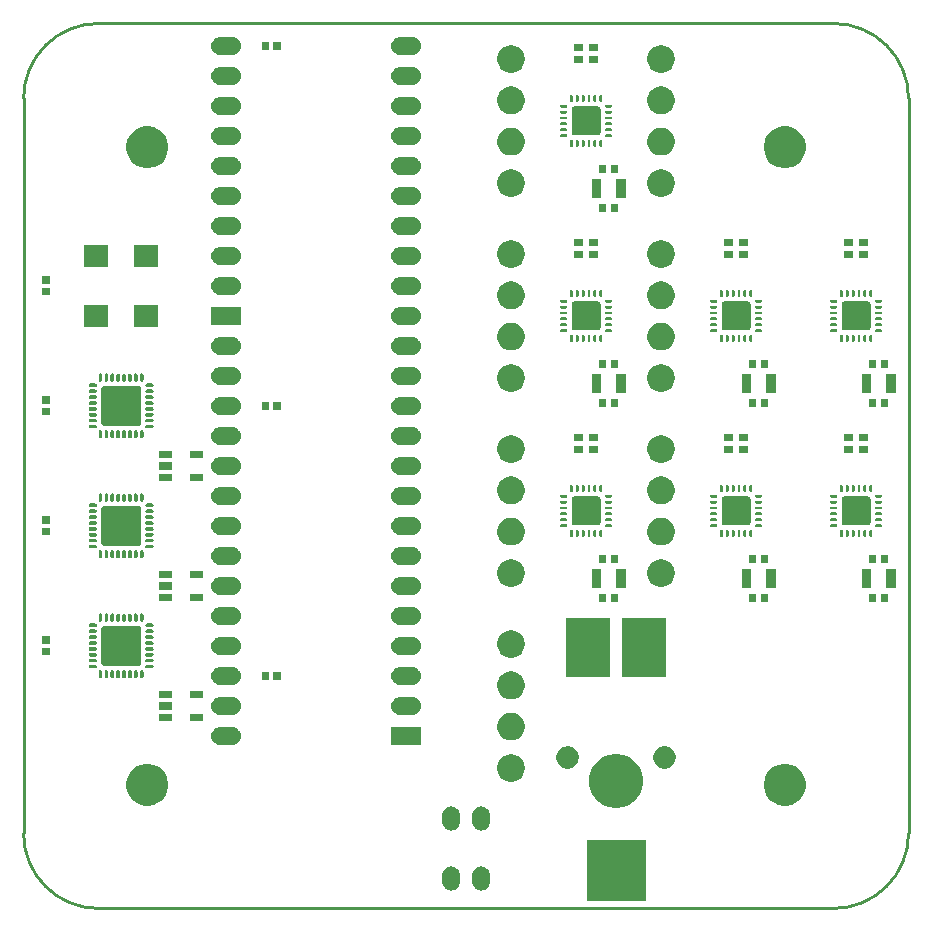
<source format=gts>
G04 #@! TF.GenerationSoftware,KiCad,Pcbnew,6.0.0-rc1-unknown-4a641ec~66~ubuntu18.04.1*
G04 #@! TF.CreationDate,2019-02-05T16:16:11-05:00
G04 #@! TF.ProjectId,ethoscope_stepper_controller_3x3,6574686f-7363-46f7-9065-5f7374657070,1.1*
G04 #@! TF.SameCoordinates,Original*
G04 #@! TF.FileFunction,Soldermask,Top*
G04 #@! TF.FilePolarity,Negative*
%FSLAX46Y46*%
G04 Gerber Fmt 4.6, Leading zero omitted, Abs format (unit mm)*
G04 Created by KiCad (PCBNEW 6.0.0-rc1-unknown-4a641ec~66~ubuntu18.04.1) date 2019-02-05 16:16:11*
%MOMM*%
%LPD*%
G04 APERTURE LIST*
%ADD10C,0.228600*%
%ADD11C,0.100000*%
G04 APERTURE END LIST*
D10*
X189865000Y-132715000D02*
X189865000Y-70485000D01*
X121285000Y-139065000D02*
X183515000Y-139065000D01*
X114935000Y-70485000D02*
X114935000Y-132715000D01*
X121285000Y-64135000D02*
X183515000Y-64135000D01*
X189865000Y-132715000D02*
G75*
G02X183515000Y-139065000I-6350000J0D01*
G01*
X121285000Y-139065000D02*
G75*
G02X114935000Y-132715000I0J6350000D01*
G01*
X183515000Y-64135000D02*
G75*
G02X189865000Y-70485000I0J-6350000D01*
G01*
X114935000Y-70485000D02*
G75*
G02X121285000Y-64135000I6350000J0D01*
G01*
D11*
G36*
X167601000Y-138471000D02*
G01*
X162599000Y-138471000D01*
X162599000Y-133269000D01*
X167601000Y-133269000D01*
X167601000Y-138471000D01*
X167601000Y-138471000D01*
G37*
G36*
X153819574Y-135519040D02*
G01*
X153963401Y-135562670D01*
X154095948Y-135633518D01*
X154095949Y-135633519D01*
X154095951Y-135633520D01*
X154212132Y-135728868D01*
X154307480Y-135845049D01*
X154307481Y-135845051D01*
X154307482Y-135845052D01*
X154378330Y-135977599D01*
X154421960Y-136121426D01*
X154433000Y-136233521D01*
X154433000Y-136816479D01*
X154421960Y-136928574D01*
X154378330Y-137072401D01*
X154307482Y-137204948D01*
X154307481Y-137204950D01*
X154212132Y-137321132D01*
X154095948Y-137416482D01*
X153963400Y-137487330D01*
X153819573Y-137530960D01*
X153670000Y-137545691D01*
X153520426Y-137530960D01*
X153376599Y-137487330D01*
X153244052Y-137416482D01*
X153244051Y-137416481D01*
X153244049Y-137416480D01*
X153127868Y-137321132D01*
X153032518Y-137204948D01*
X152961670Y-137072400D01*
X152918040Y-136928573D01*
X152907000Y-136816478D01*
X152907000Y-136233521D01*
X152918040Y-136121426D01*
X152961669Y-135977601D01*
X152978159Y-135946751D01*
X153032520Y-135845049D01*
X153127869Y-135728868D01*
X153244050Y-135633520D01*
X153244052Y-135633519D01*
X153244053Y-135633518D01*
X153376600Y-135562670D01*
X153520427Y-135519040D01*
X153670000Y-135504309D01*
X153819574Y-135519040D01*
X153819574Y-135519040D01*
G37*
G36*
X151279574Y-135519040D02*
G01*
X151423401Y-135562670D01*
X151555948Y-135633518D01*
X151555949Y-135633519D01*
X151555951Y-135633520D01*
X151672132Y-135728868D01*
X151767480Y-135845049D01*
X151767481Y-135845051D01*
X151767482Y-135845052D01*
X151838330Y-135977599D01*
X151881960Y-136121426D01*
X151893000Y-136233521D01*
X151893000Y-136816479D01*
X151881960Y-136928574D01*
X151838330Y-137072401D01*
X151767482Y-137204948D01*
X151767481Y-137204950D01*
X151672132Y-137321132D01*
X151555948Y-137416482D01*
X151423400Y-137487330D01*
X151279573Y-137530960D01*
X151130000Y-137545691D01*
X150980426Y-137530960D01*
X150836599Y-137487330D01*
X150704052Y-137416482D01*
X150704051Y-137416481D01*
X150704049Y-137416480D01*
X150587868Y-137321132D01*
X150492518Y-137204948D01*
X150421670Y-137072400D01*
X150378040Y-136928573D01*
X150367000Y-136816478D01*
X150367000Y-136233521D01*
X150378040Y-136121426D01*
X150421669Y-135977601D01*
X150438159Y-135946751D01*
X150492520Y-135845049D01*
X150587869Y-135728868D01*
X150704050Y-135633520D01*
X150704052Y-135633519D01*
X150704053Y-135633518D01*
X150836600Y-135562670D01*
X150980427Y-135519040D01*
X151130000Y-135504309D01*
X151279574Y-135519040D01*
X151279574Y-135519040D01*
G37*
G36*
X151279574Y-130439040D02*
G01*
X151423401Y-130482670D01*
X151555948Y-130553518D01*
X151555949Y-130553519D01*
X151555951Y-130553520D01*
X151672132Y-130648868D01*
X151767480Y-130765049D01*
X151767481Y-130765051D01*
X151767482Y-130765052D01*
X151838330Y-130897599D01*
X151881960Y-131041426D01*
X151893000Y-131153521D01*
X151893000Y-131736479D01*
X151881960Y-131848574D01*
X151838330Y-131992401D01*
X151767482Y-132124948D01*
X151767481Y-132124950D01*
X151672132Y-132241132D01*
X151555948Y-132336482D01*
X151423400Y-132407330D01*
X151279573Y-132450960D01*
X151130000Y-132465691D01*
X150980426Y-132450960D01*
X150836599Y-132407330D01*
X150704052Y-132336482D01*
X150704051Y-132336481D01*
X150704049Y-132336480D01*
X150587868Y-132241132D01*
X150492518Y-132124948D01*
X150421670Y-131992400D01*
X150378040Y-131848573D01*
X150367000Y-131736478D01*
X150367000Y-131153521D01*
X150378040Y-131041426D01*
X150421669Y-130897601D01*
X150438159Y-130866751D01*
X150492520Y-130765049D01*
X150587869Y-130648868D01*
X150704050Y-130553520D01*
X150704052Y-130553519D01*
X150704053Y-130553518D01*
X150836600Y-130482670D01*
X150980427Y-130439040D01*
X151130000Y-130424309D01*
X151279574Y-130439040D01*
X151279574Y-130439040D01*
G37*
G36*
X153819574Y-130439040D02*
G01*
X153963401Y-130482670D01*
X154095948Y-130553518D01*
X154095949Y-130553519D01*
X154095951Y-130553520D01*
X154212132Y-130648868D01*
X154307480Y-130765049D01*
X154307481Y-130765051D01*
X154307482Y-130765052D01*
X154378330Y-130897599D01*
X154421960Y-131041426D01*
X154433000Y-131153521D01*
X154433000Y-131736479D01*
X154421960Y-131848574D01*
X154378330Y-131992401D01*
X154307482Y-132124948D01*
X154307481Y-132124950D01*
X154212132Y-132241132D01*
X154095948Y-132336482D01*
X153963400Y-132407330D01*
X153819573Y-132450960D01*
X153670000Y-132465691D01*
X153520426Y-132450960D01*
X153376599Y-132407330D01*
X153244052Y-132336482D01*
X153244051Y-132336481D01*
X153244049Y-132336480D01*
X153127868Y-132241132D01*
X153032518Y-132124948D01*
X152961670Y-131992400D01*
X152918040Y-131848573D01*
X152907000Y-131736478D01*
X152907000Y-131153521D01*
X152918040Y-131041426D01*
X152961669Y-130897601D01*
X152978159Y-130866751D01*
X153032520Y-130765049D01*
X153127869Y-130648868D01*
X153244050Y-130553520D01*
X153244052Y-130553519D01*
X153244053Y-130553518D01*
X153376600Y-130482670D01*
X153520427Y-130439040D01*
X153670000Y-130424309D01*
X153819574Y-130439040D01*
X153819574Y-130439040D01*
G37*
G36*
X165539149Y-126062252D02*
G01*
X165756593Y-126105504D01*
X166166249Y-126275189D01*
X166534929Y-126521534D01*
X166848466Y-126835071D01*
X167094811Y-127203751D01*
X167264496Y-127613407D01*
X167351000Y-128048296D01*
X167351000Y-128491704D01*
X167264496Y-128926593D01*
X167094811Y-129336249D01*
X166848466Y-129704929D01*
X166534929Y-130018466D01*
X166166249Y-130264811D01*
X165756593Y-130434496D01*
X165539149Y-130477748D01*
X165321706Y-130521000D01*
X164878294Y-130521000D01*
X164660851Y-130477748D01*
X164443407Y-130434496D01*
X164033751Y-130264811D01*
X163665071Y-130018466D01*
X163351534Y-129704929D01*
X163105189Y-129336249D01*
X162935504Y-128926593D01*
X162849000Y-128491704D01*
X162849000Y-128048296D01*
X162935504Y-127613407D01*
X163105189Y-127203751D01*
X163351534Y-126835071D01*
X163665071Y-126521534D01*
X164033751Y-126275189D01*
X164443407Y-126105504D01*
X164660851Y-126062252D01*
X164878294Y-126019000D01*
X165321706Y-126019000D01*
X165539149Y-126062252D01*
X165539149Y-126062252D01*
G37*
G36*
X179906913Y-126877365D02*
G01*
X179906916Y-126877366D01*
X179906915Y-126877366D01*
X180230673Y-127011470D01*
X180522047Y-127206160D01*
X180769840Y-127453953D01*
X180964530Y-127745327D01*
X181035418Y-127916468D01*
X181098635Y-128069087D01*
X181167000Y-128412782D01*
X181167000Y-128763218D01*
X181098635Y-129106913D01*
X181098634Y-129106915D01*
X180964530Y-129430673D01*
X180769840Y-129722047D01*
X180522047Y-129969840D01*
X180230673Y-130164530D01*
X179962463Y-130275625D01*
X179906913Y-130298635D01*
X179563218Y-130367000D01*
X179212782Y-130367000D01*
X178869087Y-130298635D01*
X178813537Y-130275625D01*
X178545327Y-130164530D01*
X178253953Y-129969840D01*
X178006160Y-129722047D01*
X177811470Y-129430673D01*
X177677366Y-129106915D01*
X177677365Y-129106913D01*
X177609000Y-128763218D01*
X177609000Y-128412782D01*
X177677365Y-128069087D01*
X177740582Y-127916468D01*
X177811470Y-127745327D01*
X178006160Y-127453953D01*
X178253953Y-127206160D01*
X178545327Y-127011470D01*
X178869085Y-126877366D01*
X178869084Y-126877366D01*
X178869087Y-126877365D01*
X179212782Y-126809000D01*
X179563218Y-126809000D01*
X179906913Y-126877365D01*
X179906913Y-126877365D01*
G37*
G36*
X125930913Y-126877365D02*
G01*
X125930916Y-126877366D01*
X125930915Y-126877366D01*
X126254673Y-127011470D01*
X126546047Y-127206160D01*
X126793840Y-127453953D01*
X126988530Y-127745327D01*
X127059418Y-127916468D01*
X127122635Y-128069087D01*
X127191000Y-128412782D01*
X127191000Y-128763218D01*
X127122635Y-129106913D01*
X127122634Y-129106915D01*
X126988530Y-129430673D01*
X126793840Y-129722047D01*
X126546047Y-129969840D01*
X126254673Y-130164530D01*
X125986463Y-130275625D01*
X125930913Y-130298635D01*
X125587218Y-130367000D01*
X125236782Y-130367000D01*
X124893087Y-130298635D01*
X124837537Y-130275625D01*
X124569327Y-130164530D01*
X124277953Y-129969840D01*
X124030160Y-129722047D01*
X123835470Y-129430673D01*
X123701366Y-129106915D01*
X123701365Y-129106913D01*
X123633000Y-128763218D01*
X123633000Y-128412782D01*
X123701365Y-128069087D01*
X123764582Y-127916468D01*
X123835470Y-127745327D01*
X124030160Y-127453953D01*
X124277953Y-127206160D01*
X124569327Y-127011470D01*
X124893085Y-126877366D01*
X124893084Y-126877366D01*
X124893087Y-126877365D01*
X125236782Y-126809000D01*
X125587218Y-126809000D01*
X125930913Y-126877365D01*
X125930913Y-126877365D01*
G37*
G36*
X156551566Y-126044000D02*
G01*
X156551569Y-126044001D01*
X156551568Y-126044001D01*
X156764677Y-126132273D01*
X156956469Y-126260425D01*
X157119575Y-126423531D01*
X157247727Y-126615323D01*
X157320854Y-126791869D01*
X157336000Y-126828434D01*
X157381000Y-127054665D01*
X157381000Y-127285335D01*
X157336000Y-127511566D01*
X157335999Y-127511568D01*
X157247727Y-127724677D01*
X157119575Y-127916469D01*
X156956469Y-128079575D01*
X156764677Y-128207727D01*
X156588131Y-128280854D01*
X156551566Y-128296000D01*
X156325335Y-128341000D01*
X156094665Y-128341000D01*
X155868434Y-128296000D01*
X155831869Y-128280854D01*
X155655323Y-128207727D01*
X155463531Y-128079575D01*
X155300425Y-127916469D01*
X155172273Y-127724677D01*
X155084001Y-127511568D01*
X155084000Y-127511566D01*
X155039000Y-127285335D01*
X155039000Y-127054665D01*
X155084000Y-126828434D01*
X155099146Y-126791869D01*
X155172273Y-126615323D01*
X155300425Y-126423531D01*
X155463531Y-126260425D01*
X155655323Y-126132273D01*
X155868432Y-126044001D01*
X155868431Y-126044001D01*
X155868434Y-126044000D01*
X156094665Y-125999000D01*
X156325335Y-125999000D01*
X156551566Y-126044000D01*
X156551566Y-126044000D01*
G37*
G36*
X161277395Y-125355546D02*
G01*
X161378778Y-125397541D01*
X161450467Y-125427235D01*
X161606227Y-125531310D01*
X161738690Y-125663773D01*
X161842765Y-125819533D01*
X161842765Y-125819534D01*
X161914454Y-125992605D01*
X161951000Y-126176333D01*
X161951000Y-126363667D01*
X161914454Y-126547395D01*
X161886317Y-126615323D01*
X161842765Y-126720467D01*
X161738690Y-126876227D01*
X161606227Y-127008690D01*
X161450467Y-127112765D01*
X161378778Y-127142459D01*
X161277395Y-127184454D01*
X161093667Y-127221000D01*
X160906333Y-127221000D01*
X160722605Y-127184454D01*
X160621222Y-127142459D01*
X160549533Y-127112765D01*
X160393773Y-127008690D01*
X160261310Y-126876227D01*
X160157235Y-126720467D01*
X160113683Y-126615323D01*
X160085546Y-126547395D01*
X160049000Y-126363667D01*
X160049000Y-126176333D01*
X160085546Y-125992605D01*
X160157235Y-125819534D01*
X160157235Y-125819533D01*
X160261310Y-125663773D01*
X160393773Y-125531310D01*
X160549533Y-125427235D01*
X160621222Y-125397541D01*
X160722605Y-125355546D01*
X160906333Y-125319000D01*
X161093667Y-125319000D01*
X161277395Y-125355546D01*
X161277395Y-125355546D01*
G37*
G36*
X169477395Y-125355546D02*
G01*
X169578778Y-125397541D01*
X169650467Y-125427235D01*
X169806227Y-125531310D01*
X169938690Y-125663773D01*
X170042765Y-125819533D01*
X170042765Y-125819534D01*
X170114454Y-125992605D01*
X170151000Y-126176333D01*
X170151000Y-126363667D01*
X170114454Y-126547395D01*
X170086317Y-126615323D01*
X170042765Y-126720467D01*
X169938690Y-126876227D01*
X169806227Y-127008690D01*
X169650467Y-127112765D01*
X169578778Y-127142459D01*
X169477395Y-127184454D01*
X169293667Y-127221000D01*
X169106333Y-127221000D01*
X168922605Y-127184454D01*
X168821222Y-127142459D01*
X168749533Y-127112765D01*
X168593773Y-127008690D01*
X168461310Y-126876227D01*
X168357235Y-126720467D01*
X168313683Y-126615323D01*
X168285546Y-126547395D01*
X168249000Y-126363667D01*
X168249000Y-126176333D01*
X168285546Y-125992605D01*
X168357235Y-125819534D01*
X168357235Y-125819533D01*
X168461310Y-125663773D01*
X168593773Y-125531310D01*
X168749533Y-125427235D01*
X168821222Y-125397541D01*
X168922605Y-125355546D01*
X169106333Y-125319000D01*
X169293667Y-125319000D01*
X169477395Y-125355546D01*
X169477395Y-125355546D01*
G37*
G36*
X148591000Y-125223000D02*
G01*
X146049000Y-125223000D01*
X146049000Y-123697000D01*
X148591000Y-123697000D01*
X148591000Y-125223000D01*
X148591000Y-125223000D01*
G37*
G36*
X132737574Y-123708040D02*
G01*
X132881401Y-123751670D01*
X133013948Y-123822518D01*
X133013949Y-123822519D01*
X133013951Y-123822520D01*
X133130132Y-123917868D01*
X133207029Y-124011566D01*
X133225482Y-124034052D01*
X133296330Y-124166599D01*
X133339960Y-124310426D01*
X133354691Y-124460000D01*
X133339960Y-124609574D01*
X133296330Y-124753401D01*
X133273560Y-124796000D01*
X133225480Y-124885951D01*
X133130132Y-125002132D01*
X133013951Y-125097480D01*
X133013949Y-125097481D01*
X133013948Y-125097482D01*
X132881401Y-125168330D01*
X132737574Y-125211960D01*
X132625479Y-125223000D01*
X131534521Y-125223000D01*
X131422426Y-125211960D01*
X131278599Y-125168330D01*
X131146052Y-125097482D01*
X131146051Y-125097481D01*
X131146049Y-125097480D01*
X131029868Y-125002132D01*
X130934520Y-124885951D01*
X130886440Y-124796000D01*
X130863670Y-124753401D01*
X130820040Y-124609574D01*
X130805309Y-124460000D01*
X130820040Y-124310426D01*
X130863670Y-124166599D01*
X130934518Y-124034052D01*
X130952972Y-124011566D01*
X131029868Y-123917868D01*
X131146049Y-123822520D01*
X131146051Y-123822519D01*
X131146052Y-123822518D01*
X131278599Y-123751670D01*
X131422426Y-123708040D01*
X131534521Y-123697000D01*
X132625479Y-123697000D01*
X132737574Y-123708040D01*
X132737574Y-123708040D01*
G37*
G36*
X156551566Y-122544000D02*
G01*
X156551569Y-122544001D01*
X156551568Y-122544001D01*
X156764677Y-122632273D01*
X156956469Y-122760425D01*
X157119575Y-122923531D01*
X157247727Y-123115323D01*
X157320854Y-123291869D01*
X157336000Y-123328434D01*
X157381000Y-123554665D01*
X157381000Y-123785335D01*
X157336000Y-124011566D01*
X157335999Y-124011568D01*
X157247727Y-124224677D01*
X157119575Y-124416469D01*
X156956469Y-124579575D01*
X156764677Y-124707727D01*
X156654409Y-124753401D01*
X156551566Y-124796000D01*
X156325335Y-124841000D01*
X156094665Y-124841000D01*
X155868434Y-124796000D01*
X155765591Y-124753401D01*
X155655323Y-124707727D01*
X155463531Y-124579575D01*
X155300425Y-124416469D01*
X155172273Y-124224677D01*
X155084001Y-124011568D01*
X155084000Y-124011566D01*
X155039000Y-123785335D01*
X155039000Y-123554665D01*
X155084000Y-123328434D01*
X155099146Y-123291869D01*
X155172273Y-123115323D01*
X155300425Y-122923531D01*
X155463531Y-122760425D01*
X155655323Y-122632273D01*
X155868432Y-122544001D01*
X155868431Y-122544001D01*
X155868434Y-122544000D01*
X156094665Y-122499000D01*
X156325335Y-122499000D01*
X156551566Y-122544000D01*
X156551566Y-122544000D01*
G37*
G36*
X127521000Y-123171000D02*
G01*
X126419000Y-123171000D01*
X126419000Y-122569000D01*
X127521000Y-122569000D01*
X127521000Y-123171000D01*
X127521000Y-123171000D01*
G37*
G36*
X130121000Y-123171000D02*
G01*
X129019000Y-123171000D01*
X129019000Y-122569000D01*
X130121000Y-122569000D01*
X130121000Y-123171000D01*
X130121000Y-123171000D01*
G37*
G36*
X147977574Y-121168040D02*
G01*
X148121401Y-121211670D01*
X148253948Y-121282518D01*
X148253949Y-121282519D01*
X148253951Y-121282520D01*
X148370132Y-121377868D01*
X148465482Y-121494052D01*
X148536330Y-121626599D01*
X148579960Y-121770426D01*
X148594691Y-121920000D01*
X148579960Y-122069574D01*
X148536330Y-122213401D01*
X148532268Y-122221000D01*
X148465480Y-122345951D01*
X148370132Y-122462132D01*
X148253951Y-122557480D01*
X148253949Y-122557481D01*
X148253948Y-122557482D01*
X148121401Y-122628330D01*
X147977574Y-122671960D01*
X147865479Y-122683000D01*
X146774521Y-122683000D01*
X146662426Y-122671960D01*
X146518599Y-122628330D01*
X146386052Y-122557482D01*
X146386051Y-122557481D01*
X146386049Y-122557480D01*
X146269868Y-122462132D01*
X146174520Y-122345951D01*
X146107732Y-122221000D01*
X146103670Y-122213401D01*
X146060040Y-122069574D01*
X146045309Y-121920000D01*
X146060040Y-121770426D01*
X146103670Y-121626599D01*
X146174518Y-121494052D01*
X146269868Y-121377868D01*
X146386049Y-121282520D01*
X146386051Y-121282519D01*
X146386052Y-121282518D01*
X146518599Y-121211670D01*
X146662426Y-121168040D01*
X146774521Y-121157000D01*
X147865479Y-121157000D01*
X147977574Y-121168040D01*
X147977574Y-121168040D01*
G37*
G36*
X132737574Y-121168040D02*
G01*
X132881401Y-121211670D01*
X133013948Y-121282518D01*
X133013949Y-121282519D01*
X133013951Y-121282520D01*
X133130132Y-121377868D01*
X133225482Y-121494052D01*
X133296330Y-121626599D01*
X133339960Y-121770426D01*
X133354691Y-121920000D01*
X133339960Y-122069574D01*
X133296330Y-122213401D01*
X133292268Y-122221000D01*
X133225480Y-122345951D01*
X133130132Y-122462132D01*
X133013951Y-122557480D01*
X133013949Y-122557481D01*
X133013948Y-122557482D01*
X132881401Y-122628330D01*
X132737574Y-122671960D01*
X132625479Y-122683000D01*
X131534521Y-122683000D01*
X131422426Y-122671960D01*
X131278599Y-122628330D01*
X131146052Y-122557482D01*
X131146051Y-122557481D01*
X131146049Y-122557480D01*
X131029868Y-122462132D01*
X130934520Y-122345951D01*
X130867732Y-122221000D01*
X130863670Y-122213401D01*
X130820040Y-122069574D01*
X130805309Y-121920000D01*
X130820040Y-121770426D01*
X130863670Y-121626599D01*
X130934518Y-121494052D01*
X131029868Y-121377868D01*
X131146049Y-121282520D01*
X131146051Y-121282519D01*
X131146052Y-121282518D01*
X131278599Y-121211670D01*
X131422426Y-121168040D01*
X131534521Y-121157000D01*
X132625479Y-121157000D01*
X132737574Y-121168040D01*
X132737574Y-121168040D01*
G37*
G36*
X127521000Y-122221000D02*
G01*
X126419000Y-122221000D01*
X126419000Y-121619000D01*
X127521000Y-121619000D01*
X127521000Y-122221000D01*
X127521000Y-122221000D01*
G37*
G36*
X156551566Y-119044000D02*
G01*
X156551569Y-119044001D01*
X156551568Y-119044001D01*
X156764677Y-119132273D01*
X156956469Y-119260425D01*
X157119575Y-119423531D01*
X157247727Y-119615323D01*
X157320854Y-119791869D01*
X157336000Y-119828434D01*
X157381000Y-120054665D01*
X157381000Y-120285335D01*
X157336000Y-120511566D01*
X157335999Y-120511568D01*
X157247727Y-120724677D01*
X157119575Y-120916469D01*
X156956469Y-121079575D01*
X156764677Y-121207727D01*
X156611921Y-121271000D01*
X156551566Y-121296000D01*
X156325335Y-121341000D01*
X156094665Y-121341000D01*
X155868434Y-121296000D01*
X155808079Y-121271000D01*
X155655323Y-121207727D01*
X155463531Y-121079575D01*
X155300425Y-120916469D01*
X155172273Y-120724677D01*
X155084001Y-120511568D01*
X155084000Y-120511566D01*
X155039000Y-120285335D01*
X155039000Y-120054665D01*
X155084000Y-119828434D01*
X155099146Y-119791869D01*
X155172273Y-119615323D01*
X155300425Y-119423531D01*
X155463531Y-119260425D01*
X155655323Y-119132273D01*
X155868432Y-119044001D01*
X155868431Y-119044001D01*
X155868434Y-119044000D01*
X156094665Y-118999000D01*
X156325335Y-118999000D01*
X156551566Y-119044000D01*
X156551566Y-119044000D01*
G37*
G36*
X130121000Y-121271000D02*
G01*
X129019000Y-121271000D01*
X129019000Y-120669000D01*
X130121000Y-120669000D01*
X130121000Y-121271000D01*
X130121000Y-121271000D01*
G37*
G36*
X127521000Y-121271000D02*
G01*
X126419000Y-121271000D01*
X126419000Y-120669000D01*
X127521000Y-120669000D01*
X127521000Y-121271000D01*
X127521000Y-121271000D01*
G37*
G36*
X147977574Y-118628040D02*
G01*
X148121401Y-118671670D01*
X148253948Y-118742518D01*
X148253949Y-118742519D01*
X148253951Y-118742520D01*
X148370132Y-118837868D01*
X148448392Y-118933227D01*
X148465482Y-118954052D01*
X148536330Y-119086599D01*
X148579960Y-119230426D01*
X148594691Y-119380000D01*
X148579960Y-119529574D01*
X148536330Y-119673401D01*
X148465482Y-119805948D01*
X148465480Y-119805951D01*
X148370132Y-119922132D01*
X148253951Y-120017480D01*
X148253949Y-120017481D01*
X148253948Y-120017482D01*
X148121401Y-120088330D01*
X147977574Y-120131960D01*
X147865479Y-120143000D01*
X146774521Y-120143000D01*
X146662426Y-120131960D01*
X146518599Y-120088330D01*
X146386052Y-120017482D01*
X146386051Y-120017481D01*
X146386049Y-120017480D01*
X146269868Y-119922132D01*
X146174520Y-119805951D01*
X146174518Y-119805948D01*
X146103670Y-119673401D01*
X146060040Y-119529574D01*
X146045309Y-119380000D01*
X146060040Y-119230426D01*
X146103670Y-119086599D01*
X146174518Y-118954052D01*
X146191609Y-118933227D01*
X146269868Y-118837868D01*
X146386049Y-118742520D01*
X146386051Y-118742519D01*
X146386052Y-118742518D01*
X146518599Y-118671670D01*
X146662426Y-118628040D01*
X146774521Y-118617000D01*
X147865479Y-118617000D01*
X147977574Y-118628040D01*
X147977574Y-118628040D01*
G37*
G36*
X132737574Y-118628040D02*
G01*
X132881401Y-118671670D01*
X133013948Y-118742518D01*
X133013949Y-118742519D01*
X133013951Y-118742520D01*
X133130132Y-118837868D01*
X133208392Y-118933227D01*
X133225482Y-118954052D01*
X133296330Y-119086599D01*
X133339960Y-119230426D01*
X133354691Y-119380000D01*
X133339960Y-119529574D01*
X133296330Y-119673401D01*
X133225482Y-119805948D01*
X133225480Y-119805951D01*
X133130132Y-119922132D01*
X133013951Y-120017480D01*
X133013949Y-120017481D01*
X133013948Y-120017482D01*
X132881401Y-120088330D01*
X132737574Y-120131960D01*
X132625479Y-120143000D01*
X131534521Y-120143000D01*
X131422426Y-120131960D01*
X131278599Y-120088330D01*
X131146052Y-120017482D01*
X131146051Y-120017481D01*
X131146049Y-120017480D01*
X131029868Y-119922132D01*
X130934520Y-119805951D01*
X130934518Y-119805948D01*
X130863670Y-119673401D01*
X130820040Y-119529574D01*
X130805309Y-119380000D01*
X130820040Y-119230426D01*
X130863670Y-119086599D01*
X130934518Y-118954052D01*
X130951609Y-118933227D01*
X131029868Y-118837868D01*
X131146049Y-118742520D01*
X131146051Y-118742519D01*
X131146052Y-118742518D01*
X131278599Y-118671670D01*
X131422426Y-118628040D01*
X131534521Y-118617000D01*
X132625479Y-118617000D01*
X132737574Y-118628040D01*
X132737574Y-118628040D01*
G37*
G36*
X136691000Y-119731000D02*
G01*
X136089000Y-119731000D01*
X136089000Y-119029000D01*
X136691000Y-119029000D01*
X136691000Y-119731000D01*
X136691000Y-119731000D01*
G37*
G36*
X135691000Y-119731000D02*
G01*
X135089000Y-119731000D01*
X135089000Y-119029000D01*
X135691000Y-119029000D01*
X135691000Y-119731000D01*
X135691000Y-119731000D01*
G37*
G36*
X122969460Y-118891901D02*
G01*
X122997786Y-118900494D01*
X123023892Y-118914448D01*
X123046774Y-118933227D01*
X123065553Y-118956109D01*
X123079507Y-118982215D01*
X123088100Y-119010541D01*
X123091001Y-119040000D01*
X123091001Y-119440000D01*
X123088100Y-119469459D01*
X123079507Y-119497785D01*
X123065553Y-119523891D01*
X123046774Y-119546773D01*
X123023892Y-119565552D01*
X122997786Y-119579506D01*
X122969460Y-119588099D01*
X122940001Y-119591000D01*
X122939999Y-119591000D01*
X122910540Y-119588099D01*
X122882214Y-119579506D01*
X122856108Y-119565552D01*
X122833226Y-119546773D01*
X122814447Y-119523891D01*
X122800493Y-119497785D01*
X122791900Y-119469459D01*
X122788999Y-119440000D01*
X122788999Y-119040000D01*
X122791900Y-119010541D01*
X122800493Y-118982215D01*
X122814447Y-118956109D01*
X122833226Y-118933227D01*
X122856108Y-118914448D01*
X122882214Y-118900494D01*
X122910540Y-118891901D01*
X122939999Y-118889000D01*
X122940001Y-118889000D01*
X122969460Y-118891901D01*
X122969460Y-118891901D01*
G37*
G36*
X121469460Y-118891901D02*
G01*
X121497786Y-118900494D01*
X121523892Y-118914448D01*
X121546774Y-118933227D01*
X121565553Y-118956109D01*
X121579507Y-118982215D01*
X121588100Y-119010541D01*
X121591001Y-119040000D01*
X121591001Y-119440000D01*
X121588100Y-119469459D01*
X121579507Y-119497785D01*
X121565553Y-119523891D01*
X121546774Y-119546773D01*
X121523892Y-119565552D01*
X121497786Y-119579506D01*
X121469460Y-119588099D01*
X121440001Y-119591000D01*
X121439999Y-119591000D01*
X121410540Y-119588099D01*
X121382214Y-119579506D01*
X121356108Y-119565552D01*
X121333226Y-119546773D01*
X121314447Y-119523891D01*
X121300493Y-119497785D01*
X121291900Y-119469459D01*
X121288999Y-119440000D01*
X121288999Y-119040000D01*
X121291900Y-119010541D01*
X121300493Y-118982215D01*
X121314447Y-118956109D01*
X121333226Y-118933227D01*
X121356108Y-118914448D01*
X121382214Y-118900494D01*
X121410540Y-118891901D01*
X121439999Y-118889000D01*
X121440001Y-118889000D01*
X121469460Y-118891901D01*
X121469460Y-118891901D01*
G37*
G36*
X121969460Y-118891901D02*
G01*
X121997786Y-118900494D01*
X122023892Y-118914448D01*
X122046774Y-118933227D01*
X122065553Y-118956109D01*
X122079507Y-118982215D01*
X122088100Y-119010541D01*
X122091001Y-119040000D01*
X122091001Y-119440000D01*
X122088100Y-119469459D01*
X122079507Y-119497785D01*
X122065553Y-119523891D01*
X122046774Y-119546773D01*
X122023892Y-119565552D01*
X121997786Y-119579506D01*
X121969460Y-119588099D01*
X121940001Y-119591000D01*
X121939999Y-119591000D01*
X121910540Y-119588099D01*
X121882214Y-119579506D01*
X121856108Y-119565552D01*
X121833226Y-119546773D01*
X121814447Y-119523891D01*
X121800493Y-119497785D01*
X121791900Y-119469459D01*
X121788999Y-119440000D01*
X121788999Y-119040000D01*
X121791900Y-119010541D01*
X121800493Y-118982215D01*
X121814447Y-118956109D01*
X121833226Y-118933227D01*
X121856108Y-118914448D01*
X121882214Y-118900494D01*
X121910540Y-118891901D01*
X121939999Y-118889000D01*
X121940001Y-118889000D01*
X121969460Y-118891901D01*
X121969460Y-118891901D01*
G37*
G36*
X122469460Y-118891901D02*
G01*
X122497786Y-118900494D01*
X122523892Y-118914448D01*
X122546774Y-118933227D01*
X122565553Y-118956109D01*
X122579507Y-118982215D01*
X122588100Y-119010541D01*
X122591001Y-119040000D01*
X122591001Y-119440000D01*
X122588100Y-119469459D01*
X122579507Y-119497785D01*
X122565553Y-119523891D01*
X122546774Y-119546773D01*
X122523892Y-119565552D01*
X122497786Y-119579506D01*
X122469460Y-119588099D01*
X122440001Y-119591000D01*
X122439999Y-119591000D01*
X122410540Y-119588099D01*
X122382214Y-119579506D01*
X122356108Y-119565552D01*
X122333226Y-119546773D01*
X122314447Y-119523891D01*
X122300493Y-119497785D01*
X122291900Y-119469459D01*
X122288999Y-119440000D01*
X122288999Y-119040000D01*
X122291900Y-119010541D01*
X122300493Y-118982215D01*
X122314447Y-118956109D01*
X122333226Y-118933227D01*
X122356108Y-118914448D01*
X122382214Y-118900494D01*
X122410540Y-118891901D01*
X122439999Y-118889000D01*
X122440001Y-118889000D01*
X122469460Y-118891901D01*
X122469460Y-118891901D01*
G37*
G36*
X123969460Y-118891901D02*
G01*
X123997786Y-118900494D01*
X124023892Y-118914448D01*
X124046774Y-118933227D01*
X124065553Y-118956109D01*
X124079507Y-118982215D01*
X124088100Y-119010541D01*
X124091001Y-119040000D01*
X124091001Y-119440000D01*
X124088100Y-119469459D01*
X124079507Y-119497785D01*
X124065553Y-119523891D01*
X124046774Y-119546773D01*
X124023892Y-119565552D01*
X123997786Y-119579506D01*
X123969460Y-119588099D01*
X123940001Y-119591000D01*
X123939999Y-119591000D01*
X123910540Y-119588099D01*
X123882214Y-119579506D01*
X123856108Y-119565552D01*
X123833226Y-119546773D01*
X123814447Y-119523891D01*
X123800493Y-119497785D01*
X123791900Y-119469459D01*
X123788999Y-119440000D01*
X123788999Y-119040000D01*
X123791900Y-119010541D01*
X123800493Y-118982215D01*
X123814447Y-118956109D01*
X123833226Y-118933227D01*
X123856108Y-118914448D01*
X123882214Y-118900494D01*
X123910540Y-118891901D01*
X123939999Y-118889000D01*
X123940001Y-118889000D01*
X123969460Y-118891901D01*
X123969460Y-118891901D01*
G37*
G36*
X123469460Y-118891901D02*
G01*
X123497786Y-118900494D01*
X123523892Y-118914448D01*
X123546774Y-118933227D01*
X123565553Y-118956109D01*
X123579507Y-118982215D01*
X123588100Y-119010541D01*
X123591001Y-119040000D01*
X123591001Y-119440000D01*
X123588100Y-119469459D01*
X123579507Y-119497785D01*
X123565553Y-119523891D01*
X123546774Y-119546773D01*
X123523892Y-119565552D01*
X123497786Y-119579506D01*
X123469460Y-119588099D01*
X123440001Y-119591000D01*
X123439999Y-119591000D01*
X123410540Y-119588099D01*
X123382214Y-119579506D01*
X123356108Y-119565552D01*
X123333226Y-119546773D01*
X123314447Y-119523891D01*
X123300493Y-119497785D01*
X123291900Y-119469459D01*
X123288999Y-119440000D01*
X123288999Y-119040000D01*
X123291900Y-119010541D01*
X123300493Y-118982215D01*
X123314447Y-118956109D01*
X123333226Y-118933227D01*
X123356108Y-118914448D01*
X123382214Y-118900494D01*
X123410540Y-118891901D01*
X123439999Y-118889000D01*
X123440001Y-118889000D01*
X123469460Y-118891901D01*
X123469460Y-118891901D01*
G37*
G36*
X124469460Y-118891901D02*
G01*
X124497786Y-118900494D01*
X124523892Y-118914448D01*
X124546774Y-118933227D01*
X124565553Y-118956109D01*
X124579507Y-118982215D01*
X124588100Y-119010541D01*
X124591001Y-119040000D01*
X124591001Y-119440000D01*
X124588100Y-119469459D01*
X124579507Y-119497785D01*
X124565553Y-119523891D01*
X124546774Y-119546773D01*
X124523892Y-119565552D01*
X124497786Y-119579506D01*
X124469460Y-119588099D01*
X124440001Y-119591000D01*
X124439999Y-119591000D01*
X124410540Y-119588099D01*
X124382214Y-119579506D01*
X124356108Y-119565552D01*
X124333226Y-119546773D01*
X124314447Y-119523891D01*
X124300493Y-119497785D01*
X124291900Y-119469459D01*
X124288999Y-119440000D01*
X124288999Y-119040000D01*
X124291900Y-119010541D01*
X124300493Y-118982215D01*
X124314447Y-118956109D01*
X124333226Y-118933227D01*
X124356108Y-118914448D01*
X124382214Y-118900494D01*
X124410540Y-118891901D01*
X124439999Y-118889000D01*
X124440001Y-118889000D01*
X124469460Y-118891901D01*
X124469460Y-118891901D01*
G37*
G36*
X124969460Y-118891901D02*
G01*
X124997786Y-118900494D01*
X125023892Y-118914448D01*
X125046774Y-118933227D01*
X125065553Y-118956109D01*
X125079507Y-118982215D01*
X125088100Y-119010541D01*
X125091001Y-119040000D01*
X125091001Y-119440000D01*
X125088100Y-119469459D01*
X125079507Y-119497785D01*
X125065553Y-119523891D01*
X125046774Y-119546773D01*
X125023892Y-119565552D01*
X124997786Y-119579506D01*
X124969460Y-119588099D01*
X124940001Y-119591000D01*
X124939999Y-119591000D01*
X124910540Y-119588099D01*
X124882214Y-119579506D01*
X124856108Y-119565552D01*
X124833226Y-119546773D01*
X124814447Y-119523891D01*
X124800493Y-119497785D01*
X124791900Y-119469459D01*
X124788999Y-119440000D01*
X124788999Y-119040000D01*
X124791900Y-119010541D01*
X124800493Y-118982215D01*
X124814447Y-118956109D01*
X124833226Y-118933227D01*
X124856108Y-118914448D01*
X124882214Y-118900494D01*
X124910540Y-118891901D01*
X124939999Y-118889000D01*
X124940001Y-118889000D01*
X124969460Y-118891901D01*
X124969460Y-118891901D01*
G37*
G36*
X164601000Y-119471000D02*
G01*
X160849000Y-119471000D01*
X160849000Y-114469000D01*
X164601000Y-114469000D01*
X164601000Y-119471000D01*
X164601000Y-119471000D01*
G37*
G36*
X169351000Y-119471000D02*
G01*
X165599000Y-119471000D01*
X165599000Y-114469000D01*
X169351000Y-114469000D01*
X169351000Y-119471000D01*
X169351000Y-119471000D01*
G37*
G36*
X125819459Y-118441900D02*
G01*
X125847785Y-118450493D01*
X125873891Y-118464447D01*
X125896773Y-118483226D01*
X125915552Y-118506108D01*
X125929506Y-118532214D01*
X125938099Y-118560540D01*
X125941000Y-118589999D01*
X125941000Y-118590001D01*
X125938099Y-118619460D01*
X125929506Y-118647786D01*
X125915552Y-118673892D01*
X125896773Y-118696774D01*
X125873891Y-118715553D01*
X125847785Y-118729507D01*
X125819459Y-118738100D01*
X125790000Y-118741001D01*
X125390000Y-118741001D01*
X125360541Y-118738100D01*
X125332215Y-118729507D01*
X125306109Y-118715553D01*
X125283227Y-118696774D01*
X125264448Y-118673892D01*
X125250494Y-118647786D01*
X125241901Y-118619460D01*
X125239000Y-118590001D01*
X125239000Y-118589999D01*
X125241901Y-118560540D01*
X125250494Y-118532214D01*
X125264448Y-118506108D01*
X125283227Y-118483226D01*
X125306109Y-118464447D01*
X125332215Y-118450493D01*
X125360541Y-118441900D01*
X125390000Y-118438999D01*
X125790000Y-118438999D01*
X125819459Y-118441900D01*
X125819459Y-118441900D01*
G37*
G36*
X121019459Y-118441900D02*
G01*
X121047785Y-118450493D01*
X121073891Y-118464447D01*
X121096773Y-118483226D01*
X121115552Y-118506108D01*
X121129506Y-118532214D01*
X121138099Y-118560540D01*
X121141000Y-118589999D01*
X121141000Y-118590001D01*
X121138099Y-118619460D01*
X121129506Y-118647786D01*
X121115552Y-118673892D01*
X121096773Y-118696774D01*
X121073891Y-118715553D01*
X121047785Y-118729507D01*
X121019459Y-118738100D01*
X120990000Y-118741001D01*
X120590000Y-118741001D01*
X120560541Y-118738100D01*
X120532215Y-118729507D01*
X120506109Y-118715553D01*
X120483227Y-118696774D01*
X120464448Y-118673892D01*
X120450494Y-118647786D01*
X120441901Y-118619460D01*
X120439000Y-118590001D01*
X120439000Y-118589999D01*
X120441901Y-118560540D01*
X120450494Y-118532214D01*
X120464448Y-118506108D01*
X120483227Y-118483226D01*
X120506109Y-118464447D01*
X120532215Y-118450493D01*
X120560541Y-118441900D01*
X120590000Y-118438999D01*
X120990000Y-118438999D01*
X121019459Y-118441900D01*
X121019459Y-118441900D01*
G37*
G36*
X124649318Y-115145005D02*
G01*
X124705590Y-115162075D01*
X124757445Y-115189792D01*
X124802902Y-115227098D01*
X124840208Y-115272555D01*
X124867925Y-115324410D01*
X124884995Y-115380682D01*
X124891000Y-115441654D01*
X124891000Y-118238346D01*
X124884995Y-118299318D01*
X124867925Y-118355590D01*
X124840208Y-118407445D01*
X124802902Y-118452902D01*
X124757445Y-118490208D01*
X124705590Y-118517925D01*
X124649318Y-118534995D01*
X124588346Y-118541000D01*
X121791654Y-118541000D01*
X121730682Y-118534995D01*
X121674410Y-118517925D01*
X121622555Y-118490208D01*
X121577098Y-118452902D01*
X121539792Y-118407445D01*
X121512075Y-118355590D01*
X121495005Y-118299318D01*
X121489000Y-118238346D01*
X121489000Y-115441654D01*
X121495005Y-115380682D01*
X121512075Y-115324410D01*
X121539792Y-115272555D01*
X121577098Y-115227098D01*
X121622555Y-115189792D01*
X121674410Y-115162075D01*
X121730682Y-115145005D01*
X121791654Y-115139000D01*
X124588346Y-115139000D01*
X124649318Y-115145005D01*
X124649318Y-115145005D01*
G37*
G36*
X125819459Y-117941900D02*
G01*
X125847785Y-117950493D01*
X125873891Y-117964447D01*
X125896773Y-117983226D01*
X125915552Y-118006108D01*
X125929506Y-118032214D01*
X125938099Y-118060540D01*
X125941000Y-118089999D01*
X125941000Y-118090001D01*
X125938099Y-118119460D01*
X125929506Y-118147786D01*
X125915552Y-118173892D01*
X125896773Y-118196774D01*
X125873891Y-118215553D01*
X125847785Y-118229507D01*
X125819459Y-118238100D01*
X125790000Y-118241001D01*
X125390000Y-118241001D01*
X125360541Y-118238100D01*
X125332215Y-118229507D01*
X125306109Y-118215553D01*
X125283227Y-118196774D01*
X125264448Y-118173892D01*
X125250494Y-118147786D01*
X125241901Y-118119460D01*
X125239000Y-118090001D01*
X125239000Y-118089999D01*
X125241901Y-118060540D01*
X125250494Y-118032214D01*
X125264448Y-118006108D01*
X125283227Y-117983226D01*
X125306109Y-117964447D01*
X125332215Y-117950493D01*
X125360541Y-117941900D01*
X125390000Y-117938999D01*
X125790000Y-117938999D01*
X125819459Y-117941900D01*
X125819459Y-117941900D01*
G37*
G36*
X121019459Y-117941900D02*
G01*
X121047785Y-117950493D01*
X121073891Y-117964447D01*
X121096773Y-117983226D01*
X121115552Y-118006108D01*
X121129506Y-118032214D01*
X121138099Y-118060540D01*
X121141000Y-118089999D01*
X121141000Y-118090001D01*
X121138099Y-118119460D01*
X121129506Y-118147786D01*
X121115552Y-118173892D01*
X121096773Y-118196774D01*
X121073891Y-118215553D01*
X121047785Y-118229507D01*
X121019459Y-118238100D01*
X120990000Y-118241001D01*
X120590000Y-118241001D01*
X120560541Y-118238100D01*
X120532215Y-118229507D01*
X120506109Y-118215553D01*
X120483227Y-118196774D01*
X120464448Y-118173892D01*
X120450494Y-118147786D01*
X120441901Y-118119460D01*
X120439000Y-118090001D01*
X120439000Y-118089999D01*
X120441901Y-118060540D01*
X120450494Y-118032214D01*
X120464448Y-118006108D01*
X120483227Y-117983226D01*
X120506109Y-117964447D01*
X120532215Y-117950493D01*
X120560541Y-117941900D01*
X120590000Y-117938999D01*
X120990000Y-117938999D01*
X121019459Y-117941900D01*
X121019459Y-117941900D01*
G37*
G36*
X156551566Y-115544000D02*
G01*
X156551569Y-115544001D01*
X156551568Y-115544001D01*
X156764677Y-115632273D01*
X156909862Y-115729283D01*
X156956468Y-115760424D01*
X157119576Y-115923532D01*
X157131849Y-115941900D01*
X157247727Y-116115323D01*
X157299784Y-116241001D01*
X157336000Y-116328434D01*
X157381000Y-116554665D01*
X157381000Y-116785335D01*
X157336000Y-117011566D01*
X157335999Y-117011568D01*
X157247727Y-117224677D01*
X157145066Y-117378318D01*
X157119576Y-117416468D01*
X156956468Y-117579576D01*
X156937935Y-117591959D01*
X156764677Y-117707727D01*
X156588131Y-117780854D01*
X156551566Y-117796000D01*
X156325335Y-117841000D01*
X156094665Y-117841000D01*
X155868434Y-117796000D01*
X155831869Y-117780854D01*
X155655323Y-117707727D01*
X155482065Y-117591959D01*
X155463532Y-117579576D01*
X155300424Y-117416468D01*
X155274934Y-117378318D01*
X155172273Y-117224677D01*
X155084001Y-117011568D01*
X155084000Y-117011566D01*
X155039000Y-116785335D01*
X155039000Y-116554665D01*
X155084000Y-116328434D01*
X155120216Y-116241001D01*
X155172273Y-116115323D01*
X155288151Y-115941900D01*
X155300424Y-115923532D01*
X155463532Y-115760424D01*
X155510138Y-115729283D01*
X155655323Y-115632273D01*
X155868432Y-115544001D01*
X155868431Y-115544001D01*
X155868434Y-115544000D01*
X156094665Y-115499000D01*
X156325335Y-115499000D01*
X156551566Y-115544000D01*
X156551566Y-115544000D01*
G37*
G36*
X125819459Y-117441900D02*
G01*
X125847785Y-117450493D01*
X125873891Y-117464447D01*
X125896773Y-117483226D01*
X125915552Y-117506108D01*
X125929506Y-117532214D01*
X125938099Y-117560540D01*
X125941000Y-117589999D01*
X125941000Y-117590001D01*
X125938099Y-117619460D01*
X125929506Y-117647786D01*
X125915552Y-117673892D01*
X125896773Y-117696774D01*
X125873891Y-117715553D01*
X125847785Y-117729507D01*
X125819459Y-117738100D01*
X125790000Y-117741001D01*
X125390000Y-117741001D01*
X125360541Y-117738100D01*
X125332215Y-117729507D01*
X125306109Y-117715553D01*
X125283227Y-117696774D01*
X125264448Y-117673892D01*
X125250494Y-117647786D01*
X125241901Y-117619460D01*
X125239000Y-117590001D01*
X125239000Y-117589999D01*
X125241901Y-117560540D01*
X125250494Y-117532214D01*
X125264448Y-117506108D01*
X125283227Y-117483226D01*
X125306109Y-117464447D01*
X125332215Y-117450493D01*
X125360541Y-117441900D01*
X125390000Y-117438999D01*
X125790000Y-117438999D01*
X125819459Y-117441900D01*
X125819459Y-117441900D01*
G37*
G36*
X121019459Y-117441900D02*
G01*
X121047785Y-117450493D01*
X121073891Y-117464447D01*
X121096773Y-117483226D01*
X121115552Y-117506108D01*
X121129506Y-117532214D01*
X121138099Y-117560540D01*
X121141000Y-117589999D01*
X121141000Y-117590001D01*
X121138099Y-117619460D01*
X121129506Y-117647786D01*
X121115552Y-117673892D01*
X121096773Y-117696774D01*
X121073891Y-117715553D01*
X121047785Y-117729507D01*
X121019459Y-117738100D01*
X120990000Y-117741001D01*
X120590000Y-117741001D01*
X120560541Y-117738100D01*
X120532215Y-117729507D01*
X120506109Y-117715553D01*
X120483227Y-117696774D01*
X120464448Y-117673892D01*
X120450494Y-117647786D01*
X120441901Y-117619460D01*
X120439000Y-117590001D01*
X120439000Y-117589999D01*
X120441901Y-117560540D01*
X120450494Y-117532214D01*
X120464448Y-117506108D01*
X120483227Y-117483226D01*
X120506109Y-117464447D01*
X120532215Y-117450493D01*
X120560541Y-117441900D01*
X120590000Y-117438999D01*
X120990000Y-117438999D01*
X121019459Y-117441900D01*
X121019459Y-117441900D01*
G37*
G36*
X117191000Y-117641000D02*
G01*
X116489000Y-117641000D01*
X116489000Y-117039000D01*
X117191000Y-117039000D01*
X117191000Y-117641000D01*
X117191000Y-117641000D01*
G37*
G36*
X147977574Y-116088040D02*
G01*
X148121401Y-116131670D01*
X148253948Y-116202518D01*
X148253949Y-116202519D01*
X148253951Y-116202520D01*
X148297016Y-116237863D01*
X148370132Y-116297868D01*
X148465482Y-116414052D01*
X148536330Y-116546599D01*
X148579960Y-116690426D01*
X148594691Y-116840000D01*
X148579960Y-116989574D01*
X148536330Y-117133401D01*
X148480367Y-117238100D01*
X148465480Y-117265951D01*
X148370132Y-117382132D01*
X148253951Y-117477480D01*
X148253949Y-117477481D01*
X148253948Y-117477482D01*
X148121401Y-117548330D01*
X147977574Y-117591960D01*
X147865479Y-117603000D01*
X146774521Y-117603000D01*
X146662426Y-117591960D01*
X146518599Y-117548330D01*
X146386052Y-117477482D01*
X146386051Y-117477481D01*
X146386049Y-117477480D01*
X146269868Y-117382132D01*
X146174520Y-117265951D01*
X146159633Y-117238100D01*
X146103670Y-117133401D01*
X146060040Y-116989574D01*
X146045309Y-116840000D01*
X146060040Y-116690426D01*
X146103670Y-116546599D01*
X146174518Y-116414052D01*
X146269868Y-116297868D01*
X146342984Y-116237863D01*
X146386049Y-116202520D01*
X146386051Y-116202519D01*
X146386052Y-116202518D01*
X146518599Y-116131670D01*
X146662426Y-116088040D01*
X146774521Y-116077000D01*
X147865479Y-116077000D01*
X147977574Y-116088040D01*
X147977574Y-116088040D01*
G37*
G36*
X132737574Y-116088040D02*
G01*
X132881401Y-116131670D01*
X133013948Y-116202518D01*
X133013949Y-116202519D01*
X133013951Y-116202520D01*
X133057016Y-116237863D01*
X133130132Y-116297868D01*
X133225482Y-116414052D01*
X133296330Y-116546599D01*
X133339960Y-116690426D01*
X133354691Y-116840000D01*
X133339960Y-116989574D01*
X133296330Y-117133401D01*
X133240367Y-117238100D01*
X133225480Y-117265951D01*
X133130132Y-117382132D01*
X133013951Y-117477480D01*
X133013949Y-117477481D01*
X133013948Y-117477482D01*
X132881401Y-117548330D01*
X132737574Y-117591960D01*
X132625479Y-117603000D01*
X131534521Y-117603000D01*
X131422426Y-117591960D01*
X131278599Y-117548330D01*
X131146052Y-117477482D01*
X131146051Y-117477481D01*
X131146049Y-117477480D01*
X131029868Y-117382132D01*
X130934520Y-117265951D01*
X130919633Y-117238100D01*
X130863670Y-117133401D01*
X130820040Y-116989574D01*
X130805309Y-116840000D01*
X130820040Y-116690426D01*
X130863670Y-116546599D01*
X130934518Y-116414052D01*
X131029868Y-116297868D01*
X131102984Y-116237863D01*
X131146049Y-116202520D01*
X131146051Y-116202519D01*
X131146052Y-116202518D01*
X131278599Y-116131670D01*
X131422426Y-116088040D01*
X131534521Y-116077000D01*
X132625479Y-116077000D01*
X132737574Y-116088040D01*
X132737574Y-116088040D01*
G37*
G36*
X121019459Y-116941900D02*
G01*
X121047785Y-116950493D01*
X121073891Y-116964447D01*
X121096773Y-116983226D01*
X121115552Y-117006108D01*
X121129506Y-117032214D01*
X121138099Y-117060540D01*
X121141000Y-117089999D01*
X121141000Y-117090001D01*
X121138099Y-117119460D01*
X121129506Y-117147786D01*
X121115552Y-117173892D01*
X121096773Y-117196774D01*
X121073891Y-117215553D01*
X121047785Y-117229507D01*
X121019459Y-117238100D01*
X120990000Y-117241001D01*
X120590000Y-117241001D01*
X120560541Y-117238100D01*
X120532215Y-117229507D01*
X120506109Y-117215553D01*
X120483227Y-117196774D01*
X120464448Y-117173892D01*
X120450494Y-117147786D01*
X120441901Y-117119460D01*
X120439000Y-117090001D01*
X120439000Y-117089999D01*
X120441901Y-117060540D01*
X120450494Y-117032214D01*
X120464448Y-117006108D01*
X120483227Y-116983226D01*
X120506109Y-116964447D01*
X120532215Y-116950493D01*
X120560541Y-116941900D01*
X120590000Y-116938999D01*
X120990000Y-116938999D01*
X121019459Y-116941900D01*
X121019459Y-116941900D01*
G37*
G36*
X125819459Y-116941900D02*
G01*
X125847785Y-116950493D01*
X125873891Y-116964447D01*
X125896773Y-116983226D01*
X125915552Y-117006108D01*
X125929506Y-117032214D01*
X125938099Y-117060540D01*
X125941000Y-117089999D01*
X125941000Y-117090001D01*
X125938099Y-117119460D01*
X125929506Y-117147786D01*
X125915552Y-117173892D01*
X125896773Y-117196774D01*
X125873891Y-117215553D01*
X125847785Y-117229507D01*
X125819459Y-117238100D01*
X125790000Y-117241001D01*
X125390000Y-117241001D01*
X125360541Y-117238100D01*
X125332215Y-117229507D01*
X125306109Y-117215553D01*
X125283227Y-117196774D01*
X125264448Y-117173892D01*
X125250494Y-117147786D01*
X125241901Y-117119460D01*
X125239000Y-117090001D01*
X125239000Y-117089999D01*
X125241901Y-117060540D01*
X125250494Y-117032214D01*
X125264448Y-117006108D01*
X125283227Y-116983226D01*
X125306109Y-116964447D01*
X125332215Y-116950493D01*
X125360541Y-116941900D01*
X125390000Y-116938999D01*
X125790000Y-116938999D01*
X125819459Y-116941900D01*
X125819459Y-116941900D01*
G37*
G36*
X121019459Y-116441900D02*
G01*
X121047785Y-116450493D01*
X121073891Y-116464447D01*
X121096773Y-116483226D01*
X121115552Y-116506108D01*
X121129506Y-116532214D01*
X121138099Y-116560540D01*
X121141000Y-116589999D01*
X121141000Y-116590001D01*
X121138099Y-116619460D01*
X121129506Y-116647786D01*
X121115552Y-116673892D01*
X121096773Y-116696774D01*
X121073891Y-116715553D01*
X121047785Y-116729507D01*
X121019459Y-116738100D01*
X120990000Y-116741001D01*
X120590000Y-116741001D01*
X120560541Y-116738100D01*
X120532215Y-116729507D01*
X120506109Y-116715553D01*
X120483227Y-116696774D01*
X120464448Y-116673892D01*
X120450494Y-116647786D01*
X120441901Y-116619460D01*
X120439000Y-116590001D01*
X120439000Y-116589999D01*
X120441901Y-116560540D01*
X120450494Y-116532214D01*
X120464448Y-116506108D01*
X120483227Y-116483226D01*
X120506109Y-116464447D01*
X120532215Y-116450493D01*
X120560541Y-116441900D01*
X120590000Y-116438999D01*
X120990000Y-116438999D01*
X121019459Y-116441900D01*
X121019459Y-116441900D01*
G37*
G36*
X125819459Y-116441900D02*
G01*
X125847785Y-116450493D01*
X125873891Y-116464447D01*
X125896773Y-116483226D01*
X125915552Y-116506108D01*
X125929506Y-116532214D01*
X125938099Y-116560540D01*
X125941000Y-116589999D01*
X125941000Y-116590001D01*
X125938099Y-116619460D01*
X125929506Y-116647786D01*
X125915552Y-116673892D01*
X125896773Y-116696774D01*
X125873891Y-116715553D01*
X125847785Y-116729507D01*
X125819459Y-116738100D01*
X125790000Y-116741001D01*
X125390000Y-116741001D01*
X125360541Y-116738100D01*
X125332215Y-116729507D01*
X125306109Y-116715553D01*
X125283227Y-116696774D01*
X125264448Y-116673892D01*
X125250494Y-116647786D01*
X125241901Y-116619460D01*
X125239000Y-116590001D01*
X125239000Y-116589999D01*
X125241901Y-116560540D01*
X125250494Y-116532214D01*
X125264448Y-116506108D01*
X125283227Y-116483226D01*
X125306109Y-116464447D01*
X125332215Y-116450493D01*
X125360541Y-116441900D01*
X125390000Y-116438999D01*
X125790000Y-116438999D01*
X125819459Y-116441900D01*
X125819459Y-116441900D01*
G37*
G36*
X117191000Y-116641000D02*
G01*
X116489000Y-116641000D01*
X116489000Y-116039000D01*
X117191000Y-116039000D01*
X117191000Y-116641000D01*
X117191000Y-116641000D01*
G37*
G36*
X121019459Y-115941900D02*
G01*
X121047785Y-115950493D01*
X121073891Y-115964447D01*
X121096773Y-115983226D01*
X121115552Y-116006108D01*
X121129506Y-116032214D01*
X121138099Y-116060540D01*
X121141000Y-116089999D01*
X121141000Y-116090001D01*
X121138099Y-116119460D01*
X121129506Y-116147786D01*
X121115552Y-116173892D01*
X121096773Y-116196774D01*
X121073891Y-116215553D01*
X121047785Y-116229507D01*
X121019459Y-116238100D01*
X120990000Y-116241001D01*
X120590000Y-116241001D01*
X120560541Y-116238100D01*
X120532215Y-116229507D01*
X120506109Y-116215553D01*
X120483227Y-116196774D01*
X120464448Y-116173892D01*
X120450494Y-116147786D01*
X120441901Y-116119460D01*
X120439000Y-116090001D01*
X120439000Y-116089999D01*
X120441901Y-116060540D01*
X120450494Y-116032214D01*
X120464448Y-116006108D01*
X120483227Y-115983226D01*
X120506109Y-115964447D01*
X120532215Y-115950493D01*
X120560541Y-115941900D01*
X120590000Y-115938999D01*
X120990000Y-115938999D01*
X121019459Y-115941900D01*
X121019459Y-115941900D01*
G37*
G36*
X125819459Y-115941900D02*
G01*
X125847785Y-115950493D01*
X125873891Y-115964447D01*
X125896773Y-115983226D01*
X125915552Y-116006108D01*
X125929506Y-116032214D01*
X125938099Y-116060540D01*
X125941000Y-116089999D01*
X125941000Y-116090001D01*
X125938099Y-116119460D01*
X125929506Y-116147786D01*
X125915552Y-116173892D01*
X125896773Y-116196774D01*
X125873891Y-116215553D01*
X125847785Y-116229507D01*
X125819459Y-116238100D01*
X125790000Y-116241001D01*
X125390000Y-116241001D01*
X125360541Y-116238100D01*
X125332215Y-116229507D01*
X125306109Y-116215553D01*
X125283227Y-116196774D01*
X125264448Y-116173892D01*
X125250494Y-116147786D01*
X125241901Y-116119460D01*
X125239000Y-116090001D01*
X125239000Y-116089999D01*
X125241901Y-116060540D01*
X125250494Y-116032214D01*
X125264448Y-116006108D01*
X125283227Y-115983226D01*
X125306109Y-115964447D01*
X125332215Y-115950493D01*
X125360541Y-115941900D01*
X125390000Y-115938999D01*
X125790000Y-115938999D01*
X125819459Y-115941900D01*
X125819459Y-115941900D01*
G37*
G36*
X125819459Y-115441900D02*
G01*
X125847785Y-115450493D01*
X125873891Y-115464447D01*
X125896773Y-115483226D01*
X125915552Y-115506108D01*
X125929506Y-115532214D01*
X125938099Y-115560540D01*
X125941000Y-115589999D01*
X125941000Y-115590001D01*
X125938099Y-115619460D01*
X125929506Y-115647786D01*
X125915552Y-115673892D01*
X125896773Y-115696774D01*
X125873891Y-115715553D01*
X125847785Y-115729507D01*
X125819459Y-115738100D01*
X125790000Y-115741001D01*
X125390000Y-115741001D01*
X125360541Y-115738100D01*
X125332215Y-115729507D01*
X125306109Y-115715553D01*
X125283227Y-115696774D01*
X125264448Y-115673892D01*
X125250494Y-115647786D01*
X125241901Y-115619460D01*
X125239000Y-115590001D01*
X125239000Y-115589999D01*
X125241901Y-115560540D01*
X125250494Y-115532214D01*
X125264448Y-115506108D01*
X125283227Y-115483226D01*
X125306109Y-115464447D01*
X125332215Y-115450493D01*
X125360541Y-115441900D01*
X125390000Y-115438999D01*
X125790000Y-115438999D01*
X125819459Y-115441900D01*
X125819459Y-115441900D01*
G37*
G36*
X121019459Y-115441900D02*
G01*
X121047785Y-115450493D01*
X121073891Y-115464447D01*
X121096773Y-115483226D01*
X121115552Y-115506108D01*
X121129506Y-115532214D01*
X121138099Y-115560540D01*
X121141000Y-115589999D01*
X121141000Y-115590001D01*
X121138099Y-115619460D01*
X121129506Y-115647786D01*
X121115552Y-115673892D01*
X121096773Y-115696774D01*
X121073891Y-115715553D01*
X121047785Y-115729507D01*
X121019459Y-115738100D01*
X120990000Y-115741001D01*
X120590000Y-115741001D01*
X120560541Y-115738100D01*
X120532215Y-115729507D01*
X120506109Y-115715553D01*
X120483227Y-115696774D01*
X120464448Y-115673892D01*
X120450494Y-115647786D01*
X120441901Y-115619460D01*
X120439000Y-115590001D01*
X120439000Y-115589999D01*
X120441901Y-115560540D01*
X120450494Y-115532214D01*
X120464448Y-115506108D01*
X120483227Y-115483226D01*
X120506109Y-115464447D01*
X120532215Y-115450493D01*
X120560541Y-115441900D01*
X120590000Y-115438999D01*
X120990000Y-115438999D01*
X121019459Y-115441900D01*
X121019459Y-115441900D01*
G37*
G36*
X125819459Y-114941900D02*
G01*
X125847785Y-114950493D01*
X125873891Y-114964447D01*
X125896773Y-114983226D01*
X125915552Y-115006108D01*
X125929506Y-115032214D01*
X125938099Y-115060540D01*
X125941000Y-115089999D01*
X125941000Y-115090001D01*
X125938099Y-115119460D01*
X125929506Y-115147786D01*
X125915552Y-115173892D01*
X125896773Y-115196774D01*
X125873891Y-115215553D01*
X125847785Y-115229507D01*
X125819459Y-115238100D01*
X125790000Y-115241001D01*
X125390000Y-115241001D01*
X125360541Y-115238100D01*
X125332215Y-115229507D01*
X125306109Y-115215553D01*
X125283227Y-115196774D01*
X125264448Y-115173892D01*
X125250494Y-115147786D01*
X125241901Y-115119460D01*
X125239000Y-115090001D01*
X125239000Y-115089999D01*
X125241901Y-115060540D01*
X125250494Y-115032214D01*
X125264448Y-115006108D01*
X125283227Y-114983226D01*
X125306109Y-114964447D01*
X125332215Y-114950493D01*
X125360541Y-114941900D01*
X125390000Y-114938999D01*
X125790000Y-114938999D01*
X125819459Y-114941900D01*
X125819459Y-114941900D01*
G37*
G36*
X121019459Y-114941900D02*
G01*
X121047785Y-114950493D01*
X121073891Y-114964447D01*
X121096773Y-114983226D01*
X121115552Y-115006108D01*
X121129506Y-115032214D01*
X121138099Y-115060540D01*
X121141000Y-115089999D01*
X121141000Y-115090001D01*
X121138099Y-115119460D01*
X121129506Y-115147786D01*
X121115552Y-115173892D01*
X121096773Y-115196774D01*
X121073891Y-115215553D01*
X121047785Y-115229507D01*
X121019459Y-115238100D01*
X120990000Y-115241001D01*
X120590000Y-115241001D01*
X120560541Y-115238100D01*
X120532215Y-115229507D01*
X120506109Y-115215553D01*
X120483227Y-115196774D01*
X120464448Y-115173892D01*
X120450494Y-115147786D01*
X120441901Y-115119460D01*
X120439000Y-115090001D01*
X120439000Y-115089999D01*
X120441901Y-115060540D01*
X120450494Y-115032214D01*
X120464448Y-115006108D01*
X120483227Y-114983226D01*
X120506109Y-114964447D01*
X120532215Y-114950493D01*
X120560541Y-114941900D01*
X120590000Y-114938999D01*
X120990000Y-114938999D01*
X121019459Y-114941900D01*
X121019459Y-114941900D01*
G37*
G36*
X147977574Y-113548040D02*
G01*
X148121401Y-113591670D01*
X148253948Y-113662518D01*
X148253949Y-113662519D01*
X148253951Y-113662520D01*
X148370132Y-113757868D01*
X148465482Y-113874052D01*
X148536330Y-114006599D01*
X148579960Y-114150426D01*
X148594691Y-114300000D01*
X148579960Y-114449574D01*
X148536330Y-114593401D01*
X148495676Y-114669459D01*
X148465480Y-114725951D01*
X148370132Y-114842132D01*
X148253951Y-114937480D01*
X148253949Y-114937481D01*
X148253948Y-114937482D01*
X148121401Y-115008330D01*
X147977574Y-115051960D01*
X147865479Y-115063000D01*
X146774521Y-115063000D01*
X146662426Y-115051960D01*
X146518599Y-115008330D01*
X146386052Y-114937482D01*
X146386051Y-114937481D01*
X146386049Y-114937480D01*
X146269868Y-114842132D01*
X146174520Y-114725951D01*
X146144324Y-114669459D01*
X146103670Y-114593401D01*
X146060040Y-114449574D01*
X146045309Y-114300000D01*
X146060040Y-114150426D01*
X146103670Y-114006599D01*
X146174518Y-113874052D01*
X146269868Y-113757868D01*
X146386049Y-113662520D01*
X146386051Y-113662519D01*
X146386052Y-113662518D01*
X146518599Y-113591670D01*
X146662426Y-113548040D01*
X146774521Y-113537000D01*
X147865479Y-113537000D01*
X147977574Y-113548040D01*
X147977574Y-113548040D01*
G37*
G36*
X132737574Y-113548040D02*
G01*
X132881401Y-113591670D01*
X133013948Y-113662518D01*
X133013949Y-113662519D01*
X133013951Y-113662520D01*
X133130132Y-113757868D01*
X133225482Y-113874052D01*
X133296330Y-114006599D01*
X133339960Y-114150426D01*
X133354691Y-114300000D01*
X133339960Y-114449574D01*
X133296330Y-114593401D01*
X133255676Y-114669459D01*
X133225480Y-114725951D01*
X133130132Y-114842132D01*
X133013951Y-114937480D01*
X133013949Y-114937481D01*
X133013948Y-114937482D01*
X132881401Y-115008330D01*
X132737574Y-115051960D01*
X132625479Y-115063000D01*
X131534521Y-115063000D01*
X131422426Y-115051960D01*
X131278599Y-115008330D01*
X131146052Y-114937482D01*
X131146051Y-114937481D01*
X131146049Y-114937480D01*
X131029868Y-114842132D01*
X130934520Y-114725951D01*
X130904324Y-114669459D01*
X130863670Y-114593401D01*
X130820040Y-114449574D01*
X130805309Y-114300000D01*
X130820040Y-114150426D01*
X130863670Y-114006599D01*
X130934518Y-113874052D01*
X131029868Y-113757868D01*
X131146049Y-113662520D01*
X131146051Y-113662519D01*
X131146052Y-113662518D01*
X131278599Y-113591670D01*
X131422426Y-113548040D01*
X131534521Y-113537000D01*
X132625479Y-113537000D01*
X132737574Y-113548040D01*
X132737574Y-113548040D01*
G37*
G36*
X124469460Y-114091901D02*
G01*
X124497786Y-114100494D01*
X124523892Y-114114448D01*
X124546774Y-114133227D01*
X124565553Y-114156109D01*
X124579507Y-114182215D01*
X124588100Y-114210541D01*
X124591001Y-114240000D01*
X124591001Y-114640000D01*
X124588100Y-114669459D01*
X124579507Y-114697785D01*
X124565553Y-114723891D01*
X124546774Y-114746773D01*
X124523892Y-114765552D01*
X124497786Y-114779506D01*
X124469460Y-114788099D01*
X124440001Y-114791000D01*
X124439999Y-114791000D01*
X124410540Y-114788099D01*
X124382214Y-114779506D01*
X124356108Y-114765552D01*
X124333226Y-114746773D01*
X124314447Y-114723891D01*
X124300493Y-114697785D01*
X124291900Y-114669459D01*
X124288999Y-114640000D01*
X124288999Y-114240000D01*
X124291900Y-114210541D01*
X124300493Y-114182215D01*
X124314447Y-114156109D01*
X124333226Y-114133227D01*
X124356108Y-114114448D01*
X124382214Y-114100494D01*
X124410540Y-114091901D01*
X124439999Y-114089000D01*
X124440001Y-114089000D01*
X124469460Y-114091901D01*
X124469460Y-114091901D01*
G37*
G36*
X121469460Y-114091901D02*
G01*
X121497786Y-114100494D01*
X121523892Y-114114448D01*
X121546774Y-114133227D01*
X121565553Y-114156109D01*
X121579507Y-114182215D01*
X121588100Y-114210541D01*
X121591001Y-114240000D01*
X121591001Y-114640000D01*
X121588100Y-114669459D01*
X121579507Y-114697785D01*
X121565553Y-114723891D01*
X121546774Y-114746773D01*
X121523892Y-114765552D01*
X121497786Y-114779506D01*
X121469460Y-114788099D01*
X121440001Y-114791000D01*
X121439999Y-114791000D01*
X121410540Y-114788099D01*
X121382214Y-114779506D01*
X121356108Y-114765552D01*
X121333226Y-114746773D01*
X121314447Y-114723891D01*
X121300493Y-114697785D01*
X121291900Y-114669459D01*
X121288999Y-114640000D01*
X121288999Y-114240000D01*
X121291900Y-114210541D01*
X121300493Y-114182215D01*
X121314447Y-114156109D01*
X121333226Y-114133227D01*
X121356108Y-114114448D01*
X121382214Y-114100494D01*
X121410540Y-114091901D01*
X121439999Y-114089000D01*
X121440001Y-114089000D01*
X121469460Y-114091901D01*
X121469460Y-114091901D01*
G37*
G36*
X121969460Y-114091901D02*
G01*
X121997786Y-114100494D01*
X122023892Y-114114448D01*
X122046774Y-114133227D01*
X122065553Y-114156109D01*
X122079507Y-114182215D01*
X122088100Y-114210541D01*
X122091001Y-114240000D01*
X122091001Y-114640000D01*
X122088100Y-114669459D01*
X122079507Y-114697785D01*
X122065553Y-114723891D01*
X122046774Y-114746773D01*
X122023892Y-114765552D01*
X121997786Y-114779506D01*
X121969460Y-114788099D01*
X121940001Y-114791000D01*
X121939999Y-114791000D01*
X121910540Y-114788099D01*
X121882214Y-114779506D01*
X121856108Y-114765552D01*
X121833226Y-114746773D01*
X121814447Y-114723891D01*
X121800493Y-114697785D01*
X121791900Y-114669459D01*
X121788999Y-114640000D01*
X121788999Y-114240000D01*
X121791900Y-114210541D01*
X121800493Y-114182215D01*
X121814447Y-114156109D01*
X121833226Y-114133227D01*
X121856108Y-114114448D01*
X121882214Y-114100494D01*
X121910540Y-114091901D01*
X121939999Y-114089000D01*
X121940001Y-114089000D01*
X121969460Y-114091901D01*
X121969460Y-114091901D01*
G37*
G36*
X122469460Y-114091901D02*
G01*
X122497786Y-114100494D01*
X122523892Y-114114448D01*
X122546774Y-114133227D01*
X122565553Y-114156109D01*
X122579507Y-114182215D01*
X122588100Y-114210541D01*
X122591001Y-114240000D01*
X122591001Y-114640000D01*
X122588100Y-114669459D01*
X122579507Y-114697785D01*
X122565553Y-114723891D01*
X122546774Y-114746773D01*
X122523892Y-114765552D01*
X122497786Y-114779506D01*
X122469460Y-114788099D01*
X122440001Y-114791000D01*
X122439999Y-114791000D01*
X122410540Y-114788099D01*
X122382214Y-114779506D01*
X122356108Y-114765552D01*
X122333226Y-114746773D01*
X122314447Y-114723891D01*
X122300493Y-114697785D01*
X122291900Y-114669459D01*
X122288999Y-114640000D01*
X122288999Y-114240000D01*
X122291900Y-114210541D01*
X122300493Y-114182215D01*
X122314447Y-114156109D01*
X122333226Y-114133227D01*
X122356108Y-114114448D01*
X122382214Y-114100494D01*
X122410540Y-114091901D01*
X122439999Y-114089000D01*
X122440001Y-114089000D01*
X122469460Y-114091901D01*
X122469460Y-114091901D01*
G37*
G36*
X123469460Y-114091901D02*
G01*
X123497786Y-114100494D01*
X123523892Y-114114448D01*
X123546774Y-114133227D01*
X123565553Y-114156109D01*
X123579507Y-114182215D01*
X123588100Y-114210541D01*
X123591001Y-114240000D01*
X123591001Y-114640000D01*
X123588100Y-114669459D01*
X123579507Y-114697785D01*
X123565553Y-114723891D01*
X123546774Y-114746773D01*
X123523892Y-114765552D01*
X123497786Y-114779506D01*
X123469460Y-114788099D01*
X123440001Y-114791000D01*
X123439999Y-114791000D01*
X123410540Y-114788099D01*
X123382214Y-114779506D01*
X123356108Y-114765552D01*
X123333226Y-114746773D01*
X123314447Y-114723891D01*
X123300493Y-114697785D01*
X123291900Y-114669459D01*
X123288999Y-114640000D01*
X123288999Y-114240000D01*
X123291900Y-114210541D01*
X123300493Y-114182215D01*
X123314447Y-114156109D01*
X123333226Y-114133227D01*
X123356108Y-114114448D01*
X123382214Y-114100494D01*
X123410540Y-114091901D01*
X123439999Y-114089000D01*
X123440001Y-114089000D01*
X123469460Y-114091901D01*
X123469460Y-114091901D01*
G37*
G36*
X123969460Y-114091901D02*
G01*
X123997786Y-114100494D01*
X124023892Y-114114448D01*
X124046774Y-114133227D01*
X124065553Y-114156109D01*
X124079507Y-114182215D01*
X124088100Y-114210541D01*
X124091001Y-114240000D01*
X124091001Y-114640000D01*
X124088100Y-114669459D01*
X124079507Y-114697785D01*
X124065553Y-114723891D01*
X124046774Y-114746773D01*
X124023892Y-114765552D01*
X123997786Y-114779506D01*
X123969460Y-114788099D01*
X123940001Y-114791000D01*
X123939999Y-114791000D01*
X123910540Y-114788099D01*
X123882214Y-114779506D01*
X123856108Y-114765552D01*
X123833226Y-114746773D01*
X123814447Y-114723891D01*
X123800493Y-114697785D01*
X123791900Y-114669459D01*
X123788999Y-114640000D01*
X123788999Y-114240000D01*
X123791900Y-114210541D01*
X123800493Y-114182215D01*
X123814447Y-114156109D01*
X123833226Y-114133227D01*
X123856108Y-114114448D01*
X123882214Y-114100494D01*
X123910540Y-114091901D01*
X123939999Y-114089000D01*
X123940001Y-114089000D01*
X123969460Y-114091901D01*
X123969460Y-114091901D01*
G37*
G36*
X124969460Y-114091901D02*
G01*
X124997786Y-114100494D01*
X125023892Y-114114448D01*
X125046774Y-114133227D01*
X125065553Y-114156109D01*
X125079507Y-114182215D01*
X125088100Y-114210541D01*
X125091001Y-114240000D01*
X125091001Y-114640000D01*
X125088100Y-114669459D01*
X125079507Y-114697785D01*
X125065553Y-114723891D01*
X125046774Y-114746773D01*
X125023892Y-114765552D01*
X124997786Y-114779506D01*
X124969460Y-114788099D01*
X124940001Y-114791000D01*
X124939999Y-114791000D01*
X124910540Y-114788099D01*
X124882214Y-114779506D01*
X124856108Y-114765552D01*
X124833226Y-114746773D01*
X124814447Y-114723891D01*
X124800493Y-114697785D01*
X124791900Y-114669459D01*
X124788999Y-114640000D01*
X124788999Y-114240000D01*
X124791900Y-114210541D01*
X124800493Y-114182215D01*
X124814447Y-114156109D01*
X124833226Y-114133227D01*
X124856108Y-114114448D01*
X124882214Y-114100494D01*
X124910540Y-114091901D01*
X124939999Y-114089000D01*
X124940001Y-114089000D01*
X124969460Y-114091901D01*
X124969460Y-114091901D01*
G37*
G36*
X122969460Y-114091901D02*
G01*
X122997786Y-114100494D01*
X123023892Y-114114448D01*
X123046774Y-114133227D01*
X123065553Y-114156109D01*
X123079507Y-114182215D01*
X123088100Y-114210541D01*
X123091001Y-114240000D01*
X123091001Y-114640000D01*
X123088100Y-114669459D01*
X123079507Y-114697785D01*
X123065553Y-114723891D01*
X123046774Y-114746773D01*
X123023892Y-114765552D01*
X122997786Y-114779506D01*
X122969460Y-114788099D01*
X122940001Y-114791000D01*
X122939999Y-114791000D01*
X122910540Y-114788099D01*
X122882214Y-114779506D01*
X122856108Y-114765552D01*
X122833226Y-114746773D01*
X122814447Y-114723891D01*
X122800493Y-114697785D01*
X122791900Y-114669459D01*
X122788999Y-114640000D01*
X122788999Y-114240000D01*
X122791900Y-114210541D01*
X122800493Y-114182215D01*
X122814447Y-114156109D01*
X122833226Y-114133227D01*
X122856108Y-114114448D01*
X122882214Y-114100494D01*
X122910540Y-114091901D01*
X122939999Y-114089000D01*
X122940001Y-114089000D01*
X122969460Y-114091901D01*
X122969460Y-114091901D01*
G37*
G36*
X187126000Y-113127000D02*
G01*
X186524000Y-113127000D01*
X186524000Y-112425000D01*
X187126000Y-112425000D01*
X187126000Y-113127000D01*
X187126000Y-113127000D01*
G37*
G36*
X188126000Y-113127000D02*
G01*
X187524000Y-113127000D01*
X187524000Y-112425000D01*
X188126000Y-112425000D01*
X188126000Y-113127000D01*
X188126000Y-113127000D01*
G37*
G36*
X176966000Y-113127000D02*
G01*
X176364000Y-113127000D01*
X176364000Y-112425000D01*
X176966000Y-112425000D01*
X176966000Y-113127000D01*
X176966000Y-113127000D01*
G37*
G36*
X165266000Y-113127000D02*
G01*
X164664000Y-113127000D01*
X164664000Y-112425000D01*
X165266000Y-112425000D01*
X165266000Y-113127000D01*
X165266000Y-113127000D01*
G37*
G36*
X164266000Y-113127000D02*
G01*
X163664000Y-113127000D01*
X163664000Y-112425000D01*
X164266000Y-112425000D01*
X164266000Y-113127000D01*
X164266000Y-113127000D01*
G37*
G36*
X177966000Y-113127000D02*
G01*
X177364000Y-113127000D01*
X177364000Y-112425000D01*
X177966000Y-112425000D01*
X177966000Y-113127000D01*
X177966000Y-113127000D01*
G37*
G36*
X127521000Y-113011000D02*
G01*
X126419000Y-113011000D01*
X126419000Y-112409000D01*
X127521000Y-112409000D01*
X127521000Y-113011000D01*
X127521000Y-113011000D01*
G37*
G36*
X130121000Y-113011000D02*
G01*
X129019000Y-113011000D01*
X129019000Y-112409000D01*
X130121000Y-112409000D01*
X130121000Y-113011000D01*
X130121000Y-113011000D01*
G37*
G36*
X147977574Y-111008040D02*
G01*
X148121401Y-111051670D01*
X148253948Y-111122518D01*
X148253949Y-111122519D01*
X148253951Y-111122520D01*
X148366241Y-111214675D01*
X148370132Y-111217868D01*
X148465482Y-111334052D01*
X148536330Y-111466599D01*
X148579960Y-111610426D01*
X148594691Y-111760000D01*
X148579960Y-111909574D01*
X148536330Y-112053401D01*
X148532268Y-112061000D01*
X148465480Y-112185951D01*
X148370132Y-112302132D01*
X148253951Y-112397480D01*
X148253949Y-112397481D01*
X148253948Y-112397482D01*
X148121401Y-112468330D01*
X147977574Y-112511960D01*
X147865479Y-112523000D01*
X146774521Y-112523000D01*
X146662426Y-112511960D01*
X146518599Y-112468330D01*
X146386052Y-112397482D01*
X146386051Y-112397481D01*
X146386049Y-112397480D01*
X146269868Y-112302132D01*
X146174520Y-112185951D01*
X146107732Y-112061000D01*
X146103670Y-112053401D01*
X146060040Y-111909574D01*
X146045309Y-111760000D01*
X146060040Y-111610426D01*
X146103670Y-111466599D01*
X146174518Y-111334052D01*
X146269868Y-111217868D01*
X146273759Y-111214675D01*
X146386049Y-111122520D01*
X146386051Y-111122519D01*
X146386052Y-111122518D01*
X146518599Y-111051670D01*
X146662426Y-111008040D01*
X146774521Y-110997000D01*
X147865479Y-110997000D01*
X147977574Y-111008040D01*
X147977574Y-111008040D01*
G37*
G36*
X132737574Y-111008040D02*
G01*
X132881401Y-111051670D01*
X133013948Y-111122518D01*
X133013949Y-111122519D01*
X133013951Y-111122520D01*
X133126241Y-111214675D01*
X133130132Y-111217868D01*
X133225482Y-111334052D01*
X133296330Y-111466599D01*
X133339960Y-111610426D01*
X133354691Y-111760000D01*
X133339960Y-111909574D01*
X133296330Y-112053401D01*
X133292268Y-112061000D01*
X133225480Y-112185951D01*
X133130132Y-112302132D01*
X133013951Y-112397480D01*
X133013949Y-112397481D01*
X133013948Y-112397482D01*
X132881401Y-112468330D01*
X132737574Y-112511960D01*
X132625479Y-112523000D01*
X131534521Y-112523000D01*
X131422426Y-112511960D01*
X131278599Y-112468330D01*
X131146052Y-112397482D01*
X131146051Y-112397481D01*
X131146049Y-112397480D01*
X131029868Y-112302132D01*
X130934520Y-112185951D01*
X130867732Y-112061000D01*
X130863670Y-112053401D01*
X130820040Y-111909574D01*
X130805309Y-111760000D01*
X130820040Y-111610426D01*
X130863670Y-111466599D01*
X130934518Y-111334052D01*
X131029868Y-111217868D01*
X131033759Y-111214675D01*
X131146049Y-111122520D01*
X131146051Y-111122519D01*
X131146052Y-111122518D01*
X131278599Y-111051670D01*
X131422426Y-111008040D01*
X131534521Y-110997000D01*
X132625479Y-110997000D01*
X132737574Y-111008040D01*
X132737574Y-111008040D01*
G37*
G36*
X127521000Y-112061000D02*
G01*
X126419000Y-112061000D01*
X126419000Y-111459000D01*
X127521000Y-111459000D01*
X127521000Y-112061000D01*
X127521000Y-112061000D01*
G37*
G36*
X165901100Y-111926100D02*
G01*
X165111700Y-111926100D01*
X165111700Y-110323900D01*
X165901100Y-110323900D01*
X165901100Y-111926100D01*
X165901100Y-111926100D01*
G37*
G36*
X186678300Y-111926100D02*
G01*
X185888900Y-111926100D01*
X185888900Y-110323900D01*
X186678300Y-110323900D01*
X186678300Y-111926100D01*
X186678300Y-111926100D01*
G37*
G36*
X188761100Y-111926100D02*
G01*
X187971700Y-111926100D01*
X187971700Y-110323900D01*
X188761100Y-110323900D01*
X188761100Y-111926100D01*
X188761100Y-111926100D01*
G37*
G36*
X176518300Y-111926100D02*
G01*
X175728900Y-111926100D01*
X175728900Y-110323900D01*
X176518300Y-110323900D01*
X176518300Y-111926100D01*
X176518300Y-111926100D01*
G37*
G36*
X163818300Y-111926100D02*
G01*
X163028900Y-111926100D01*
X163028900Y-110323900D01*
X163818300Y-110323900D01*
X163818300Y-111926100D01*
X163818300Y-111926100D01*
G37*
G36*
X178601100Y-111926100D02*
G01*
X177811700Y-111926100D01*
X177811700Y-110323900D01*
X178601100Y-110323900D01*
X178601100Y-111926100D01*
X178601100Y-111926100D01*
G37*
G36*
X156551566Y-109534000D02*
G01*
X156551569Y-109534001D01*
X156551568Y-109534001D01*
X156764677Y-109622273D01*
X156918318Y-109724934D01*
X156956468Y-109750424D01*
X157119576Y-109913532D01*
X157145066Y-109951682D01*
X157247727Y-110105323D01*
X157320854Y-110281869D01*
X157336000Y-110318434D01*
X157381000Y-110544665D01*
X157381000Y-110775335D01*
X157336000Y-111001566D01*
X157335999Y-111001568D01*
X157247727Y-111214677D01*
X157119575Y-111406469D01*
X156956469Y-111569575D01*
X156764677Y-111697727D01*
X156588131Y-111770854D01*
X156551566Y-111786000D01*
X156325335Y-111831000D01*
X156094665Y-111831000D01*
X155868434Y-111786000D01*
X155831869Y-111770854D01*
X155655323Y-111697727D01*
X155463531Y-111569575D01*
X155300425Y-111406469D01*
X155172273Y-111214677D01*
X155084001Y-111001568D01*
X155084000Y-111001566D01*
X155039000Y-110775335D01*
X155039000Y-110544665D01*
X155084000Y-110318434D01*
X155099146Y-110281869D01*
X155172273Y-110105323D01*
X155274934Y-109951682D01*
X155300424Y-109913532D01*
X155463532Y-109750424D01*
X155501682Y-109724934D01*
X155655323Y-109622273D01*
X155868432Y-109534001D01*
X155868431Y-109534001D01*
X155868434Y-109534000D01*
X156094665Y-109489000D01*
X156325335Y-109489000D01*
X156551566Y-109534000D01*
X156551566Y-109534000D01*
G37*
G36*
X169251566Y-109534000D02*
G01*
X169251569Y-109534001D01*
X169251568Y-109534001D01*
X169464677Y-109622273D01*
X169618318Y-109724934D01*
X169656468Y-109750424D01*
X169819576Y-109913532D01*
X169845066Y-109951682D01*
X169947727Y-110105323D01*
X170020854Y-110281869D01*
X170036000Y-110318434D01*
X170081000Y-110544665D01*
X170081000Y-110775335D01*
X170036000Y-111001566D01*
X170035999Y-111001568D01*
X169947727Y-111214677D01*
X169819575Y-111406469D01*
X169656469Y-111569575D01*
X169464677Y-111697727D01*
X169288131Y-111770854D01*
X169251566Y-111786000D01*
X169025335Y-111831000D01*
X168794665Y-111831000D01*
X168568434Y-111786000D01*
X168531869Y-111770854D01*
X168355323Y-111697727D01*
X168163531Y-111569575D01*
X168000425Y-111406469D01*
X167872273Y-111214677D01*
X167784001Y-111001568D01*
X167784000Y-111001566D01*
X167739000Y-110775335D01*
X167739000Y-110544665D01*
X167784000Y-110318434D01*
X167799146Y-110281869D01*
X167872273Y-110105323D01*
X167974934Y-109951682D01*
X168000424Y-109913532D01*
X168163532Y-109750424D01*
X168201682Y-109724934D01*
X168355323Y-109622273D01*
X168568432Y-109534001D01*
X168568431Y-109534001D01*
X168568434Y-109534000D01*
X168794665Y-109489000D01*
X169025335Y-109489000D01*
X169251566Y-109534000D01*
X169251566Y-109534000D01*
G37*
G36*
X127521000Y-111111000D02*
G01*
X126419000Y-111111000D01*
X126419000Y-110509000D01*
X127521000Y-110509000D01*
X127521000Y-111111000D01*
X127521000Y-111111000D01*
G37*
G36*
X130121000Y-111111000D02*
G01*
X129019000Y-111111000D01*
X129019000Y-110509000D01*
X130121000Y-110509000D01*
X130121000Y-111111000D01*
X130121000Y-111111000D01*
G37*
G36*
X132737574Y-108468040D02*
G01*
X132881401Y-108511670D01*
X133013948Y-108582518D01*
X133013949Y-108582519D01*
X133013951Y-108582520D01*
X133130132Y-108677868D01*
X133208392Y-108773227D01*
X133225482Y-108794052D01*
X133296330Y-108926599D01*
X133339960Y-109070426D01*
X133354691Y-109220000D01*
X133339960Y-109369574D01*
X133296330Y-109513401D01*
X133225482Y-109645948D01*
X133225480Y-109645951D01*
X133130132Y-109762132D01*
X133013951Y-109857480D01*
X133013949Y-109857481D01*
X133013948Y-109857482D01*
X132881401Y-109928330D01*
X132737574Y-109971960D01*
X132625479Y-109983000D01*
X131534521Y-109983000D01*
X131422426Y-109971960D01*
X131278599Y-109928330D01*
X131146052Y-109857482D01*
X131146051Y-109857481D01*
X131146049Y-109857480D01*
X131029868Y-109762132D01*
X130934520Y-109645951D01*
X130934518Y-109645948D01*
X130863670Y-109513401D01*
X130820040Y-109369574D01*
X130805309Y-109220000D01*
X130820040Y-109070426D01*
X130863670Y-108926599D01*
X130934518Y-108794052D01*
X130951609Y-108773227D01*
X131029868Y-108677868D01*
X131146049Y-108582520D01*
X131146051Y-108582519D01*
X131146052Y-108582518D01*
X131278599Y-108511670D01*
X131422426Y-108468040D01*
X131534521Y-108457000D01*
X132625479Y-108457000D01*
X132737574Y-108468040D01*
X132737574Y-108468040D01*
G37*
G36*
X147977574Y-108468040D02*
G01*
X148121401Y-108511670D01*
X148253948Y-108582518D01*
X148253949Y-108582519D01*
X148253951Y-108582520D01*
X148370132Y-108677868D01*
X148448392Y-108773227D01*
X148465482Y-108794052D01*
X148536330Y-108926599D01*
X148579960Y-109070426D01*
X148594691Y-109220000D01*
X148579960Y-109369574D01*
X148536330Y-109513401D01*
X148465482Y-109645948D01*
X148465480Y-109645951D01*
X148370132Y-109762132D01*
X148253951Y-109857480D01*
X148253949Y-109857481D01*
X148253948Y-109857482D01*
X148121401Y-109928330D01*
X147977574Y-109971960D01*
X147865479Y-109983000D01*
X146774521Y-109983000D01*
X146662426Y-109971960D01*
X146518599Y-109928330D01*
X146386052Y-109857482D01*
X146386051Y-109857481D01*
X146386049Y-109857480D01*
X146269868Y-109762132D01*
X146174520Y-109645951D01*
X146174518Y-109645948D01*
X146103670Y-109513401D01*
X146060040Y-109369574D01*
X146045309Y-109220000D01*
X146060040Y-109070426D01*
X146103670Y-108926599D01*
X146174518Y-108794052D01*
X146191609Y-108773227D01*
X146269868Y-108677868D01*
X146386049Y-108582520D01*
X146386051Y-108582519D01*
X146386052Y-108582518D01*
X146518599Y-108511670D01*
X146662426Y-108468040D01*
X146774521Y-108457000D01*
X147865479Y-108457000D01*
X147977574Y-108468040D01*
X147977574Y-108468040D01*
G37*
G36*
X165266000Y-109825000D02*
G01*
X164664000Y-109825000D01*
X164664000Y-109123000D01*
X165266000Y-109123000D01*
X165266000Y-109825000D01*
X165266000Y-109825000D01*
G37*
G36*
X177966000Y-109825000D02*
G01*
X177364000Y-109825000D01*
X177364000Y-109123000D01*
X177966000Y-109123000D01*
X177966000Y-109825000D01*
X177966000Y-109825000D01*
G37*
G36*
X176966000Y-109825000D02*
G01*
X176364000Y-109825000D01*
X176364000Y-109123000D01*
X176966000Y-109123000D01*
X176966000Y-109825000D01*
X176966000Y-109825000D01*
G37*
G36*
X187126000Y-109825000D02*
G01*
X186524000Y-109825000D01*
X186524000Y-109123000D01*
X187126000Y-109123000D01*
X187126000Y-109825000D01*
X187126000Y-109825000D01*
G37*
G36*
X164266000Y-109825000D02*
G01*
X163664000Y-109825000D01*
X163664000Y-109123000D01*
X164266000Y-109123000D01*
X164266000Y-109825000D01*
X164266000Y-109825000D01*
G37*
G36*
X188126000Y-109825000D02*
G01*
X187524000Y-109825000D01*
X187524000Y-109123000D01*
X188126000Y-109123000D01*
X188126000Y-109825000D01*
X188126000Y-109825000D01*
G37*
G36*
X121969460Y-108731901D02*
G01*
X121997786Y-108740494D01*
X122023892Y-108754448D01*
X122046774Y-108773227D01*
X122065553Y-108796109D01*
X122079507Y-108822215D01*
X122088100Y-108850541D01*
X122091001Y-108880000D01*
X122091001Y-109280000D01*
X122088100Y-109309459D01*
X122079507Y-109337785D01*
X122065553Y-109363891D01*
X122046774Y-109386773D01*
X122023892Y-109405552D01*
X121997786Y-109419506D01*
X121969460Y-109428099D01*
X121940001Y-109431000D01*
X121939999Y-109431000D01*
X121910540Y-109428099D01*
X121882214Y-109419506D01*
X121856108Y-109405552D01*
X121833226Y-109386773D01*
X121814447Y-109363891D01*
X121800493Y-109337785D01*
X121791900Y-109309459D01*
X121788999Y-109280000D01*
X121788999Y-108880000D01*
X121791900Y-108850541D01*
X121800493Y-108822215D01*
X121814447Y-108796109D01*
X121833226Y-108773227D01*
X121856108Y-108754448D01*
X121882214Y-108740494D01*
X121910540Y-108731901D01*
X121939999Y-108729000D01*
X121940001Y-108729000D01*
X121969460Y-108731901D01*
X121969460Y-108731901D01*
G37*
G36*
X121469460Y-108731901D02*
G01*
X121497786Y-108740494D01*
X121523892Y-108754448D01*
X121546774Y-108773227D01*
X121565553Y-108796109D01*
X121579507Y-108822215D01*
X121588100Y-108850541D01*
X121591001Y-108880000D01*
X121591001Y-109280000D01*
X121588100Y-109309459D01*
X121579507Y-109337785D01*
X121565553Y-109363891D01*
X121546774Y-109386773D01*
X121523892Y-109405552D01*
X121497786Y-109419506D01*
X121469460Y-109428099D01*
X121440001Y-109431000D01*
X121439999Y-109431000D01*
X121410540Y-109428099D01*
X121382214Y-109419506D01*
X121356108Y-109405552D01*
X121333226Y-109386773D01*
X121314447Y-109363891D01*
X121300493Y-109337785D01*
X121291900Y-109309459D01*
X121288999Y-109280000D01*
X121288999Y-108880000D01*
X121291900Y-108850541D01*
X121300493Y-108822215D01*
X121314447Y-108796109D01*
X121333226Y-108773227D01*
X121356108Y-108754448D01*
X121382214Y-108740494D01*
X121410540Y-108731901D01*
X121439999Y-108729000D01*
X121440001Y-108729000D01*
X121469460Y-108731901D01*
X121469460Y-108731901D01*
G37*
G36*
X122469460Y-108731901D02*
G01*
X122497786Y-108740494D01*
X122523892Y-108754448D01*
X122546774Y-108773227D01*
X122565553Y-108796109D01*
X122579507Y-108822215D01*
X122588100Y-108850541D01*
X122591001Y-108880000D01*
X122591001Y-109280000D01*
X122588100Y-109309459D01*
X122579507Y-109337785D01*
X122565553Y-109363891D01*
X122546774Y-109386773D01*
X122523892Y-109405552D01*
X122497786Y-109419506D01*
X122469460Y-109428099D01*
X122440001Y-109431000D01*
X122439999Y-109431000D01*
X122410540Y-109428099D01*
X122382214Y-109419506D01*
X122356108Y-109405552D01*
X122333226Y-109386773D01*
X122314447Y-109363891D01*
X122300493Y-109337785D01*
X122291900Y-109309459D01*
X122288999Y-109280000D01*
X122288999Y-108880000D01*
X122291900Y-108850541D01*
X122300493Y-108822215D01*
X122314447Y-108796109D01*
X122333226Y-108773227D01*
X122356108Y-108754448D01*
X122382214Y-108740494D01*
X122410540Y-108731901D01*
X122439999Y-108729000D01*
X122440001Y-108729000D01*
X122469460Y-108731901D01*
X122469460Y-108731901D01*
G37*
G36*
X122969460Y-108731901D02*
G01*
X122997786Y-108740494D01*
X123023892Y-108754448D01*
X123046774Y-108773227D01*
X123065553Y-108796109D01*
X123079507Y-108822215D01*
X123088100Y-108850541D01*
X123091001Y-108880000D01*
X123091001Y-109280000D01*
X123088100Y-109309459D01*
X123079507Y-109337785D01*
X123065553Y-109363891D01*
X123046774Y-109386773D01*
X123023892Y-109405552D01*
X122997786Y-109419506D01*
X122969460Y-109428099D01*
X122940001Y-109431000D01*
X122939999Y-109431000D01*
X122910540Y-109428099D01*
X122882214Y-109419506D01*
X122856108Y-109405552D01*
X122833226Y-109386773D01*
X122814447Y-109363891D01*
X122800493Y-109337785D01*
X122791900Y-109309459D01*
X122788999Y-109280000D01*
X122788999Y-108880000D01*
X122791900Y-108850541D01*
X122800493Y-108822215D01*
X122814447Y-108796109D01*
X122833226Y-108773227D01*
X122856108Y-108754448D01*
X122882214Y-108740494D01*
X122910540Y-108731901D01*
X122939999Y-108729000D01*
X122940001Y-108729000D01*
X122969460Y-108731901D01*
X122969460Y-108731901D01*
G37*
G36*
X123469460Y-108731901D02*
G01*
X123497786Y-108740494D01*
X123523892Y-108754448D01*
X123546774Y-108773227D01*
X123565553Y-108796109D01*
X123579507Y-108822215D01*
X123588100Y-108850541D01*
X123591001Y-108880000D01*
X123591001Y-109280000D01*
X123588100Y-109309459D01*
X123579507Y-109337785D01*
X123565553Y-109363891D01*
X123546774Y-109386773D01*
X123523892Y-109405552D01*
X123497786Y-109419506D01*
X123469460Y-109428099D01*
X123440001Y-109431000D01*
X123439999Y-109431000D01*
X123410540Y-109428099D01*
X123382214Y-109419506D01*
X123356108Y-109405552D01*
X123333226Y-109386773D01*
X123314447Y-109363891D01*
X123300493Y-109337785D01*
X123291900Y-109309459D01*
X123288999Y-109280000D01*
X123288999Y-108880000D01*
X123291900Y-108850541D01*
X123300493Y-108822215D01*
X123314447Y-108796109D01*
X123333226Y-108773227D01*
X123356108Y-108754448D01*
X123382214Y-108740494D01*
X123410540Y-108731901D01*
X123439999Y-108729000D01*
X123440001Y-108729000D01*
X123469460Y-108731901D01*
X123469460Y-108731901D01*
G37*
G36*
X123969460Y-108731901D02*
G01*
X123997786Y-108740494D01*
X124023892Y-108754448D01*
X124046774Y-108773227D01*
X124065553Y-108796109D01*
X124079507Y-108822215D01*
X124088100Y-108850541D01*
X124091001Y-108880000D01*
X124091001Y-109280000D01*
X124088100Y-109309459D01*
X124079507Y-109337785D01*
X124065553Y-109363891D01*
X124046774Y-109386773D01*
X124023892Y-109405552D01*
X123997786Y-109419506D01*
X123969460Y-109428099D01*
X123940001Y-109431000D01*
X123939999Y-109431000D01*
X123910540Y-109428099D01*
X123882214Y-109419506D01*
X123856108Y-109405552D01*
X123833226Y-109386773D01*
X123814447Y-109363891D01*
X123800493Y-109337785D01*
X123791900Y-109309459D01*
X123788999Y-109280000D01*
X123788999Y-108880000D01*
X123791900Y-108850541D01*
X123800493Y-108822215D01*
X123814447Y-108796109D01*
X123833226Y-108773227D01*
X123856108Y-108754448D01*
X123882214Y-108740494D01*
X123910540Y-108731901D01*
X123939999Y-108729000D01*
X123940001Y-108729000D01*
X123969460Y-108731901D01*
X123969460Y-108731901D01*
G37*
G36*
X124469460Y-108731901D02*
G01*
X124497786Y-108740494D01*
X124523892Y-108754448D01*
X124546774Y-108773227D01*
X124565553Y-108796109D01*
X124579507Y-108822215D01*
X124588100Y-108850541D01*
X124591001Y-108880000D01*
X124591001Y-109280000D01*
X124588100Y-109309459D01*
X124579507Y-109337785D01*
X124565553Y-109363891D01*
X124546774Y-109386773D01*
X124523892Y-109405552D01*
X124497786Y-109419506D01*
X124469460Y-109428099D01*
X124440001Y-109431000D01*
X124439999Y-109431000D01*
X124410540Y-109428099D01*
X124382214Y-109419506D01*
X124356108Y-109405552D01*
X124333226Y-109386773D01*
X124314447Y-109363891D01*
X124300493Y-109337785D01*
X124291900Y-109309459D01*
X124288999Y-109280000D01*
X124288999Y-108880000D01*
X124291900Y-108850541D01*
X124300493Y-108822215D01*
X124314447Y-108796109D01*
X124333226Y-108773227D01*
X124356108Y-108754448D01*
X124382214Y-108740494D01*
X124410540Y-108731901D01*
X124439999Y-108729000D01*
X124440001Y-108729000D01*
X124469460Y-108731901D01*
X124469460Y-108731901D01*
G37*
G36*
X124969460Y-108731901D02*
G01*
X124997786Y-108740494D01*
X125023892Y-108754448D01*
X125046774Y-108773227D01*
X125065553Y-108796109D01*
X125079507Y-108822215D01*
X125088100Y-108850541D01*
X125091001Y-108880000D01*
X125091001Y-109280000D01*
X125088100Y-109309459D01*
X125079507Y-109337785D01*
X125065553Y-109363891D01*
X125046774Y-109386773D01*
X125023892Y-109405552D01*
X124997786Y-109419506D01*
X124969460Y-109428099D01*
X124940001Y-109431000D01*
X124939999Y-109431000D01*
X124910540Y-109428099D01*
X124882214Y-109419506D01*
X124856108Y-109405552D01*
X124833226Y-109386773D01*
X124814447Y-109363891D01*
X124800493Y-109337785D01*
X124791900Y-109309459D01*
X124788999Y-109280000D01*
X124788999Y-108880000D01*
X124791900Y-108850541D01*
X124800493Y-108822215D01*
X124814447Y-108796109D01*
X124833226Y-108773227D01*
X124856108Y-108754448D01*
X124882214Y-108740494D01*
X124910540Y-108731901D01*
X124939999Y-108729000D01*
X124940001Y-108729000D01*
X124969460Y-108731901D01*
X124969460Y-108731901D01*
G37*
G36*
X121019459Y-108281900D02*
G01*
X121047785Y-108290493D01*
X121073891Y-108304447D01*
X121096773Y-108323226D01*
X121115552Y-108346108D01*
X121129506Y-108372214D01*
X121138099Y-108400540D01*
X121141000Y-108429999D01*
X121141000Y-108430001D01*
X121138099Y-108459460D01*
X121129506Y-108487786D01*
X121115552Y-108513892D01*
X121096773Y-108536774D01*
X121073891Y-108555553D01*
X121047785Y-108569507D01*
X121019459Y-108578100D01*
X120990000Y-108581001D01*
X120590000Y-108581001D01*
X120560541Y-108578100D01*
X120532215Y-108569507D01*
X120506109Y-108555553D01*
X120483227Y-108536774D01*
X120464448Y-108513892D01*
X120450494Y-108487786D01*
X120441901Y-108459460D01*
X120439000Y-108430001D01*
X120439000Y-108429999D01*
X120441901Y-108400540D01*
X120450494Y-108372214D01*
X120464448Y-108346108D01*
X120483227Y-108323226D01*
X120506109Y-108304447D01*
X120532215Y-108290493D01*
X120560541Y-108281900D01*
X120590000Y-108278999D01*
X120990000Y-108278999D01*
X121019459Y-108281900D01*
X121019459Y-108281900D01*
G37*
G36*
X125819459Y-108281900D02*
G01*
X125847785Y-108290493D01*
X125873891Y-108304447D01*
X125896773Y-108323226D01*
X125915552Y-108346108D01*
X125929506Y-108372214D01*
X125938099Y-108400540D01*
X125941000Y-108429999D01*
X125941000Y-108430001D01*
X125938099Y-108459460D01*
X125929506Y-108487786D01*
X125915552Y-108513892D01*
X125896773Y-108536774D01*
X125873891Y-108555553D01*
X125847785Y-108569507D01*
X125819459Y-108578100D01*
X125790000Y-108581001D01*
X125390000Y-108581001D01*
X125360541Y-108578100D01*
X125332215Y-108569507D01*
X125306109Y-108555553D01*
X125283227Y-108536774D01*
X125264448Y-108513892D01*
X125250494Y-108487786D01*
X125241901Y-108459460D01*
X125239000Y-108430001D01*
X125239000Y-108429999D01*
X125241901Y-108400540D01*
X125250494Y-108372214D01*
X125264448Y-108346108D01*
X125283227Y-108323226D01*
X125306109Y-108304447D01*
X125332215Y-108290493D01*
X125360541Y-108281900D01*
X125390000Y-108278999D01*
X125790000Y-108278999D01*
X125819459Y-108281900D01*
X125819459Y-108281900D01*
G37*
G36*
X124649318Y-104985005D02*
G01*
X124705590Y-105002075D01*
X124757445Y-105029792D01*
X124802902Y-105067098D01*
X124840208Y-105112555D01*
X124867925Y-105164410D01*
X124884995Y-105220682D01*
X124891000Y-105281654D01*
X124891000Y-108078346D01*
X124884995Y-108139318D01*
X124867925Y-108195590D01*
X124840208Y-108247445D01*
X124802902Y-108292902D01*
X124757445Y-108330208D01*
X124705590Y-108357925D01*
X124649318Y-108374995D01*
X124588346Y-108381000D01*
X121791654Y-108381000D01*
X121730682Y-108374995D01*
X121674410Y-108357925D01*
X121622555Y-108330208D01*
X121577098Y-108292902D01*
X121539792Y-108247445D01*
X121512075Y-108195590D01*
X121495005Y-108139318D01*
X121489000Y-108078346D01*
X121489000Y-105281654D01*
X121495005Y-105220682D01*
X121512075Y-105164410D01*
X121539792Y-105112555D01*
X121577098Y-105067098D01*
X121622555Y-105029792D01*
X121674410Y-105002075D01*
X121730682Y-104985005D01*
X121791654Y-104979000D01*
X124588346Y-104979000D01*
X124649318Y-104985005D01*
X124649318Y-104985005D01*
G37*
G36*
X156551566Y-106034000D02*
G01*
X156558263Y-106036774D01*
X156764677Y-106122273D01*
X156918318Y-106224934D01*
X156925906Y-106230003D01*
X156956469Y-106250425D01*
X157119575Y-106413531D01*
X157247727Y-106605323D01*
X157299371Y-106730003D01*
X157336000Y-106818434D01*
X157381000Y-107044665D01*
X157381000Y-107275335D01*
X157336000Y-107501566D01*
X157332680Y-107509581D01*
X157247727Y-107714677D01*
X157196918Y-107790717D01*
X157119576Y-107906468D01*
X156956468Y-108069576D01*
X156939369Y-108081001D01*
X156764677Y-108197727D01*
X156644646Y-108247445D01*
X156551566Y-108286000D01*
X156325335Y-108331000D01*
X156094665Y-108331000D01*
X155868434Y-108286000D01*
X155775354Y-108247445D01*
X155655323Y-108197727D01*
X155480631Y-108081001D01*
X155463532Y-108069576D01*
X155300424Y-107906468D01*
X155223082Y-107790717D01*
X155172273Y-107714677D01*
X155087320Y-107509581D01*
X155084000Y-107501566D01*
X155039000Y-107275335D01*
X155039000Y-107044665D01*
X155084000Y-106818434D01*
X155120629Y-106730003D01*
X155172273Y-106605323D01*
X155300425Y-106413531D01*
X155463531Y-106250425D01*
X155494095Y-106230003D01*
X155501682Y-106224934D01*
X155655323Y-106122273D01*
X155861737Y-106036774D01*
X155868434Y-106034000D01*
X156094665Y-105989000D01*
X156325335Y-105989000D01*
X156551566Y-106034000D01*
X156551566Y-106034000D01*
G37*
G36*
X169251566Y-106034000D02*
G01*
X169258263Y-106036774D01*
X169464677Y-106122273D01*
X169618318Y-106224934D01*
X169625906Y-106230003D01*
X169656469Y-106250425D01*
X169819575Y-106413531D01*
X169947727Y-106605323D01*
X169999371Y-106730003D01*
X170036000Y-106818434D01*
X170081000Y-107044665D01*
X170081000Y-107275335D01*
X170036000Y-107501566D01*
X170032680Y-107509581D01*
X169947727Y-107714677D01*
X169896918Y-107790717D01*
X169819576Y-107906468D01*
X169656468Y-108069576D01*
X169639369Y-108081001D01*
X169464677Y-108197727D01*
X169344646Y-108247445D01*
X169251566Y-108286000D01*
X169025335Y-108331000D01*
X168794665Y-108331000D01*
X168568434Y-108286000D01*
X168475354Y-108247445D01*
X168355323Y-108197727D01*
X168180631Y-108081001D01*
X168163532Y-108069576D01*
X168000424Y-107906468D01*
X167923082Y-107790717D01*
X167872273Y-107714677D01*
X167787320Y-107509581D01*
X167784000Y-107501566D01*
X167739000Y-107275335D01*
X167739000Y-107044665D01*
X167784000Y-106818434D01*
X167820629Y-106730003D01*
X167872273Y-106605323D01*
X168000425Y-106413531D01*
X168163531Y-106250425D01*
X168194095Y-106230003D01*
X168201682Y-106224934D01*
X168355323Y-106122273D01*
X168561737Y-106036774D01*
X168568434Y-106034000D01*
X168794665Y-105989000D01*
X169025335Y-105989000D01*
X169251566Y-106034000D01*
X169251566Y-106034000D01*
G37*
G36*
X121019459Y-107781900D02*
G01*
X121047785Y-107790493D01*
X121073891Y-107804447D01*
X121096773Y-107823226D01*
X121115552Y-107846108D01*
X121129506Y-107872214D01*
X121138099Y-107900540D01*
X121141000Y-107929999D01*
X121141000Y-107930001D01*
X121138099Y-107959460D01*
X121129506Y-107987786D01*
X121115552Y-108013892D01*
X121096773Y-108036774D01*
X121073891Y-108055553D01*
X121047785Y-108069507D01*
X121019459Y-108078100D01*
X120990000Y-108081001D01*
X120590000Y-108081001D01*
X120560541Y-108078100D01*
X120532215Y-108069507D01*
X120506109Y-108055553D01*
X120483227Y-108036774D01*
X120464448Y-108013892D01*
X120450494Y-107987786D01*
X120441901Y-107959460D01*
X120439000Y-107930001D01*
X120439000Y-107929999D01*
X120441901Y-107900540D01*
X120450494Y-107872214D01*
X120464448Y-107846108D01*
X120483227Y-107823226D01*
X120506109Y-107804447D01*
X120532215Y-107790493D01*
X120560541Y-107781900D01*
X120590000Y-107778999D01*
X120990000Y-107778999D01*
X121019459Y-107781900D01*
X121019459Y-107781900D01*
G37*
G36*
X125819459Y-107781900D02*
G01*
X125847785Y-107790493D01*
X125873891Y-107804447D01*
X125896773Y-107823226D01*
X125915552Y-107846108D01*
X125929506Y-107872214D01*
X125938099Y-107900540D01*
X125941000Y-107929999D01*
X125941000Y-107930001D01*
X125938099Y-107959460D01*
X125929506Y-107987786D01*
X125915552Y-108013892D01*
X125896773Y-108036774D01*
X125873891Y-108055553D01*
X125847785Y-108069507D01*
X125819459Y-108078100D01*
X125790000Y-108081001D01*
X125390000Y-108081001D01*
X125360541Y-108078100D01*
X125332215Y-108069507D01*
X125306109Y-108055553D01*
X125283227Y-108036774D01*
X125264448Y-108013892D01*
X125250494Y-107987786D01*
X125241901Y-107959460D01*
X125239000Y-107930001D01*
X125239000Y-107929999D01*
X125241901Y-107900540D01*
X125250494Y-107872214D01*
X125264448Y-107846108D01*
X125283227Y-107823226D01*
X125306109Y-107804447D01*
X125332215Y-107790493D01*
X125360541Y-107781900D01*
X125390000Y-107778999D01*
X125790000Y-107778999D01*
X125819459Y-107781900D01*
X125819459Y-107781900D01*
G37*
G36*
X186694582Y-107011421D02*
G01*
X186718219Y-107018591D01*
X186740003Y-107030235D01*
X186759096Y-107045905D01*
X186774766Y-107064998D01*
X186786410Y-107086782D01*
X186793580Y-107110419D01*
X186796001Y-107135000D01*
X186796001Y-107485000D01*
X186793580Y-107509581D01*
X186786410Y-107533218D01*
X186774766Y-107555002D01*
X186759096Y-107574095D01*
X186740003Y-107589765D01*
X186718219Y-107601409D01*
X186694582Y-107608579D01*
X186670001Y-107611000D01*
X186669999Y-107611000D01*
X186645418Y-107608579D01*
X186621781Y-107601409D01*
X186599997Y-107589765D01*
X186580904Y-107574095D01*
X186565234Y-107555002D01*
X186553590Y-107533218D01*
X186546420Y-107509581D01*
X186543999Y-107485000D01*
X186543999Y-107135000D01*
X186546420Y-107110419D01*
X186553590Y-107086782D01*
X186565234Y-107064998D01*
X186580904Y-107045905D01*
X186599997Y-107030235D01*
X186621781Y-107018591D01*
X186645418Y-107011421D01*
X186669999Y-107009000D01*
X186670001Y-107009000D01*
X186694582Y-107011421D01*
X186694582Y-107011421D01*
G37*
G36*
X161334582Y-107011421D02*
G01*
X161358219Y-107018591D01*
X161380003Y-107030235D01*
X161399096Y-107045905D01*
X161414766Y-107064998D01*
X161426410Y-107086782D01*
X161433580Y-107110419D01*
X161436001Y-107135000D01*
X161436001Y-107485000D01*
X161433580Y-107509581D01*
X161426410Y-107533218D01*
X161414766Y-107555002D01*
X161399096Y-107574095D01*
X161380003Y-107589765D01*
X161358219Y-107601409D01*
X161334582Y-107608579D01*
X161310001Y-107611000D01*
X161309999Y-107611000D01*
X161285418Y-107608579D01*
X161261781Y-107601409D01*
X161239997Y-107589765D01*
X161220904Y-107574095D01*
X161205234Y-107555002D01*
X161193590Y-107533218D01*
X161186420Y-107509581D01*
X161183999Y-107485000D01*
X161183999Y-107135000D01*
X161186420Y-107110419D01*
X161193590Y-107086782D01*
X161205234Y-107064998D01*
X161220904Y-107045905D01*
X161239997Y-107030235D01*
X161261781Y-107018591D01*
X161285418Y-107011421D01*
X161309999Y-107009000D01*
X161310001Y-107009000D01*
X161334582Y-107011421D01*
X161334582Y-107011421D01*
G37*
G36*
X162334582Y-107011421D02*
G01*
X162358219Y-107018591D01*
X162380003Y-107030235D01*
X162399096Y-107045905D01*
X162414766Y-107064998D01*
X162426410Y-107086782D01*
X162433580Y-107110419D01*
X162436001Y-107135000D01*
X162436001Y-107485000D01*
X162433580Y-107509581D01*
X162426410Y-107533218D01*
X162414766Y-107555002D01*
X162399096Y-107574095D01*
X162380003Y-107589765D01*
X162358219Y-107601409D01*
X162334582Y-107608579D01*
X162310001Y-107611000D01*
X162309999Y-107611000D01*
X162285418Y-107608579D01*
X162261781Y-107601409D01*
X162239997Y-107589765D01*
X162220904Y-107574095D01*
X162205234Y-107555002D01*
X162193590Y-107533218D01*
X162186420Y-107509581D01*
X162183999Y-107485000D01*
X162183999Y-107135000D01*
X162186420Y-107110419D01*
X162193590Y-107086782D01*
X162205234Y-107064998D01*
X162220904Y-107045905D01*
X162239997Y-107030235D01*
X162261781Y-107018591D01*
X162285418Y-107011421D01*
X162309999Y-107009000D01*
X162310001Y-107009000D01*
X162334582Y-107011421D01*
X162334582Y-107011421D01*
G37*
G36*
X162834582Y-107011421D02*
G01*
X162858219Y-107018591D01*
X162880003Y-107030235D01*
X162899096Y-107045905D01*
X162914766Y-107064998D01*
X162926410Y-107086782D01*
X162933580Y-107110419D01*
X162936001Y-107135000D01*
X162936001Y-107485000D01*
X162933580Y-107509581D01*
X162926410Y-107533218D01*
X162914766Y-107555002D01*
X162899096Y-107574095D01*
X162880003Y-107589765D01*
X162858219Y-107601409D01*
X162834582Y-107608579D01*
X162810001Y-107611000D01*
X162809999Y-107611000D01*
X162785418Y-107608579D01*
X162761781Y-107601409D01*
X162739997Y-107589765D01*
X162720904Y-107574095D01*
X162705234Y-107555002D01*
X162693590Y-107533218D01*
X162686420Y-107509581D01*
X162683999Y-107485000D01*
X162683999Y-107135000D01*
X162686420Y-107110419D01*
X162693590Y-107086782D01*
X162705234Y-107064998D01*
X162720904Y-107045905D01*
X162739997Y-107030235D01*
X162761781Y-107018591D01*
X162785418Y-107011421D01*
X162809999Y-107009000D01*
X162810001Y-107009000D01*
X162834582Y-107011421D01*
X162834582Y-107011421D01*
G37*
G36*
X163334582Y-107011421D02*
G01*
X163358219Y-107018591D01*
X163380003Y-107030235D01*
X163399096Y-107045905D01*
X163414766Y-107064998D01*
X163426410Y-107086782D01*
X163433580Y-107110419D01*
X163436001Y-107135000D01*
X163436001Y-107485000D01*
X163433580Y-107509581D01*
X163426410Y-107533218D01*
X163414766Y-107555002D01*
X163399096Y-107574095D01*
X163380003Y-107589765D01*
X163358219Y-107601409D01*
X163334582Y-107608579D01*
X163310001Y-107611000D01*
X163309999Y-107611000D01*
X163285418Y-107608579D01*
X163261781Y-107601409D01*
X163239997Y-107589765D01*
X163220904Y-107574095D01*
X163205234Y-107555002D01*
X163193590Y-107533218D01*
X163186420Y-107509581D01*
X163183999Y-107485000D01*
X163183999Y-107135000D01*
X163186420Y-107110419D01*
X163193590Y-107086782D01*
X163205234Y-107064998D01*
X163220904Y-107045905D01*
X163239997Y-107030235D01*
X163261781Y-107018591D01*
X163285418Y-107011421D01*
X163309999Y-107009000D01*
X163310001Y-107009000D01*
X163334582Y-107011421D01*
X163334582Y-107011421D01*
G37*
G36*
X163834582Y-107011421D02*
G01*
X163858219Y-107018591D01*
X163880003Y-107030235D01*
X163899096Y-107045905D01*
X163914766Y-107064998D01*
X163926410Y-107086782D01*
X163933580Y-107110419D01*
X163936001Y-107135000D01*
X163936001Y-107485000D01*
X163933580Y-107509581D01*
X163926410Y-107533218D01*
X163914766Y-107555002D01*
X163899096Y-107574095D01*
X163880003Y-107589765D01*
X163858219Y-107601409D01*
X163834582Y-107608579D01*
X163810001Y-107611000D01*
X163809999Y-107611000D01*
X163785418Y-107608579D01*
X163761781Y-107601409D01*
X163739997Y-107589765D01*
X163720904Y-107574095D01*
X163705234Y-107555002D01*
X163693590Y-107533218D01*
X163686420Y-107509581D01*
X163683999Y-107485000D01*
X163683999Y-107135000D01*
X163686420Y-107110419D01*
X163693590Y-107086782D01*
X163705234Y-107064998D01*
X163720904Y-107045905D01*
X163739997Y-107030235D01*
X163761781Y-107018591D01*
X163785418Y-107011421D01*
X163809999Y-107009000D01*
X163810001Y-107009000D01*
X163834582Y-107011421D01*
X163834582Y-107011421D01*
G37*
G36*
X176534582Y-107011421D02*
G01*
X176558219Y-107018591D01*
X176580003Y-107030235D01*
X176599096Y-107045905D01*
X176614766Y-107064998D01*
X176626410Y-107086782D01*
X176633580Y-107110419D01*
X176636001Y-107135000D01*
X176636001Y-107485000D01*
X176633580Y-107509581D01*
X176626410Y-107533218D01*
X176614766Y-107555002D01*
X176599096Y-107574095D01*
X176580003Y-107589765D01*
X176558219Y-107601409D01*
X176534582Y-107608579D01*
X176510001Y-107611000D01*
X176509999Y-107611000D01*
X176485418Y-107608579D01*
X176461781Y-107601409D01*
X176439997Y-107589765D01*
X176420904Y-107574095D01*
X176405234Y-107555002D01*
X176393590Y-107533218D01*
X176386420Y-107509581D01*
X176383999Y-107485000D01*
X176383999Y-107135000D01*
X176386420Y-107110419D01*
X176393590Y-107086782D01*
X176405234Y-107064998D01*
X176420904Y-107045905D01*
X176439997Y-107030235D01*
X176461781Y-107018591D01*
X176485418Y-107011421D01*
X176509999Y-107009000D01*
X176510001Y-107009000D01*
X176534582Y-107011421D01*
X176534582Y-107011421D01*
G37*
G36*
X176034582Y-107011421D02*
G01*
X176058219Y-107018591D01*
X176080003Y-107030235D01*
X176099096Y-107045905D01*
X176114766Y-107064998D01*
X176126410Y-107086782D01*
X176133580Y-107110419D01*
X176136001Y-107135000D01*
X176136001Y-107485000D01*
X176133580Y-107509581D01*
X176126410Y-107533218D01*
X176114766Y-107555002D01*
X176099096Y-107574095D01*
X176080003Y-107589765D01*
X176058219Y-107601409D01*
X176034582Y-107608579D01*
X176010001Y-107611000D01*
X176009999Y-107611000D01*
X175985418Y-107608579D01*
X175961781Y-107601409D01*
X175939997Y-107589765D01*
X175920904Y-107574095D01*
X175905234Y-107555002D01*
X175893590Y-107533218D01*
X175886420Y-107509581D01*
X175883999Y-107485000D01*
X175883999Y-107135000D01*
X175886420Y-107110419D01*
X175893590Y-107086782D01*
X175905234Y-107064998D01*
X175920904Y-107045905D01*
X175939997Y-107030235D01*
X175961781Y-107018591D01*
X175985418Y-107011421D01*
X176009999Y-107009000D01*
X176010001Y-107009000D01*
X176034582Y-107011421D01*
X176034582Y-107011421D01*
G37*
G36*
X175534582Y-107011421D02*
G01*
X175558219Y-107018591D01*
X175580003Y-107030235D01*
X175599096Y-107045905D01*
X175614766Y-107064998D01*
X175626410Y-107086782D01*
X175633580Y-107110419D01*
X175636001Y-107135000D01*
X175636001Y-107485000D01*
X175633580Y-107509581D01*
X175626410Y-107533218D01*
X175614766Y-107555002D01*
X175599096Y-107574095D01*
X175580003Y-107589765D01*
X175558219Y-107601409D01*
X175534582Y-107608579D01*
X175510001Y-107611000D01*
X175509999Y-107611000D01*
X175485418Y-107608579D01*
X175461781Y-107601409D01*
X175439997Y-107589765D01*
X175420904Y-107574095D01*
X175405234Y-107555002D01*
X175393590Y-107533218D01*
X175386420Y-107509581D01*
X175383999Y-107485000D01*
X175383999Y-107135000D01*
X175386420Y-107110419D01*
X175393590Y-107086782D01*
X175405234Y-107064998D01*
X175420904Y-107045905D01*
X175439997Y-107030235D01*
X175461781Y-107018591D01*
X175485418Y-107011421D01*
X175509999Y-107009000D01*
X175510001Y-107009000D01*
X175534582Y-107011421D01*
X175534582Y-107011421D01*
G37*
G36*
X185194582Y-107011421D02*
G01*
X185218219Y-107018591D01*
X185240003Y-107030235D01*
X185259096Y-107045905D01*
X185274766Y-107064998D01*
X185286410Y-107086782D01*
X185293580Y-107110419D01*
X185296001Y-107135000D01*
X185296001Y-107485000D01*
X185293580Y-107509581D01*
X185286410Y-107533218D01*
X185274766Y-107555002D01*
X185259096Y-107574095D01*
X185240003Y-107589765D01*
X185218219Y-107601409D01*
X185194582Y-107608579D01*
X185170001Y-107611000D01*
X185169999Y-107611000D01*
X185145418Y-107608579D01*
X185121781Y-107601409D01*
X185099997Y-107589765D01*
X185080904Y-107574095D01*
X185065234Y-107555002D01*
X185053590Y-107533218D01*
X185046420Y-107509581D01*
X185043999Y-107485000D01*
X185043999Y-107135000D01*
X185046420Y-107110419D01*
X185053590Y-107086782D01*
X185065234Y-107064998D01*
X185080904Y-107045905D01*
X185099997Y-107030235D01*
X185121781Y-107018591D01*
X185145418Y-107011421D01*
X185169999Y-107009000D01*
X185170001Y-107009000D01*
X185194582Y-107011421D01*
X185194582Y-107011421D01*
G37*
G36*
X185694582Y-107011421D02*
G01*
X185718219Y-107018591D01*
X185740003Y-107030235D01*
X185759096Y-107045905D01*
X185774766Y-107064998D01*
X185786410Y-107086782D01*
X185793580Y-107110419D01*
X185796001Y-107135000D01*
X185796001Y-107485000D01*
X185793580Y-107509581D01*
X185786410Y-107533218D01*
X185774766Y-107555002D01*
X185759096Y-107574095D01*
X185740003Y-107589765D01*
X185718219Y-107601409D01*
X185694582Y-107608579D01*
X185670001Y-107611000D01*
X185669999Y-107611000D01*
X185645418Y-107608579D01*
X185621781Y-107601409D01*
X185599997Y-107589765D01*
X185580904Y-107574095D01*
X185565234Y-107555002D01*
X185553590Y-107533218D01*
X185546420Y-107509581D01*
X185543999Y-107485000D01*
X185543999Y-107135000D01*
X185546420Y-107110419D01*
X185553590Y-107086782D01*
X185565234Y-107064998D01*
X185580904Y-107045905D01*
X185599997Y-107030235D01*
X185621781Y-107018591D01*
X185645418Y-107011421D01*
X185669999Y-107009000D01*
X185670001Y-107009000D01*
X185694582Y-107011421D01*
X185694582Y-107011421D01*
G37*
G36*
X186194582Y-107011421D02*
G01*
X186218219Y-107018591D01*
X186240003Y-107030235D01*
X186259096Y-107045905D01*
X186274766Y-107064998D01*
X186286410Y-107086782D01*
X186293580Y-107110419D01*
X186296001Y-107135000D01*
X186296001Y-107485000D01*
X186293580Y-107509581D01*
X186286410Y-107533218D01*
X186274766Y-107555002D01*
X186259096Y-107574095D01*
X186240003Y-107589765D01*
X186218219Y-107601409D01*
X186194582Y-107608579D01*
X186170001Y-107611000D01*
X186169999Y-107611000D01*
X186145418Y-107608579D01*
X186121781Y-107601409D01*
X186099997Y-107589765D01*
X186080904Y-107574095D01*
X186065234Y-107555002D01*
X186053590Y-107533218D01*
X186046420Y-107509581D01*
X186043999Y-107485000D01*
X186043999Y-107135000D01*
X186046420Y-107110419D01*
X186053590Y-107086782D01*
X186065234Y-107064998D01*
X186080904Y-107045905D01*
X186099997Y-107030235D01*
X186121781Y-107018591D01*
X186145418Y-107011421D01*
X186169999Y-107009000D01*
X186170001Y-107009000D01*
X186194582Y-107011421D01*
X186194582Y-107011421D01*
G37*
G36*
X161834582Y-107011421D02*
G01*
X161858219Y-107018591D01*
X161880003Y-107030235D01*
X161899096Y-107045905D01*
X161914766Y-107064998D01*
X161926410Y-107086782D01*
X161933580Y-107110419D01*
X161936001Y-107135000D01*
X161936001Y-107485000D01*
X161933580Y-107509581D01*
X161926410Y-107533218D01*
X161914766Y-107555002D01*
X161899096Y-107574095D01*
X161880003Y-107589765D01*
X161858219Y-107601409D01*
X161834582Y-107608579D01*
X161810001Y-107611000D01*
X161809999Y-107611000D01*
X161785418Y-107608579D01*
X161761781Y-107601409D01*
X161739997Y-107589765D01*
X161720904Y-107574095D01*
X161705234Y-107555002D01*
X161693590Y-107533218D01*
X161686420Y-107509581D01*
X161683999Y-107485000D01*
X161683999Y-107135000D01*
X161686420Y-107110419D01*
X161693590Y-107086782D01*
X161705234Y-107064998D01*
X161720904Y-107045905D01*
X161739997Y-107030235D01*
X161761781Y-107018591D01*
X161785418Y-107011421D01*
X161809999Y-107009000D01*
X161810001Y-107009000D01*
X161834582Y-107011421D01*
X161834582Y-107011421D01*
G37*
G36*
X175034582Y-107011421D02*
G01*
X175058219Y-107018591D01*
X175080003Y-107030235D01*
X175099096Y-107045905D01*
X175114766Y-107064998D01*
X175126410Y-107086782D01*
X175133580Y-107110419D01*
X175136001Y-107135000D01*
X175136001Y-107485000D01*
X175133580Y-107509581D01*
X175126410Y-107533218D01*
X175114766Y-107555002D01*
X175099096Y-107574095D01*
X175080003Y-107589765D01*
X175058219Y-107601409D01*
X175034582Y-107608579D01*
X175010001Y-107611000D01*
X175009999Y-107611000D01*
X174985418Y-107608579D01*
X174961781Y-107601409D01*
X174939997Y-107589765D01*
X174920904Y-107574095D01*
X174905234Y-107555002D01*
X174893590Y-107533218D01*
X174886420Y-107509581D01*
X174883999Y-107485000D01*
X174883999Y-107135000D01*
X174886420Y-107110419D01*
X174893590Y-107086782D01*
X174905234Y-107064998D01*
X174920904Y-107045905D01*
X174939997Y-107030235D01*
X174961781Y-107018591D01*
X174985418Y-107011421D01*
X175009999Y-107009000D01*
X175010001Y-107009000D01*
X175034582Y-107011421D01*
X175034582Y-107011421D01*
G37*
G36*
X174534582Y-107011421D02*
G01*
X174558219Y-107018591D01*
X174580003Y-107030235D01*
X174599096Y-107045905D01*
X174614766Y-107064998D01*
X174626410Y-107086782D01*
X174633580Y-107110419D01*
X174636001Y-107135000D01*
X174636001Y-107485000D01*
X174633580Y-107509581D01*
X174626410Y-107533218D01*
X174614766Y-107555002D01*
X174599096Y-107574095D01*
X174580003Y-107589765D01*
X174558219Y-107601409D01*
X174534582Y-107608579D01*
X174510001Y-107611000D01*
X174509999Y-107611000D01*
X174485418Y-107608579D01*
X174461781Y-107601409D01*
X174439997Y-107589765D01*
X174420904Y-107574095D01*
X174405234Y-107555002D01*
X174393590Y-107533218D01*
X174386420Y-107509581D01*
X174383999Y-107485000D01*
X174383999Y-107135000D01*
X174386420Y-107110419D01*
X174393590Y-107086782D01*
X174405234Y-107064998D01*
X174420904Y-107045905D01*
X174439997Y-107030235D01*
X174461781Y-107018591D01*
X174485418Y-107011421D01*
X174509999Y-107009000D01*
X174510001Y-107009000D01*
X174534582Y-107011421D01*
X174534582Y-107011421D01*
G37*
G36*
X174034582Y-107011421D02*
G01*
X174058219Y-107018591D01*
X174080003Y-107030235D01*
X174099096Y-107045905D01*
X174114766Y-107064998D01*
X174126410Y-107086782D01*
X174133580Y-107110419D01*
X174136001Y-107135000D01*
X174136001Y-107485000D01*
X174133580Y-107509581D01*
X174126410Y-107533218D01*
X174114766Y-107555002D01*
X174099096Y-107574095D01*
X174080003Y-107589765D01*
X174058219Y-107601409D01*
X174034582Y-107608579D01*
X174010001Y-107611000D01*
X174009999Y-107611000D01*
X173985418Y-107608579D01*
X173961781Y-107601409D01*
X173939997Y-107589765D01*
X173920904Y-107574095D01*
X173905234Y-107555002D01*
X173893590Y-107533218D01*
X173886420Y-107509581D01*
X173883999Y-107485000D01*
X173883999Y-107135000D01*
X173886420Y-107110419D01*
X173893590Y-107086782D01*
X173905234Y-107064998D01*
X173920904Y-107045905D01*
X173939997Y-107030235D01*
X173961781Y-107018591D01*
X173985418Y-107011421D01*
X174009999Y-107009000D01*
X174010001Y-107009000D01*
X174034582Y-107011421D01*
X174034582Y-107011421D01*
G37*
G36*
X184194582Y-107011421D02*
G01*
X184218219Y-107018591D01*
X184240003Y-107030235D01*
X184259096Y-107045905D01*
X184274766Y-107064998D01*
X184286410Y-107086782D01*
X184293580Y-107110419D01*
X184296001Y-107135000D01*
X184296001Y-107485000D01*
X184293580Y-107509581D01*
X184286410Y-107533218D01*
X184274766Y-107555002D01*
X184259096Y-107574095D01*
X184240003Y-107589765D01*
X184218219Y-107601409D01*
X184194582Y-107608579D01*
X184170001Y-107611000D01*
X184169999Y-107611000D01*
X184145418Y-107608579D01*
X184121781Y-107601409D01*
X184099997Y-107589765D01*
X184080904Y-107574095D01*
X184065234Y-107555002D01*
X184053590Y-107533218D01*
X184046420Y-107509581D01*
X184043999Y-107485000D01*
X184043999Y-107135000D01*
X184046420Y-107110419D01*
X184053590Y-107086782D01*
X184065234Y-107064998D01*
X184080904Y-107045905D01*
X184099997Y-107030235D01*
X184121781Y-107018591D01*
X184145418Y-107011421D01*
X184169999Y-107009000D01*
X184170001Y-107009000D01*
X184194582Y-107011421D01*
X184194582Y-107011421D01*
G37*
G36*
X184694582Y-107011421D02*
G01*
X184718219Y-107018591D01*
X184740003Y-107030235D01*
X184759096Y-107045905D01*
X184774766Y-107064998D01*
X184786410Y-107086782D01*
X184793580Y-107110419D01*
X184796001Y-107135000D01*
X184796001Y-107485000D01*
X184793580Y-107509581D01*
X184786410Y-107533218D01*
X184774766Y-107555002D01*
X184759096Y-107574095D01*
X184740003Y-107589765D01*
X184718219Y-107601409D01*
X184694582Y-107608579D01*
X184670001Y-107611000D01*
X184669999Y-107611000D01*
X184645418Y-107608579D01*
X184621781Y-107601409D01*
X184599997Y-107589765D01*
X184580904Y-107574095D01*
X184565234Y-107555002D01*
X184553590Y-107533218D01*
X184546420Y-107509581D01*
X184543999Y-107485000D01*
X184543999Y-107135000D01*
X184546420Y-107110419D01*
X184553590Y-107086782D01*
X184565234Y-107064998D01*
X184580904Y-107045905D01*
X184599997Y-107030235D01*
X184621781Y-107018591D01*
X184645418Y-107011421D01*
X184669999Y-107009000D01*
X184670001Y-107009000D01*
X184694582Y-107011421D01*
X184694582Y-107011421D01*
G37*
G36*
X121019459Y-107281900D02*
G01*
X121047785Y-107290493D01*
X121073891Y-107304447D01*
X121096773Y-107323226D01*
X121115552Y-107346108D01*
X121129506Y-107372214D01*
X121138099Y-107400540D01*
X121141000Y-107429999D01*
X121141000Y-107430001D01*
X121138099Y-107459460D01*
X121129506Y-107487786D01*
X121115552Y-107513892D01*
X121096773Y-107536774D01*
X121073891Y-107555553D01*
X121047785Y-107569507D01*
X121019459Y-107578100D01*
X120990000Y-107581001D01*
X120590000Y-107581001D01*
X120560541Y-107578100D01*
X120532215Y-107569507D01*
X120506109Y-107555553D01*
X120483227Y-107536774D01*
X120464448Y-107513892D01*
X120450494Y-107487786D01*
X120441901Y-107459460D01*
X120439000Y-107430001D01*
X120439000Y-107429999D01*
X120441901Y-107400540D01*
X120450494Y-107372214D01*
X120464448Y-107346108D01*
X120483227Y-107323226D01*
X120506109Y-107304447D01*
X120532215Y-107290493D01*
X120560541Y-107281900D01*
X120590000Y-107278999D01*
X120990000Y-107278999D01*
X121019459Y-107281900D01*
X121019459Y-107281900D01*
G37*
G36*
X125819459Y-107281900D02*
G01*
X125847785Y-107290493D01*
X125873891Y-107304447D01*
X125896773Y-107323226D01*
X125915552Y-107346108D01*
X125929506Y-107372214D01*
X125938099Y-107400540D01*
X125941000Y-107429999D01*
X125941000Y-107430001D01*
X125938099Y-107459460D01*
X125929506Y-107487786D01*
X125915552Y-107513892D01*
X125896773Y-107536774D01*
X125873891Y-107555553D01*
X125847785Y-107569507D01*
X125819459Y-107578100D01*
X125790000Y-107581001D01*
X125390000Y-107581001D01*
X125360541Y-107578100D01*
X125332215Y-107569507D01*
X125306109Y-107555553D01*
X125283227Y-107536774D01*
X125264448Y-107513892D01*
X125250494Y-107487786D01*
X125241901Y-107459460D01*
X125239000Y-107430001D01*
X125239000Y-107429999D01*
X125241901Y-107400540D01*
X125250494Y-107372214D01*
X125264448Y-107346108D01*
X125283227Y-107323226D01*
X125306109Y-107304447D01*
X125332215Y-107290493D01*
X125360541Y-107281900D01*
X125390000Y-107278999D01*
X125790000Y-107278999D01*
X125819459Y-107281900D01*
X125819459Y-107281900D01*
G37*
G36*
X117191000Y-107481000D02*
G01*
X116489000Y-107481000D01*
X116489000Y-106879000D01*
X117191000Y-106879000D01*
X117191000Y-107481000D01*
X117191000Y-107481000D01*
G37*
G36*
X147977574Y-105928040D02*
G01*
X148121401Y-105971670D01*
X148253948Y-106042518D01*
X148253949Y-106042519D01*
X148253951Y-106042520D01*
X148370132Y-106137868D01*
X148462506Y-106250425D01*
X148465482Y-106254052D01*
X148536330Y-106386599D01*
X148579960Y-106530426D01*
X148594691Y-106680000D01*
X148579960Y-106829574D01*
X148536330Y-106973401D01*
X148465482Y-107105948D01*
X148465480Y-107105951D01*
X148370132Y-107222132D01*
X148253951Y-107317480D01*
X148253949Y-107317481D01*
X148253948Y-107317482D01*
X148121401Y-107388330D01*
X147977574Y-107431960D01*
X147865479Y-107443000D01*
X146774521Y-107443000D01*
X146662426Y-107431960D01*
X146518599Y-107388330D01*
X146386052Y-107317482D01*
X146386051Y-107317481D01*
X146386049Y-107317480D01*
X146269868Y-107222132D01*
X146174520Y-107105951D01*
X146174518Y-107105948D01*
X146103670Y-106973401D01*
X146060040Y-106829574D01*
X146045309Y-106680000D01*
X146060040Y-106530426D01*
X146103670Y-106386599D01*
X146174518Y-106254052D01*
X146177495Y-106250425D01*
X146269868Y-106137868D01*
X146386049Y-106042520D01*
X146386051Y-106042519D01*
X146386052Y-106042518D01*
X146518599Y-105971670D01*
X146662426Y-105928040D01*
X146774521Y-105917000D01*
X147865479Y-105917000D01*
X147977574Y-105928040D01*
X147977574Y-105928040D01*
G37*
G36*
X132737574Y-105928040D02*
G01*
X132881401Y-105971670D01*
X133013948Y-106042518D01*
X133013949Y-106042519D01*
X133013951Y-106042520D01*
X133130132Y-106137868D01*
X133222506Y-106250425D01*
X133225482Y-106254052D01*
X133296330Y-106386599D01*
X133339960Y-106530426D01*
X133354691Y-106680000D01*
X133339960Y-106829574D01*
X133296330Y-106973401D01*
X133225482Y-107105948D01*
X133225480Y-107105951D01*
X133130132Y-107222132D01*
X133013951Y-107317480D01*
X133013949Y-107317481D01*
X133013948Y-107317482D01*
X132881401Y-107388330D01*
X132737574Y-107431960D01*
X132625479Y-107443000D01*
X131534521Y-107443000D01*
X131422426Y-107431960D01*
X131278599Y-107388330D01*
X131146052Y-107317482D01*
X131146051Y-107317481D01*
X131146049Y-107317480D01*
X131029868Y-107222132D01*
X130934520Y-107105951D01*
X130934518Y-107105948D01*
X130863670Y-106973401D01*
X130820040Y-106829574D01*
X130805309Y-106680000D01*
X130820040Y-106530426D01*
X130863670Y-106386599D01*
X130934518Y-106254052D01*
X130937495Y-106250425D01*
X131029868Y-106137868D01*
X131146049Y-106042520D01*
X131146051Y-106042519D01*
X131146052Y-106042518D01*
X131278599Y-105971670D01*
X131422426Y-105928040D01*
X131534521Y-105917000D01*
X132625479Y-105917000D01*
X132737574Y-105928040D01*
X132737574Y-105928040D01*
G37*
G36*
X125819459Y-106781900D02*
G01*
X125847785Y-106790493D01*
X125873891Y-106804447D01*
X125896773Y-106823226D01*
X125915552Y-106846108D01*
X125929506Y-106872214D01*
X125938099Y-106900540D01*
X125941000Y-106929999D01*
X125941000Y-106930001D01*
X125938099Y-106959460D01*
X125929506Y-106987786D01*
X125915552Y-107013892D01*
X125896773Y-107036774D01*
X125873891Y-107055553D01*
X125847785Y-107069507D01*
X125819459Y-107078100D01*
X125790000Y-107081001D01*
X125390000Y-107081001D01*
X125360541Y-107078100D01*
X125332215Y-107069507D01*
X125306109Y-107055553D01*
X125283227Y-107036774D01*
X125264448Y-107013892D01*
X125250494Y-106987786D01*
X125241901Y-106959460D01*
X125239000Y-106930001D01*
X125239000Y-106929999D01*
X125241901Y-106900540D01*
X125250494Y-106872214D01*
X125264448Y-106846108D01*
X125283227Y-106823226D01*
X125306109Y-106804447D01*
X125332215Y-106790493D01*
X125360541Y-106781900D01*
X125390000Y-106778999D01*
X125790000Y-106778999D01*
X125819459Y-106781900D01*
X125819459Y-106781900D01*
G37*
G36*
X121019459Y-106781900D02*
G01*
X121047785Y-106790493D01*
X121073891Y-106804447D01*
X121096773Y-106823226D01*
X121115552Y-106846108D01*
X121129506Y-106872214D01*
X121138099Y-106900540D01*
X121141000Y-106929999D01*
X121141000Y-106930001D01*
X121138099Y-106959460D01*
X121129506Y-106987786D01*
X121115552Y-107013892D01*
X121096773Y-107036774D01*
X121073891Y-107055553D01*
X121047785Y-107069507D01*
X121019459Y-107078100D01*
X120990000Y-107081001D01*
X120590000Y-107081001D01*
X120560541Y-107078100D01*
X120532215Y-107069507D01*
X120506109Y-107055553D01*
X120483227Y-107036774D01*
X120464448Y-107013892D01*
X120450494Y-106987786D01*
X120441901Y-106959460D01*
X120439000Y-106930001D01*
X120439000Y-106929999D01*
X120441901Y-106900540D01*
X120450494Y-106872214D01*
X120464448Y-106846108D01*
X120483227Y-106823226D01*
X120506109Y-106804447D01*
X120532215Y-106790493D01*
X120560541Y-106781900D01*
X120590000Y-106778999D01*
X120990000Y-106778999D01*
X121019459Y-106781900D01*
X121019459Y-106781900D01*
G37*
G36*
X160859581Y-106536420D02*
G01*
X160883218Y-106543590D01*
X160905002Y-106555234D01*
X160924095Y-106570904D01*
X160939765Y-106589997D01*
X160951409Y-106611781D01*
X160958579Y-106635418D01*
X160961000Y-106659999D01*
X160961000Y-106660001D01*
X160958579Y-106684582D01*
X160951409Y-106708219D01*
X160939765Y-106730003D01*
X160924095Y-106749096D01*
X160905002Y-106764766D01*
X160883218Y-106776410D01*
X160859581Y-106783580D01*
X160835000Y-106786001D01*
X160485000Y-106786001D01*
X160460419Y-106783580D01*
X160436782Y-106776410D01*
X160414998Y-106764766D01*
X160395905Y-106749096D01*
X160380235Y-106730003D01*
X160368591Y-106708219D01*
X160361421Y-106684582D01*
X160359000Y-106660001D01*
X160359000Y-106659999D01*
X160361421Y-106635418D01*
X160368591Y-106611781D01*
X160380235Y-106589997D01*
X160395905Y-106570904D01*
X160414998Y-106555234D01*
X160436782Y-106543590D01*
X160460419Y-106536420D01*
X160485000Y-106533999D01*
X160835000Y-106533999D01*
X160859581Y-106536420D01*
X160859581Y-106536420D01*
G37*
G36*
X183719581Y-106536420D02*
G01*
X183743218Y-106543590D01*
X183765002Y-106555234D01*
X183784095Y-106570904D01*
X183799765Y-106589997D01*
X183811409Y-106611781D01*
X183818579Y-106635418D01*
X183821000Y-106659999D01*
X183821000Y-106660001D01*
X183818579Y-106684582D01*
X183811409Y-106708219D01*
X183799765Y-106730003D01*
X183784095Y-106749096D01*
X183765002Y-106764766D01*
X183743218Y-106776410D01*
X183719581Y-106783580D01*
X183695000Y-106786001D01*
X183345000Y-106786001D01*
X183320419Y-106783580D01*
X183296782Y-106776410D01*
X183274998Y-106764766D01*
X183255905Y-106749096D01*
X183240235Y-106730003D01*
X183228591Y-106708219D01*
X183221421Y-106684582D01*
X183219000Y-106660001D01*
X183219000Y-106659999D01*
X183221421Y-106635418D01*
X183228591Y-106611781D01*
X183240235Y-106589997D01*
X183255905Y-106570904D01*
X183274998Y-106555234D01*
X183296782Y-106543590D01*
X183320419Y-106536420D01*
X183345000Y-106533999D01*
X183695000Y-106533999D01*
X183719581Y-106536420D01*
X183719581Y-106536420D01*
G37*
G36*
X187519581Y-106536420D02*
G01*
X187543218Y-106543590D01*
X187565002Y-106555234D01*
X187584095Y-106570904D01*
X187599765Y-106589997D01*
X187611409Y-106611781D01*
X187618579Y-106635418D01*
X187621000Y-106659999D01*
X187621000Y-106660001D01*
X187618579Y-106684582D01*
X187611409Y-106708219D01*
X187599765Y-106730003D01*
X187584095Y-106749096D01*
X187565002Y-106764766D01*
X187543218Y-106776410D01*
X187519581Y-106783580D01*
X187495000Y-106786001D01*
X187145000Y-106786001D01*
X187120419Y-106783580D01*
X187096782Y-106776410D01*
X187074998Y-106764766D01*
X187055905Y-106749096D01*
X187040235Y-106730003D01*
X187028591Y-106708219D01*
X187021421Y-106684582D01*
X187019000Y-106660001D01*
X187019000Y-106659999D01*
X187021421Y-106635418D01*
X187028591Y-106611781D01*
X187040235Y-106589997D01*
X187055905Y-106570904D01*
X187074998Y-106555234D01*
X187096782Y-106543590D01*
X187120419Y-106536420D01*
X187145000Y-106533999D01*
X187495000Y-106533999D01*
X187519581Y-106536420D01*
X187519581Y-106536420D01*
G37*
G36*
X164659581Y-106536420D02*
G01*
X164683218Y-106543590D01*
X164705002Y-106555234D01*
X164724095Y-106570904D01*
X164739765Y-106589997D01*
X164751409Y-106611781D01*
X164758579Y-106635418D01*
X164761000Y-106659999D01*
X164761000Y-106660001D01*
X164758579Y-106684582D01*
X164751409Y-106708219D01*
X164739765Y-106730003D01*
X164724095Y-106749096D01*
X164705002Y-106764766D01*
X164683218Y-106776410D01*
X164659581Y-106783580D01*
X164635000Y-106786001D01*
X164285000Y-106786001D01*
X164260419Y-106783580D01*
X164236782Y-106776410D01*
X164214998Y-106764766D01*
X164195905Y-106749096D01*
X164180235Y-106730003D01*
X164168591Y-106708219D01*
X164161421Y-106684582D01*
X164159000Y-106660001D01*
X164159000Y-106659999D01*
X164161421Y-106635418D01*
X164168591Y-106611781D01*
X164180235Y-106589997D01*
X164195905Y-106570904D01*
X164214998Y-106555234D01*
X164236782Y-106543590D01*
X164260419Y-106536420D01*
X164285000Y-106533999D01*
X164635000Y-106533999D01*
X164659581Y-106536420D01*
X164659581Y-106536420D01*
G37*
G36*
X173559581Y-106536420D02*
G01*
X173583218Y-106543590D01*
X173605002Y-106555234D01*
X173624095Y-106570904D01*
X173639765Y-106589997D01*
X173651409Y-106611781D01*
X173658579Y-106635418D01*
X173661000Y-106659999D01*
X173661000Y-106660001D01*
X173658579Y-106684582D01*
X173651409Y-106708219D01*
X173639765Y-106730003D01*
X173624095Y-106749096D01*
X173605002Y-106764766D01*
X173583218Y-106776410D01*
X173559581Y-106783580D01*
X173535000Y-106786001D01*
X173185000Y-106786001D01*
X173160419Y-106783580D01*
X173136782Y-106776410D01*
X173114998Y-106764766D01*
X173095905Y-106749096D01*
X173080235Y-106730003D01*
X173068591Y-106708219D01*
X173061421Y-106684582D01*
X173059000Y-106660001D01*
X173059000Y-106659999D01*
X173061421Y-106635418D01*
X173068591Y-106611781D01*
X173080235Y-106589997D01*
X173095905Y-106570904D01*
X173114998Y-106555234D01*
X173136782Y-106543590D01*
X173160419Y-106536420D01*
X173185000Y-106533999D01*
X173535000Y-106533999D01*
X173559581Y-106536420D01*
X173559581Y-106536420D01*
G37*
G36*
X177359581Y-106536420D02*
G01*
X177383218Y-106543590D01*
X177405002Y-106555234D01*
X177424095Y-106570904D01*
X177439765Y-106589997D01*
X177451409Y-106611781D01*
X177458579Y-106635418D01*
X177461000Y-106659999D01*
X177461000Y-106660001D01*
X177458579Y-106684582D01*
X177451409Y-106708219D01*
X177439765Y-106730003D01*
X177424095Y-106749096D01*
X177405002Y-106764766D01*
X177383218Y-106776410D01*
X177359581Y-106783580D01*
X177335000Y-106786001D01*
X176985000Y-106786001D01*
X176960419Y-106783580D01*
X176936782Y-106776410D01*
X176914998Y-106764766D01*
X176895905Y-106749096D01*
X176880235Y-106730003D01*
X176868591Y-106708219D01*
X176861421Y-106684582D01*
X176859000Y-106660001D01*
X176859000Y-106659999D01*
X176861421Y-106635418D01*
X176868591Y-106611781D01*
X176880235Y-106589997D01*
X176895905Y-106570904D01*
X176914998Y-106555234D01*
X176936782Y-106543590D01*
X176960419Y-106536420D01*
X176985000Y-106533999D01*
X177335000Y-106533999D01*
X177359581Y-106536420D01*
X177359581Y-106536420D01*
G37*
G36*
X186480784Y-104188180D02*
G01*
X186519235Y-104199844D01*
X186554667Y-104218782D01*
X186585727Y-104244273D01*
X186611218Y-104275333D01*
X186630156Y-104310765D01*
X186641820Y-104349216D01*
X186646000Y-104391654D01*
X186646000Y-106428346D01*
X186641820Y-106470784D01*
X186630156Y-106509235D01*
X186611218Y-106544667D01*
X186585727Y-106575727D01*
X186554667Y-106601218D01*
X186519235Y-106620156D01*
X186480784Y-106631820D01*
X186438346Y-106636000D01*
X184401654Y-106636000D01*
X184359216Y-106631820D01*
X184320765Y-106620156D01*
X184285333Y-106601218D01*
X184254273Y-106575727D01*
X184228782Y-106544667D01*
X184209844Y-106509235D01*
X184198180Y-106470784D01*
X184194000Y-106428346D01*
X184194000Y-104391654D01*
X184198180Y-104349216D01*
X184209844Y-104310765D01*
X184228782Y-104275333D01*
X184254273Y-104244273D01*
X184285333Y-104218782D01*
X184320765Y-104199844D01*
X184359216Y-104188180D01*
X184401654Y-104184000D01*
X186438346Y-104184000D01*
X186480784Y-104188180D01*
X186480784Y-104188180D01*
G37*
G36*
X163620784Y-104188180D02*
G01*
X163659235Y-104199844D01*
X163694667Y-104218782D01*
X163725727Y-104244273D01*
X163751218Y-104275333D01*
X163770156Y-104310765D01*
X163781820Y-104349216D01*
X163786000Y-104391654D01*
X163786000Y-106428346D01*
X163781820Y-106470784D01*
X163770156Y-106509235D01*
X163751218Y-106544667D01*
X163725727Y-106575727D01*
X163694667Y-106601218D01*
X163659235Y-106620156D01*
X163620784Y-106631820D01*
X163578346Y-106636000D01*
X161541654Y-106636000D01*
X161499216Y-106631820D01*
X161460765Y-106620156D01*
X161425333Y-106601218D01*
X161394273Y-106575727D01*
X161368782Y-106544667D01*
X161349844Y-106509235D01*
X161338180Y-106470784D01*
X161334000Y-106428346D01*
X161334000Y-104391654D01*
X161338180Y-104349216D01*
X161349844Y-104310765D01*
X161368782Y-104275333D01*
X161394273Y-104244273D01*
X161425333Y-104218782D01*
X161460765Y-104199844D01*
X161499216Y-104188180D01*
X161541654Y-104184000D01*
X163578346Y-104184000D01*
X163620784Y-104188180D01*
X163620784Y-104188180D01*
G37*
G36*
X176320784Y-104188180D02*
G01*
X176359235Y-104199844D01*
X176394667Y-104218782D01*
X176425727Y-104244273D01*
X176451218Y-104275333D01*
X176470156Y-104310765D01*
X176481820Y-104349216D01*
X176486000Y-104391654D01*
X176486000Y-106428346D01*
X176481820Y-106470784D01*
X176470156Y-106509235D01*
X176451218Y-106544667D01*
X176425727Y-106575727D01*
X176394667Y-106601218D01*
X176359235Y-106620156D01*
X176320784Y-106631820D01*
X176278346Y-106636000D01*
X174241654Y-106636000D01*
X174199216Y-106631820D01*
X174160765Y-106620156D01*
X174125333Y-106601218D01*
X174094273Y-106575727D01*
X174068782Y-106544667D01*
X174049844Y-106509235D01*
X174038180Y-106470784D01*
X174034000Y-106428346D01*
X174034000Y-104391654D01*
X174038180Y-104349216D01*
X174049844Y-104310765D01*
X174068782Y-104275333D01*
X174094273Y-104244273D01*
X174125333Y-104218782D01*
X174160765Y-104199844D01*
X174199216Y-104188180D01*
X174241654Y-104184000D01*
X176278346Y-104184000D01*
X176320784Y-104188180D01*
X176320784Y-104188180D01*
G37*
G36*
X125819459Y-106281900D02*
G01*
X125847785Y-106290493D01*
X125873891Y-106304447D01*
X125896773Y-106323226D01*
X125915552Y-106346108D01*
X125929506Y-106372214D01*
X125938099Y-106400540D01*
X125941000Y-106429999D01*
X125941000Y-106430001D01*
X125938099Y-106459460D01*
X125929506Y-106487786D01*
X125915552Y-106513892D01*
X125896773Y-106536774D01*
X125873891Y-106555553D01*
X125847785Y-106569507D01*
X125819459Y-106578100D01*
X125790000Y-106581001D01*
X125390000Y-106581001D01*
X125360541Y-106578100D01*
X125332215Y-106569507D01*
X125306109Y-106555553D01*
X125283227Y-106536774D01*
X125264448Y-106513892D01*
X125250494Y-106487786D01*
X125241901Y-106459460D01*
X125239000Y-106430001D01*
X125239000Y-106429999D01*
X125241901Y-106400540D01*
X125250494Y-106372214D01*
X125264448Y-106346108D01*
X125283227Y-106323226D01*
X125306109Y-106304447D01*
X125332215Y-106290493D01*
X125360541Y-106281900D01*
X125390000Y-106278999D01*
X125790000Y-106278999D01*
X125819459Y-106281900D01*
X125819459Y-106281900D01*
G37*
G36*
X121019459Y-106281900D02*
G01*
X121047785Y-106290493D01*
X121073891Y-106304447D01*
X121096773Y-106323226D01*
X121115552Y-106346108D01*
X121129506Y-106372214D01*
X121138099Y-106400540D01*
X121141000Y-106429999D01*
X121141000Y-106430001D01*
X121138099Y-106459460D01*
X121129506Y-106487786D01*
X121115552Y-106513892D01*
X121096773Y-106536774D01*
X121073891Y-106555553D01*
X121047785Y-106569507D01*
X121019459Y-106578100D01*
X120990000Y-106581001D01*
X120590000Y-106581001D01*
X120560541Y-106578100D01*
X120532215Y-106569507D01*
X120506109Y-106555553D01*
X120483227Y-106536774D01*
X120464448Y-106513892D01*
X120450494Y-106487786D01*
X120441901Y-106459460D01*
X120439000Y-106430001D01*
X120439000Y-106429999D01*
X120441901Y-106400540D01*
X120450494Y-106372214D01*
X120464448Y-106346108D01*
X120483227Y-106323226D01*
X120506109Y-106304447D01*
X120532215Y-106290493D01*
X120560541Y-106281900D01*
X120590000Y-106278999D01*
X120990000Y-106278999D01*
X121019459Y-106281900D01*
X121019459Y-106281900D01*
G37*
G36*
X117191000Y-106481000D02*
G01*
X116489000Y-106481000D01*
X116489000Y-105879000D01*
X117191000Y-105879000D01*
X117191000Y-106481000D01*
X117191000Y-106481000D01*
G37*
G36*
X164659581Y-106036420D02*
G01*
X164683218Y-106043590D01*
X164705002Y-106055234D01*
X164724095Y-106070904D01*
X164739765Y-106089997D01*
X164751409Y-106111781D01*
X164758579Y-106135418D01*
X164761000Y-106159999D01*
X164761000Y-106160001D01*
X164758579Y-106184582D01*
X164751409Y-106208219D01*
X164739765Y-106230003D01*
X164724095Y-106249096D01*
X164705002Y-106264766D01*
X164683218Y-106276410D01*
X164659581Y-106283580D01*
X164635000Y-106286001D01*
X164285000Y-106286001D01*
X164260419Y-106283580D01*
X164236782Y-106276410D01*
X164214998Y-106264766D01*
X164195905Y-106249096D01*
X164180235Y-106230003D01*
X164168591Y-106208219D01*
X164161421Y-106184582D01*
X164159000Y-106160001D01*
X164159000Y-106159999D01*
X164161421Y-106135418D01*
X164168591Y-106111781D01*
X164180235Y-106089997D01*
X164195905Y-106070904D01*
X164214998Y-106055234D01*
X164236782Y-106043590D01*
X164260419Y-106036420D01*
X164285000Y-106033999D01*
X164635000Y-106033999D01*
X164659581Y-106036420D01*
X164659581Y-106036420D01*
G37*
G36*
X187519581Y-106036420D02*
G01*
X187543218Y-106043590D01*
X187565002Y-106055234D01*
X187584095Y-106070904D01*
X187599765Y-106089997D01*
X187611409Y-106111781D01*
X187618579Y-106135418D01*
X187621000Y-106159999D01*
X187621000Y-106160001D01*
X187618579Y-106184582D01*
X187611409Y-106208219D01*
X187599765Y-106230003D01*
X187584095Y-106249096D01*
X187565002Y-106264766D01*
X187543218Y-106276410D01*
X187519581Y-106283580D01*
X187495000Y-106286001D01*
X187145000Y-106286001D01*
X187120419Y-106283580D01*
X187096782Y-106276410D01*
X187074998Y-106264766D01*
X187055905Y-106249096D01*
X187040235Y-106230003D01*
X187028591Y-106208219D01*
X187021421Y-106184582D01*
X187019000Y-106160001D01*
X187019000Y-106159999D01*
X187021421Y-106135418D01*
X187028591Y-106111781D01*
X187040235Y-106089997D01*
X187055905Y-106070904D01*
X187074998Y-106055234D01*
X187096782Y-106043590D01*
X187120419Y-106036420D01*
X187145000Y-106033999D01*
X187495000Y-106033999D01*
X187519581Y-106036420D01*
X187519581Y-106036420D01*
G37*
G36*
X183719581Y-106036420D02*
G01*
X183743218Y-106043590D01*
X183765002Y-106055234D01*
X183784095Y-106070904D01*
X183799765Y-106089997D01*
X183811409Y-106111781D01*
X183818579Y-106135418D01*
X183821000Y-106159999D01*
X183821000Y-106160001D01*
X183818579Y-106184582D01*
X183811409Y-106208219D01*
X183799765Y-106230003D01*
X183784095Y-106249096D01*
X183765002Y-106264766D01*
X183743218Y-106276410D01*
X183719581Y-106283580D01*
X183695000Y-106286001D01*
X183345000Y-106286001D01*
X183320419Y-106283580D01*
X183296782Y-106276410D01*
X183274998Y-106264766D01*
X183255905Y-106249096D01*
X183240235Y-106230003D01*
X183228591Y-106208219D01*
X183221421Y-106184582D01*
X183219000Y-106160001D01*
X183219000Y-106159999D01*
X183221421Y-106135418D01*
X183228591Y-106111781D01*
X183240235Y-106089997D01*
X183255905Y-106070904D01*
X183274998Y-106055234D01*
X183296782Y-106043590D01*
X183320419Y-106036420D01*
X183345000Y-106033999D01*
X183695000Y-106033999D01*
X183719581Y-106036420D01*
X183719581Y-106036420D01*
G37*
G36*
X173559581Y-106036420D02*
G01*
X173583218Y-106043590D01*
X173605002Y-106055234D01*
X173624095Y-106070904D01*
X173639765Y-106089997D01*
X173651409Y-106111781D01*
X173658579Y-106135418D01*
X173661000Y-106159999D01*
X173661000Y-106160001D01*
X173658579Y-106184582D01*
X173651409Y-106208219D01*
X173639765Y-106230003D01*
X173624095Y-106249096D01*
X173605002Y-106264766D01*
X173583218Y-106276410D01*
X173559581Y-106283580D01*
X173535000Y-106286001D01*
X173185000Y-106286001D01*
X173160419Y-106283580D01*
X173136782Y-106276410D01*
X173114998Y-106264766D01*
X173095905Y-106249096D01*
X173080235Y-106230003D01*
X173068591Y-106208219D01*
X173061421Y-106184582D01*
X173059000Y-106160001D01*
X173059000Y-106159999D01*
X173061421Y-106135418D01*
X173068591Y-106111781D01*
X173080235Y-106089997D01*
X173095905Y-106070904D01*
X173114998Y-106055234D01*
X173136782Y-106043590D01*
X173160419Y-106036420D01*
X173185000Y-106033999D01*
X173535000Y-106033999D01*
X173559581Y-106036420D01*
X173559581Y-106036420D01*
G37*
G36*
X160859581Y-106036420D02*
G01*
X160883218Y-106043590D01*
X160905002Y-106055234D01*
X160924095Y-106070904D01*
X160939765Y-106089997D01*
X160951409Y-106111781D01*
X160958579Y-106135418D01*
X160961000Y-106159999D01*
X160961000Y-106160001D01*
X160958579Y-106184582D01*
X160951409Y-106208219D01*
X160939765Y-106230003D01*
X160924095Y-106249096D01*
X160905002Y-106264766D01*
X160883218Y-106276410D01*
X160859581Y-106283580D01*
X160835000Y-106286001D01*
X160485000Y-106286001D01*
X160460419Y-106283580D01*
X160436782Y-106276410D01*
X160414998Y-106264766D01*
X160395905Y-106249096D01*
X160380235Y-106230003D01*
X160368591Y-106208219D01*
X160361421Y-106184582D01*
X160359000Y-106160001D01*
X160359000Y-106159999D01*
X160361421Y-106135418D01*
X160368591Y-106111781D01*
X160380235Y-106089997D01*
X160395905Y-106070904D01*
X160414998Y-106055234D01*
X160436782Y-106043590D01*
X160460419Y-106036420D01*
X160485000Y-106033999D01*
X160835000Y-106033999D01*
X160859581Y-106036420D01*
X160859581Y-106036420D01*
G37*
G36*
X177359581Y-106036420D02*
G01*
X177383218Y-106043590D01*
X177405002Y-106055234D01*
X177424095Y-106070904D01*
X177439765Y-106089997D01*
X177451409Y-106111781D01*
X177458579Y-106135418D01*
X177461000Y-106159999D01*
X177461000Y-106160001D01*
X177458579Y-106184582D01*
X177451409Y-106208219D01*
X177439765Y-106230003D01*
X177424095Y-106249096D01*
X177405002Y-106264766D01*
X177383218Y-106276410D01*
X177359581Y-106283580D01*
X177335000Y-106286001D01*
X176985000Y-106286001D01*
X176960419Y-106283580D01*
X176936782Y-106276410D01*
X176914998Y-106264766D01*
X176895905Y-106249096D01*
X176880235Y-106230003D01*
X176868591Y-106208219D01*
X176861421Y-106184582D01*
X176859000Y-106160001D01*
X176859000Y-106159999D01*
X176861421Y-106135418D01*
X176868591Y-106111781D01*
X176880235Y-106089997D01*
X176895905Y-106070904D01*
X176914998Y-106055234D01*
X176936782Y-106043590D01*
X176960419Y-106036420D01*
X176985000Y-106033999D01*
X177335000Y-106033999D01*
X177359581Y-106036420D01*
X177359581Y-106036420D01*
G37*
G36*
X125819459Y-105781900D02*
G01*
X125847785Y-105790493D01*
X125873891Y-105804447D01*
X125896773Y-105823226D01*
X125915552Y-105846108D01*
X125929506Y-105872214D01*
X125938099Y-105900540D01*
X125941000Y-105929999D01*
X125941000Y-105930001D01*
X125938099Y-105959460D01*
X125929506Y-105987786D01*
X125915552Y-106013892D01*
X125896773Y-106036774D01*
X125873891Y-106055553D01*
X125847785Y-106069507D01*
X125819459Y-106078100D01*
X125790000Y-106081001D01*
X125390000Y-106081001D01*
X125360541Y-106078100D01*
X125332215Y-106069507D01*
X125306109Y-106055553D01*
X125283227Y-106036774D01*
X125264448Y-106013892D01*
X125250494Y-105987786D01*
X125241901Y-105959460D01*
X125239000Y-105930001D01*
X125239000Y-105929999D01*
X125241901Y-105900540D01*
X125250494Y-105872214D01*
X125264448Y-105846108D01*
X125283227Y-105823226D01*
X125306109Y-105804447D01*
X125332215Y-105790493D01*
X125360541Y-105781900D01*
X125390000Y-105778999D01*
X125790000Y-105778999D01*
X125819459Y-105781900D01*
X125819459Y-105781900D01*
G37*
G36*
X121019459Y-105781900D02*
G01*
X121047785Y-105790493D01*
X121073891Y-105804447D01*
X121096773Y-105823226D01*
X121115552Y-105846108D01*
X121129506Y-105872214D01*
X121138099Y-105900540D01*
X121141000Y-105929999D01*
X121141000Y-105930001D01*
X121138099Y-105959460D01*
X121129506Y-105987786D01*
X121115552Y-106013892D01*
X121096773Y-106036774D01*
X121073891Y-106055553D01*
X121047785Y-106069507D01*
X121019459Y-106078100D01*
X120990000Y-106081001D01*
X120590000Y-106081001D01*
X120560541Y-106078100D01*
X120532215Y-106069507D01*
X120506109Y-106055553D01*
X120483227Y-106036774D01*
X120464448Y-106013892D01*
X120450494Y-105987786D01*
X120441901Y-105959460D01*
X120439000Y-105930001D01*
X120439000Y-105929999D01*
X120441901Y-105900540D01*
X120450494Y-105872214D01*
X120464448Y-105846108D01*
X120483227Y-105823226D01*
X120506109Y-105804447D01*
X120532215Y-105790493D01*
X120560541Y-105781900D01*
X120590000Y-105778999D01*
X120990000Y-105778999D01*
X121019459Y-105781900D01*
X121019459Y-105781900D01*
G37*
G36*
X187519581Y-105536420D02*
G01*
X187543218Y-105543590D01*
X187565002Y-105555234D01*
X187584095Y-105570904D01*
X187599765Y-105589997D01*
X187611409Y-105611781D01*
X187618579Y-105635418D01*
X187621000Y-105659999D01*
X187621000Y-105660001D01*
X187618579Y-105684582D01*
X187611409Y-105708219D01*
X187599765Y-105730003D01*
X187584095Y-105749096D01*
X187565002Y-105764766D01*
X187543218Y-105776410D01*
X187519581Y-105783580D01*
X187495000Y-105786001D01*
X187145000Y-105786001D01*
X187120419Y-105783580D01*
X187096782Y-105776410D01*
X187074998Y-105764766D01*
X187055905Y-105749096D01*
X187040235Y-105730003D01*
X187028591Y-105708219D01*
X187021421Y-105684582D01*
X187019000Y-105660001D01*
X187019000Y-105659999D01*
X187021421Y-105635418D01*
X187028591Y-105611781D01*
X187040235Y-105589997D01*
X187055905Y-105570904D01*
X187074998Y-105555234D01*
X187096782Y-105543590D01*
X187120419Y-105536420D01*
X187145000Y-105533999D01*
X187495000Y-105533999D01*
X187519581Y-105536420D01*
X187519581Y-105536420D01*
G37*
G36*
X183719581Y-105536420D02*
G01*
X183743218Y-105543590D01*
X183765002Y-105555234D01*
X183784095Y-105570904D01*
X183799765Y-105589997D01*
X183811409Y-105611781D01*
X183818579Y-105635418D01*
X183821000Y-105659999D01*
X183821000Y-105660001D01*
X183818579Y-105684582D01*
X183811409Y-105708219D01*
X183799765Y-105730003D01*
X183784095Y-105749096D01*
X183765002Y-105764766D01*
X183743218Y-105776410D01*
X183719581Y-105783580D01*
X183695000Y-105786001D01*
X183345000Y-105786001D01*
X183320419Y-105783580D01*
X183296782Y-105776410D01*
X183274998Y-105764766D01*
X183255905Y-105749096D01*
X183240235Y-105730003D01*
X183228591Y-105708219D01*
X183221421Y-105684582D01*
X183219000Y-105660001D01*
X183219000Y-105659999D01*
X183221421Y-105635418D01*
X183228591Y-105611781D01*
X183240235Y-105589997D01*
X183255905Y-105570904D01*
X183274998Y-105555234D01*
X183296782Y-105543590D01*
X183320419Y-105536420D01*
X183345000Y-105533999D01*
X183695000Y-105533999D01*
X183719581Y-105536420D01*
X183719581Y-105536420D01*
G37*
G36*
X177359581Y-105536420D02*
G01*
X177383218Y-105543590D01*
X177405002Y-105555234D01*
X177424095Y-105570904D01*
X177439765Y-105589997D01*
X177451409Y-105611781D01*
X177458579Y-105635418D01*
X177461000Y-105659999D01*
X177461000Y-105660001D01*
X177458579Y-105684582D01*
X177451409Y-105708219D01*
X177439765Y-105730003D01*
X177424095Y-105749096D01*
X177405002Y-105764766D01*
X177383218Y-105776410D01*
X177359581Y-105783580D01*
X177335000Y-105786001D01*
X176985000Y-105786001D01*
X176960419Y-105783580D01*
X176936782Y-105776410D01*
X176914998Y-105764766D01*
X176895905Y-105749096D01*
X176880235Y-105730003D01*
X176868591Y-105708219D01*
X176861421Y-105684582D01*
X176859000Y-105660001D01*
X176859000Y-105659999D01*
X176861421Y-105635418D01*
X176868591Y-105611781D01*
X176880235Y-105589997D01*
X176895905Y-105570904D01*
X176914998Y-105555234D01*
X176936782Y-105543590D01*
X176960419Y-105536420D01*
X176985000Y-105533999D01*
X177335000Y-105533999D01*
X177359581Y-105536420D01*
X177359581Y-105536420D01*
G37*
G36*
X160859581Y-105536420D02*
G01*
X160883218Y-105543590D01*
X160905002Y-105555234D01*
X160924095Y-105570904D01*
X160939765Y-105589997D01*
X160951409Y-105611781D01*
X160958579Y-105635418D01*
X160961000Y-105659999D01*
X160961000Y-105660001D01*
X160958579Y-105684582D01*
X160951409Y-105708219D01*
X160939765Y-105730003D01*
X160924095Y-105749096D01*
X160905002Y-105764766D01*
X160883218Y-105776410D01*
X160859581Y-105783580D01*
X160835000Y-105786001D01*
X160485000Y-105786001D01*
X160460419Y-105783580D01*
X160436782Y-105776410D01*
X160414998Y-105764766D01*
X160395905Y-105749096D01*
X160380235Y-105730003D01*
X160368591Y-105708219D01*
X160361421Y-105684582D01*
X160359000Y-105660001D01*
X160359000Y-105659999D01*
X160361421Y-105635418D01*
X160368591Y-105611781D01*
X160380235Y-105589997D01*
X160395905Y-105570904D01*
X160414998Y-105555234D01*
X160436782Y-105543590D01*
X160460419Y-105536420D01*
X160485000Y-105533999D01*
X160835000Y-105533999D01*
X160859581Y-105536420D01*
X160859581Y-105536420D01*
G37*
G36*
X164659581Y-105536420D02*
G01*
X164683218Y-105543590D01*
X164705002Y-105555234D01*
X164724095Y-105570904D01*
X164739765Y-105589997D01*
X164751409Y-105611781D01*
X164758579Y-105635418D01*
X164761000Y-105659999D01*
X164761000Y-105660001D01*
X164758579Y-105684582D01*
X164751409Y-105708219D01*
X164739765Y-105730003D01*
X164724095Y-105749096D01*
X164705002Y-105764766D01*
X164683218Y-105776410D01*
X164659581Y-105783580D01*
X164635000Y-105786001D01*
X164285000Y-105786001D01*
X164260419Y-105783580D01*
X164236782Y-105776410D01*
X164214998Y-105764766D01*
X164195905Y-105749096D01*
X164180235Y-105730003D01*
X164168591Y-105708219D01*
X164161421Y-105684582D01*
X164159000Y-105660001D01*
X164159000Y-105659999D01*
X164161421Y-105635418D01*
X164168591Y-105611781D01*
X164180235Y-105589997D01*
X164195905Y-105570904D01*
X164214998Y-105555234D01*
X164236782Y-105543590D01*
X164260419Y-105536420D01*
X164285000Y-105533999D01*
X164635000Y-105533999D01*
X164659581Y-105536420D01*
X164659581Y-105536420D01*
G37*
G36*
X173559581Y-105536420D02*
G01*
X173583218Y-105543590D01*
X173605002Y-105555234D01*
X173624095Y-105570904D01*
X173639765Y-105589997D01*
X173651409Y-105611781D01*
X173658579Y-105635418D01*
X173661000Y-105659999D01*
X173661000Y-105660001D01*
X173658579Y-105684582D01*
X173651409Y-105708219D01*
X173639765Y-105730003D01*
X173624095Y-105749096D01*
X173605002Y-105764766D01*
X173583218Y-105776410D01*
X173559581Y-105783580D01*
X173535000Y-105786001D01*
X173185000Y-105786001D01*
X173160419Y-105783580D01*
X173136782Y-105776410D01*
X173114998Y-105764766D01*
X173095905Y-105749096D01*
X173080235Y-105730003D01*
X173068591Y-105708219D01*
X173061421Y-105684582D01*
X173059000Y-105660001D01*
X173059000Y-105659999D01*
X173061421Y-105635418D01*
X173068591Y-105611781D01*
X173080235Y-105589997D01*
X173095905Y-105570904D01*
X173114998Y-105555234D01*
X173136782Y-105543590D01*
X173160419Y-105536420D01*
X173185000Y-105533999D01*
X173535000Y-105533999D01*
X173559581Y-105536420D01*
X173559581Y-105536420D01*
G37*
G36*
X125819459Y-105281900D02*
G01*
X125847785Y-105290493D01*
X125873891Y-105304447D01*
X125896773Y-105323226D01*
X125915552Y-105346108D01*
X125929506Y-105372214D01*
X125938099Y-105400540D01*
X125941000Y-105429999D01*
X125941000Y-105430001D01*
X125938099Y-105459460D01*
X125929506Y-105487786D01*
X125915552Y-105513892D01*
X125896773Y-105536774D01*
X125873891Y-105555553D01*
X125847785Y-105569507D01*
X125819459Y-105578100D01*
X125790000Y-105581001D01*
X125390000Y-105581001D01*
X125360541Y-105578100D01*
X125332215Y-105569507D01*
X125306109Y-105555553D01*
X125283227Y-105536774D01*
X125264448Y-105513892D01*
X125250494Y-105487786D01*
X125241901Y-105459460D01*
X125239000Y-105430001D01*
X125239000Y-105429999D01*
X125241901Y-105400540D01*
X125250494Y-105372214D01*
X125264448Y-105346108D01*
X125283227Y-105323226D01*
X125306109Y-105304447D01*
X125332215Y-105290493D01*
X125360541Y-105281900D01*
X125390000Y-105278999D01*
X125790000Y-105278999D01*
X125819459Y-105281900D01*
X125819459Y-105281900D01*
G37*
G36*
X121019459Y-105281900D02*
G01*
X121047785Y-105290493D01*
X121073891Y-105304447D01*
X121096773Y-105323226D01*
X121115552Y-105346108D01*
X121129506Y-105372214D01*
X121138099Y-105400540D01*
X121141000Y-105429999D01*
X121141000Y-105430001D01*
X121138099Y-105459460D01*
X121129506Y-105487786D01*
X121115552Y-105513892D01*
X121096773Y-105536774D01*
X121073891Y-105555553D01*
X121047785Y-105569507D01*
X121019459Y-105578100D01*
X120990000Y-105581001D01*
X120590000Y-105581001D01*
X120560541Y-105578100D01*
X120532215Y-105569507D01*
X120506109Y-105555553D01*
X120483227Y-105536774D01*
X120464448Y-105513892D01*
X120450494Y-105487786D01*
X120441901Y-105459460D01*
X120439000Y-105430001D01*
X120439000Y-105429999D01*
X120441901Y-105400540D01*
X120450494Y-105372214D01*
X120464448Y-105346108D01*
X120483227Y-105323226D01*
X120506109Y-105304447D01*
X120532215Y-105290493D01*
X120560541Y-105281900D01*
X120590000Y-105278999D01*
X120990000Y-105278999D01*
X121019459Y-105281900D01*
X121019459Y-105281900D01*
G37*
G36*
X177359581Y-105036420D02*
G01*
X177383218Y-105043590D01*
X177405002Y-105055234D01*
X177424095Y-105070904D01*
X177439765Y-105089997D01*
X177451409Y-105111781D01*
X177458579Y-105135418D01*
X177461000Y-105159999D01*
X177461000Y-105160001D01*
X177458579Y-105184582D01*
X177451409Y-105208219D01*
X177439765Y-105230003D01*
X177424095Y-105249096D01*
X177405002Y-105264766D01*
X177383218Y-105276410D01*
X177359581Y-105283580D01*
X177335000Y-105286001D01*
X176985000Y-105286001D01*
X176960419Y-105283580D01*
X176936782Y-105276410D01*
X176914998Y-105264766D01*
X176895905Y-105249096D01*
X176880235Y-105230003D01*
X176868591Y-105208219D01*
X176861421Y-105184582D01*
X176859000Y-105160001D01*
X176859000Y-105159999D01*
X176861421Y-105135418D01*
X176868591Y-105111781D01*
X176880235Y-105089997D01*
X176895905Y-105070904D01*
X176914998Y-105055234D01*
X176936782Y-105043590D01*
X176960419Y-105036420D01*
X176985000Y-105033999D01*
X177335000Y-105033999D01*
X177359581Y-105036420D01*
X177359581Y-105036420D01*
G37*
G36*
X160859581Y-105036420D02*
G01*
X160883218Y-105043590D01*
X160905002Y-105055234D01*
X160924095Y-105070904D01*
X160939765Y-105089997D01*
X160951409Y-105111781D01*
X160958579Y-105135418D01*
X160961000Y-105159999D01*
X160961000Y-105160001D01*
X160958579Y-105184582D01*
X160951409Y-105208219D01*
X160939765Y-105230003D01*
X160924095Y-105249096D01*
X160905002Y-105264766D01*
X160883218Y-105276410D01*
X160859581Y-105283580D01*
X160835000Y-105286001D01*
X160485000Y-105286001D01*
X160460419Y-105283580D01*
X160436782Y-105276410D01*
X160414998Y-105264766D01*
X160395905Y-105249096D01*
X160380235Y-105230003D01*
X160368591Y-105208219D01*
X160361421Y-105184582D01*
X160359000Y-105160001D01*
X160359000Y-105159999D01*
X160361421Y-105135418D01*
X160368591Y-105111781D01*
X160380235Y-105089997D01*
X160395905Y-105070904D01*
X160414998Y-105055234D01*
X160436782Y-105043590D01*
X160460419Y-105036420D01*
X160485000Y-105033999D01*
X160835000Y-105033999D01*
X160859581Y-105036420D01*
X160859581Y-105036420D01*
G37*
G36*
X164659581Y-105036420D02*
G01*
X164683218Y-105043590D01*
X164705002Y-105055234D01*
X164724095Y-105070904D01*
X164739765Y-105089997D01*
X164751409Y-105111781D01*
X164758579Y-105135418D01*
X164761000Y-105159999D01*
X164761000Y-105160001D01*
X164758579Y-105184582D01*
X164751409Y-105208219D01*
X164739765Y-105230003D01*
X164724095Y-105249096D01*
X164705002Y-105264766D01*
X164683218Y-105276410D01*
X164659581Y-105283580D01*
X164635000Y-105286001D01*
X164285000Y-105286001D01*
X164260419Y-105283580D01*
X164236782Y-105276410D01*
X164214998Y-105264766D01*
X164195905Y-105249096D01*
X164180235Y-105230003D01*
X164168591Y-105208219D01*
X164161421Y-105184582D01*
X164159000Y-105160001D01*
X164159000Y-105159999D01*
X164161421Y-105135418D01*
X164168591Y-105111781D01*
X164180235Y-105089997D01*
X164195905Y-105070904D01*
X164214998Y-105055234D01*
X164236782Y-105043590D01*
X164260419Y-105036420D01*
X164285000Y-105033999D01*
X164635000Y-105033999D01*
X164659581Y-105036420D01*
X164659581Y-105036420D01*
G37*
G36*
X173559581Y-105036420D02*
G01*
X173583218Y-105043590D01*
X173605002Y-105055234D01*
X173624095Y-105070904D01*
X173639765Y-105089997D01*
X173651409Y-105111781D01*
X173658579Y-105135418D01*
X173661000Y-105159999D01*
X173661000Y-105160001D01*
X173658579Y-105184582D01*
X173651409Y-105208219D01*
X173639765Y-105230003D01*
X173624095Y-105249096D01*
X173605002Y-105264766D01*
X173583218Y-105276410D01*
X173559581Y-105283580D01*
X173535000Y-105286001D01*
X173185000Y-105286001D01*
X173160419Y-105283580D01*
X173136782Y-105276410D01*
X173114998Y-105264766D01*
X173095905Y-105249096D01*
X173080235Y-105230003D01*
X173068591Y-105208219D01*
X173061421Y-105184582D01*
X173059000Y-105160001D01*
X173059000Y-105159999D01*
X173061421Y-105135418D01*
X173068591Y-105111781D01*
X173080235Y-105089997D01*
X173095905Y-105070904D01*
X173114998Y-105055234D01*
X173136782Y-105043590D01*
X173160419Y-105036420D01*
X173185000Y-105033999D01*
X173535000Y-105033999D01*
X173559581Y-105036420D01*
X173559581Y-105036420D01*
G37*
G36*
X183719581Y-105036420D02*
G01*
X183743218Y-105043590D01*
X183765002Y-105055234D01*
X183784095Y-105070904D01*
X183799765Y-105089997D01*
X183811409Y-105111781D01*
X183818579Y-105135418D01*
X183821000Y-105159999D01*
X183821000Y-105160001D01*
X183818579Y-105184582D01*
X183811409Y-105208219D01*
X183799765Y-105230003D01*
X183784095Y-105249096D01*
X183765002Y-105264766D01*
X183743218Y-105276410D01*
X183719581Y-105283580D01*
X183695000Y-105286001D01*
X183345000Y-105286001D01*
X183320419Y-105283580D01*
X183296782Y-105276410D01*
X183274998Y-105264766D01*
X183255905Y-105249096D01*
X183240235Y-105230003D01*
X183228591Y-105208219D01*
X183221421Y-105184582D01*
X183219000Y-105160001D01*
X183219000Y-105159999D01*
X183221421Y-105135418D01*
X183228591Y-105111781D01*
X183240235Y-105089997D01*
X183255905Y-105070904D01*
X183274998Y-105055234D01*
X183296782Y-105043590D01*
X183320419Y-105036420D01*
X183345000Y-105033999D01*
X183695000Y-105033999D01*
X183719581Y-105036420D01*
X183719581Y-105036420D01*
G37*
G36*
X187519581Y-105036420D02*
G01*
X187543218Y-105043590D01*
X187565002Y-105055234D01*
X187584095Y-105070904D01*
X187599765Y-105089997D01*
X187611409Y-105111781D01*
X187618579Y-105135418D01*
X187621000Y-105159999D01*
X187621000Y-105160001D01*
X187618579Y-105184582D01*
X187611409Y-105208219D01*
X187599765Y-105230003D01*
X187584095Y-105249096D01*
X187565002Y-105264766D01*
X187543218Y-105276410D01*
X187519581Y-105283580D01*
X187495000Y-105286001D01*
X187145000Y-105286001D01*
X187120419Y-105283580D01*
X187096782Y-105276410D01*
X187074998Y-105264766D01*
X187055905Y-105249096D01*
X187040235Y-105230003D01*
X187028591Y-105208219D01*
X187021421Y-105184582D01*
X187019000Y-105160001D01*
X187019000Y-105159999D01*
X187021421Y-105135418D01*
X187028591Y-105111781D01*
X187040235Y-105089997D01*
X187055905Y-105070904D01*
X187074998Y-105055234D01*
X187096782Y-105043590D01*
X187120419Y-105036420D01*
X187145000Y-105033999D01*
X187495000Y-105033999D01*
X187519581Y-105036420D01*
X187519581Y-105036420D01*
G37*
G36*
X121019459Y-104781900D02*
G01*
X121047785Y-104790493D01*
X121073891Y-104804447D01*
X121096773Y-104823226D01*
X121115552Y-104846108D01*
X121129506Y-104872214D01*
X121138099Y-104900540D01*
X121141000Y-104929999D01*
X121141000Y-104930001D01*
X121138099Y-104959460D01*
X121129506Y-104987786D01*
X121115552Y-105013892D01*
X121096773Y-105036774D01*
X121073891Y-105055553D01*
X121047785Y-105069507D01*
X121019459Y-105078100D01*
X120990000Y-105081001D01*
X120590000Y-105081001D01*
X120560541Y-105078100D01*
X120532215Y-105069507D01*
X120506109Y-105055553D01*
X120483227Y-105036774D01*
X120464448Y-105013892D01*
X120450494Y-104987786D01*
X120441901Y-104959460D01*
X120439000Y-104930001D01*
X120439000Y-104929999D01*
X120441901Y-104900540D01*
X120450494Y-104872214D01*
X120464448Y-104846108D01*
X120483227Y-104823226D01*
X120506109Y-104804447D01*
X120532215Y-104790493D01*
X120560541Y-104781900D01*
X120590000Y-104778999D01*
X120990000Y-104778999D01*
X121019459Y-104781900D01*
X121019459Y-104781900D01*
G37*
G36*
X125819459Y-104781900D02*
G01*
X125847785Y-104790493D01*
X125873891Y-104804447D01*
X125896773Y-104823226D01*
X125915552Y-104846108D01*
X125929506Y-104872214D01*
X125938099Y-104900540D01*
X125941000Y-104929999D01*
X125941000Y-104930001D01*
X125938099Y-104959460D01*
X125929506Y-104987786D01*
X125915552Y-105013892D01*
X125896773Y-105036774D01*
X125873891Y-105055553D01*
X125847785Y-105069507D01*
X125819459Y-105078100D01*
X125790000Y-105081001D01*
X125390000Y-105081001D01*
X125360541Y-105078100D01*
X125332215Y-105069507D01*
X125306109Y-105055553D01*
X125283227Y-105036774D01*
X125264448Y-105013892D01*
X125250494Y-104987786D01*
X125241901Y-104959460D01*
X125239000Y-104930001D01*
X125239000Y-104929999D01*
X125241901Y-104900540D01*
X125250494Y-104872214D01*
X125264448Y-104846108D01*
X125283227Y-104823226D01*
X125306109Y-104804447D01*
X125332215Y-104790493D01*
X125360541Y-104781900D01*
X125390000Y-104778999D01*
X125790000Y-104778999D01*
X125819459Y-104781900D01*
X125819459Y-104781900D01*
G37*
G36*
X147977574Y-103388040D02*
G01*
X148121401Y-103431670D01*
X148253948Y-103502518D01*
X148253949Y-103502519D01*
X148253951Y-103502520D01*
X148370132Y-103597868D01*
X148461775Y-103709534D01*
X148465482Y-103714052D01*
X148536330Y-103846599D01*
X148579960Y-103990426D01*
X148594691Y-104140000D01*
X148579960Y-104289574D01*
X148536330Y-104433401D01*
X148471101Y-104555435D01*
X148465480Y-104565951D01*
X148370132Y-104682132D01*
X148253951Y-104777480D01*
X148253949Y-104777481D01*
X148253948Y-104777482D01*
X148121401Y-104848330D01*
X147977574Y-104891960D01*
X147865479Y-104903000D01*
X146774521Y-104903000D01*
X146662426Y-104891960D01*
X146518599Y-104848330D01*
X146386052Y-104777482D01*
X146386051Y-104777481D01*
X146386049Y-104777480D01*
X146269868Y-104682132D01*
X146174520Y-104565951D01*
X146168899Y-104555435D01*
X146103670Y-104433401D01*
X146060040Y-104289574D01*
X146045309Y-104140000D01*
X146060040Y-103990426D01*
X146103670Y-103846599D01*
X146174518Y-103714052D01*
X146178226Y-103709534D01*
X146269868Y-103597868D01*
X146386049Y-103502520D01*
X146386051Y-103502519D01*
X146386052Y-103502518D01*
X146518599Y-103431670D01*
X146662426Y-103388040D01*
X146774521Y-103377000D01*
X147865479Y-103377000D01*
X147977574Y-103388040D01*
X147977574Y-103388040D01*
G37*
G36*
X132737574Y-103388040D02*
G01*
X132881401Y-103431670D01*
X133013948Y-103502518D01*
X133013949Y-103502519D01*
X133013951Y-103502520D01*
X133130132Y-103597868D01*
X133221775Y-103709534D01*
X133225482Y-103714052D01*
X133296330Y-103846599D01*
X133339960Y-103990426D01*
X133354691Y-104140000D01*
X133339960Y-104289574D01*
X133296330Y-104433401D01*
X133231101Y-104555435D01*
X133225480Y-104565951D01*
X133130132Y-104682132D01*
X133013951Y-104777480D01*
X133013949Y-104777481D01*
X133013948Y-104777482D01*
X132881401Y-104848330D01*
X132737574Y-104891960D01*
X132625479Y-104903000D01*
X131534521Y-104903000D01*
X131422426Y-104891960D01*
X131278599Y-104848330D01*
X131146052Y-104777482D01*
X131146051Y-104777481D01*
X131146049Y-104777480D01*
X131029868Y-104682132D01*
X130934520Y-104565951D01*
X130928899Y-104555435D01*
X130863670Y-104433401D01*
X130820040Y-104289574D01*
X130805309Y-104140000D01*
X130820040Y-103990426D01*
X130863670Y-103846599D01*
X130934518Y-103714052D01*
X130938226Y-103709534D01*
X131029868Y-103597868D01*
X131146049Y-103502520D01*
X131146051Y-103502519D01*
X131146052Y-103502518D01*
X131278599Y-103431670D01*
X131422426Y-103388040D01*
X131534521Y-103377000D01*
X132625479Y-103377000D01*
X132737574Y-103388040D01*
X132737574Y-103388040D01*
G37*
G36*
X156551566Y-102534000D02*
G01*
X156551569Y-102534001D01*
X156551568Y-102534001D01*
X156764677Y-102622273D01*
X156956469Y-102750425D01*
X157119575Y-102913531D01*
X157247727Y-103105323D01*
X157306028Y-103246075D01*
X157336000Y-103318434D01*
X157381000Y-103544665D01*
X157381000Y-103775335D01*
X157336000Y-104001566D01*
X157335999Y-104001568D01*
X157247727Y-104214677D01*
X157157830Y-104349216D01*
X157119576Y-104406468D01*
X156956468Y-104569576D01*
X156918318Y-104595066D01*
X156764677Y-104697727D01*
X156602829Y-104764766D01*
X156551566Y-104786000D01*
X156325335Y-104831000D01*
X156094665Y-104831000D01*
X155868434Y-104786000D01*
X155817171Y-104764766D01*
X155655323Y-104697727D01*
X155501682Y-104595066D01*
X155463532Y-104569576D01*
X155300424Y-104406468D01*
X155262170Y-104349216D01*
X155172273Y-104214677D01*
X155084001Y-104001568D01*
X155084000Y-104001566D01*
X155039000Y-103775335D01*
X155039000Y-103544665D01*
X155084000Y-103318434D01*
X155113972Y-103246075D01*
X155172273Y-103105323D01*
X155300425Y-102913531D01*
X155463531Y-102750425D01*
X155655323Y-102622273D01*
X155868432Y-102534001D01*
X155868431Y-102534001D01*
X155868434Y-102534000D01*
X156094665Y-102489000D01*
X156325335Y-102489000D01*
X156551566Y-102534000D01*
X156551566Y-102534000D01*
G37*
G36*
X169251566Y-102534000D02*
G01*
X169251569Y-102534001D01*
X169251568Y-102534001D01*
X169464677Y-102622273D01*
X169656469Y-102750425D01*
X169819575Y-102913531D01*
X169947727Y-103105323D01*
X170006028Y-103246075D01*
X170036000Y-103318434D01*
X170081000Y-103544665D01*
X170081000Y-103775335D01*
X170036000Y-104001566D01*
X170035999Y-104001568D01*
X169947727Y-104214677D01*
X169857830Y-104349216D01*
X169819576Y-104406468D01*
X169656468Y-104569576D01*
X169618318Y-104595066D01*
X169464677Y-104697727D01*
X169302829Y-104764766D01*
X169251566Y-104786000D01*
X169025335Y-104831000D01*
X168794665Y-104831000D01*
X168568434Y-104786000D01*
X168517171Y-104764766D01*
X168355323Y-104697727D01*
X168201682Y-104595066D01*
X168163532Y-104569576D01*
X168000424Y-104406468D01*
X167962170Y-104349216D01*
X167872273Y-104214677D01*
X167784001Y-104001568D01*
X167784000Y-104001566D01*
X167739000Y-103775335D01*
X167739000Y-103544665D01*
X167784000Y-103318434D01*
X167813972Y-103246075D01*
X167872273Y-103105323D01*
X168000425Y-102913531D01*
X168163531Y-102750425D01*
X168355323Y-102622273D01*
X168568432Y-102534001D01*
X168568431Y-102534001D01*
X168568434Y-102534000D01*
X168794665Y-102489000D01*
X169025335Y-102489000D01*
X169251566Y-102534000D01*
X169251566Y-102534000D01*
G37*
G36*
X183719581Y-104536420D02*
G01*
X183743218Y-104543590D01*
X183765002Y-104555234D01*
X183784095Y-104570904D01*
X183799765Y-104589997D01*
X183811409Y-104611781D01*
X183818579Y-104635418D01*
X183821000Y-104659999D01*
X183821000Y-104660001D01*
X183818579Y-104684582D01*
X183811409Y-104708219D01*
X183799765Y-104730003D01*
X183784095Y-104749096D01*
X183765002Y-104764766D01*
X183743218Y-104776410D01*
X183719581Y-104783580D01*
X183695000Y-104786001D01*
X183345000Y-104786001D01*
X183320419Y-104783580D01*
X183296782Y-104776410D01*
X183274998Y-104764766D01*
X183255905Y-104749096D01*
X183240235Y-104730003D01*
X183228591Y-104708219D01*
X183221421Y-104684582D01*
X183219000Y-104660001D01*
X183219000Y-104659999D01*
X183221421Y-104635418D01*
X183228591Y-104611781D01*
X183240235Y-104589997D01*
X183255905Y-104570904D01*
X183274998Y-104555234D01*
X183296782Y-104543590D01*
X183320419Y-104536420D01*
X183345000Y-104533999D01*
X183695000Y-104533999D01*
X183719581Y-104536420D01*
X183719581Y-104536420D01*
G37*
G36*
X177359581Y-104536420D02*
G01*
X177383218Y-104543590D01*
X177405002Y-104555234D01*
X177424095Y-104570904D01*
X177439765Y-104589997D01*
X177451409Y-104611781D01*
X177458579Y-104635418D01*
X177461000Y-104659999D01*
X177461000Y-104660001D01*
X177458579Y-104684582D01*
X177451409Y-104708219D01*
X177439765Y-104730003D01*
X177424095Y-104749096D01*
X177405002Y-104764766D01*
X177383218Y-104776410D01*
X177359581Y-104783580D01*
X177335000Y-104786001D01*
X176985000Y-104786001D01*
X176960419Y-104783580D01*
X176936782Y-104776410D01*
X176914998Y-104764766D01*
X176895905Y-104749096D01*
X176880235Y-104730003D01*
X176868591Y-104708219D01*
X176861421Y-104684582D01*
X176859000Y-104660001D01*
X176859000Y-104659999D01*
X176861421Y-104635418D01*
X176868591Y-104611781D01*
X176880235Y-104589997D01*
X176895905Y-104570904D01*
X176914998Y-104555234D01*
X176936782Y-104543590D01*
X176960419Y-104536420D01*
X176985000Y-104533999D01*
X177335000Y-104533999D01*
X177359581Y-104536420D01*
X177359581Y-104536420D01*
G37*
G36*
X160859581Y-104536420D02*
G01*
X160883218Y-104543590D01*
X160905002Y-104555234D01*
X160924095Y-104570904D01*
X160939765Y-104589997D01*
X160951409Y-104611781D01*
X160958579Y-104635418D01*
X160961000Y-104659999D01*
X160961000Y-104660001D01*
X160958579Y-104684582D01*
X160951409Y-104708219D01*
X160939765Y-104730003D01*
X160924095Y-104749096D01*
X160905002Y-104764766D01*
X160883218Y-104776410D01*
X160859581Y-104783580D01*
X160835000Y-104786001D01*
X160485000Y-104786001D01*
X160460419Y-104783580D01*
X160436782Y-104776410D01*
X160414998Y-104764766D01*
X160395905Y-104749096D01*
X160380235Y-104730003D01*
X160368591Y-104708219D01*
X160361421Y-104684582D01*
X160359000Y-104660001D01*
X160359000Y-104659999D01*
X160361421Y-104635418D01*
X160368591Y-104611781D01*
X160380235Y-104589997D01*
X160395905Y-104570904D01*
X160414998Y-104555234D01*
X160436782Y-104543590D01*
X160460419Y-104536420D01*
X160485000Y-104533999D01*
X160835000Y-104533999D01*
X160859581Y-104536420D01*
X160859581Y-104536420D01*
G37*
G36*
X173559581Y-104536420D02*
G01*
X173583218Y-104543590D01*
X173605002Y-104555234D01*
X173624095Y-104570904D01*
X173639765Y-104589997D01*
X173651409Y-104611781D01*
X173658579Y-104635418D01*
X173661000Y-104659999D01*
X173661000Y-104660001D01*
X173658579Y-104684582D01*
X173651409Y-104708219D01*
X173639765Y-104730003D01*
X173624095Y-104749096D01*
X173605002Y-104764766D01*
X173583218Y-104776410D01*
X173559581Y-104783580D01*
X173535000Y-104786001D01*
X173185000Y-104786001D01*
X173160419Y-104783580D01*
X173136782Y-104776410D01*
X173114998Y-104764766D01*
X173095905Y-104749096D01*
X173080235Y-104730003D01*
X173068591Y-104708219D01*
X173061421Y-104684582D01*
X173059000Y-104660001D01*
X173059000Y-104659999D01*
X173061421Y-104635418D01*
X173068591Y-104611781D01*
X173080235Y-104589997D01*
X173095905Y-104570904D01*
X173114998Y-104555234D01*
X173136782Y-104543590D01*
X173160419Y-104536420D01*
X173185000Y-104533999D01*
X173535000Y-104533999D01*
X173559581Y-104536420D01*
X173559581Y-104536420D01*
G37*
G36*
X187519581Y-104536420D02*
G01*
X187543218Y-104543590D01*
X187565002Y-104555234D01*
X187584095Y-104570904D01*
X187599765Y-104589997D01*
X187611409Y-104611781D01*
X187618579Y-104635418D01*
X187621000Y-104659999D01*
X187621000Y-104660001D01*
X187618579Y-104684582D01*
X187611409Y-104708219D01*
X187599765Y-104730003D01*
X187584095Y-104749096D01*
X187565002Y-104764766D01*
X187543218Y-104776410D01*
X187519581Y-104783580D01*
X187495000Y-104786001D01*
X187145000Y-104786001D01*
X187120419Y-104783580D01*
X187096782Y-104776410D01*
X187074998Y-104764766D01*
X187055905Y-104749096D01*
X187040235Y-104730003D01*
X187028591Y-104708219D01*
X187021421Y-104684582D01*
X187019000Y-104660001D01*
X187019000Y-104659999D01*
X187021421Y-104635418D01*
X187028591Y-104611781D01*
X187040235Y-104589997D01*
X187055905Y-104570904D01*
X187074998Y-104555234D01*
X187096782Y-104543590D01*
X187120419Y-104536420D01*
X187145000Y-104533999D01*
X187495000Y-104533999D01*
X187519581Y-104536420D01*
X187519581Y-104536420D01*
G37*
G36*
X164659581Y-104536420D02*
G01*
X164683218Y-104543590D01*
X164705002Y-104555234D01*
X164724095Y-104570904D01*
X164739765Y-104589997D01*
X164751409Y-104611781D01*
X164758579Y-104635418D01*
X164761000Y-104659999D01*
X164761000Y-104660001D01*
X164758579Y-104684582D01*
X164751409Y-104708219D01*
X164739765Y-104730003D01*
X164724095Y-104749096D01*
X164705002Y-104764766D01*
X164683218Y-104776410D01*
X164659581Y-104783580D01*
X164635000Y-104786001D01*
X164285000Y-104786001D01*
X164260419Y-104783580D01*
X164236782Y-104776410D01*
X164214998Y-104764766D01*
X164195905Y-104749096D01*
X164180235Y-104730003D01*
X164168591Y-104708219D01*
X164161421Y-104684582D01*
X164159000Y-104660001D01*
X164159000Y-104659999D01*
X164161421Y-104635418D01*
X164168591Y-104611781D01*
X164180235Y-104589997D01*
X164195905Y-104570904D01*
X164214998Y-104555234D01*
X164236782Y-104543590D01*
X164260419Y-104536420D01*
X164285000Y-104533999D01*
X164635000Y-104533999D01*
X164659581Y-104536420D01*
X164659581Y-104536420D01*
G37*
G36*
X121969460Y-103931901D02*
G01*
X121997786Y-103940494D01*
X122023892Y-103954448D01*
X122046774Y-103973227D01*
X122065553Y-103996109D01*
X122079507Y-104022215D01*
X122088100Y-104050541D01*
X122091001Y-104080000D01*
X122091001Y-104480000D01*
X122088100Y-104509459D01*
X122079507Y-104537785D01*
X122065553Y-104563891D01*
X122046774Y-104586773D01*
X122023892Y-104605552D01*
X121997786Y-104619506D01*
X121969460Y-104628099D01*
X121940001Y-104631000D01*
X121939999Y-104631000D01*
X121910540Y-104628099D01*
X121882214Y-104619506D01*
X121856108Y-104605552D01*
X121833226Y-104586773D01*
X121814447Y-104563891D01*
X121800493Y-104537785D01*
X121791900Y-104509459D01*
X121788999Y-104480000D01*
X121788999Y-104080000D01*
X121791900Y-104050541D01*
X121800493Y-104022215D01*
X121814447Y-103996109D01*
X121833226Y-103973227D01*
X121856108Y-103954448D01*
X121882214Y-103940494D01*
X121910540Y-103931901D01*
X121939999Y-103929000D01*
X121940001Y-103929000D01*
X121969460Y-103931901D01*
X121969460Y-103931901D01*
G37*
G36*
X122969460Y-103931901D02*
G01*
X122997786Y-103940494D01*
X123023892Y-103954448D01*
X123046774Y-103973227D01*
X123065553Y-103996109D01*
X123079507Y-104022215D01*
X123088100Y-104050541D01*
X123091001Y-104080000D01*
X123091001Y-104480000D01*
X123088100Y-104509459D01*
X123079507Y-104537785D01*
X123065553Y-104563891D01*
X123046774Y-104586773D01*
X123023892Y-104605552D01*
X122997786Y-104619506D01*
X122969460Y-104628099D01*
X122940001Y-104631000D01*
X122939999Y-104631000D01*
X122910540Y-104628099D01*
X122882214Y-104619506D01*
X122856108Y-104605552D01*
X122833226Y-104586773D01*
X122814447Y-104563891D01*
X122800493Y-104537785D01*
X122791900Y-104509459D01*
X122788999Y-104480000D01*
X122788999Y-104080000D01*
X122791900Y-104050541D01*
X122800493Y-104022215D01*
X122814447Y-103996109D01*
X122833226Y-103973227D01*
X122856108Y-103954448D01*
X122882214Y-103940494D01*
X122910540Y-103931901D01*
X122939999Y-103929000D01*
X122940001Y-103929000D01*
X122969460Y-103931901D01*
X122969460Y-103931901D01*
G37*
G36*
X124969460Y-103931901D02*
G01*
X124997786Y-103940494D01*
X125023892Y-103954448D01*
X125046774Y-103973227D01*
X125065553Y-103996109D01*
X125079507Y-104022215D01*
X125088100Y-104050541D01*
X125091001Y-104080000D01*
X125091001Y-104480000D01*
X125088100Y-104509459D01*
X125079507Y-104537785D01*
X125065553Y-104563891D01*
X125046774Y-104586773D01*
X125023892Y-104605552D01*
X124997786Y-104619506D01*
X124969460Y-104628099D01*
X124940001Y-104631000D01*
X124939999Y-104631000D01*
X124910540Y-104628099D01*
X124882214Y-104619506D01*
X124856108Y-104605552D01*
X124833226Y-104586773D01*
X124814447Y-104563891D01*
X124800493Y-104537785D01*
X124791900Y-104509459D01*
X124788999Y-104480000D01*
X124788999Y-104080000D01*
X124791900Y-104050541D01*
X124800493Y-104022215D01*
X124814447Y-103996109D01*
X124833226Y-103973227D01*
X124856108Y-103954448D01*
X124882214Y-103940494D01*
X124910540Y-103931901D01*
X124939999Y-103929000D01*
X124940001Y-103929000D01*
X124969460Y-103931901D01*
X124969460Y-103931901D01*
G37*
G36*
X123469460Y-103931901D02*
G01*
X123497786Y-103940494D01*
X123523892Y-103954448D01*
X123546774Y-103973227D01*
X123565553Y-103996109D01*
X123579507Y-104022215D01*
X123588100Y-104050541D01*
X123591001Y-104080000D01*
X123591001Y-104480000D01*
X123588100Y-104509459D01*
X123579507Y-104537785D01*
X123565553Y-104563891D01*
X123546774Y-104586773D01*
X123523892Y-104605552D01*
X123497786Y-104619506D01*
X123469460Y-104628099D01*
X123440001Y-104631000D01*
X123439999Y-104631000D01*
X123410540Y-104628099D01*
X123382214Y-104619506D01*
X123356108Y-104605552D01*
X123333226Y-104586773D01*
X123314447Y-104563891D01*
X123300493Y-104537785D01*
X123291900Y-104509459D01*
X123288999Y-104480000D01*
X123288999Y-104080000D01*
X123291900Y-104050541D01*
X123300493Y-104022215D01*
X123314447Y-103996109D01*
X123333226Y-103973227D01*
X123356108Y-103954448D01*
X123382214Y-103940494D01*
X123410540Y-103931901D01*
X123439999Y-103929000D01*
X123440001Y-103929000D01*
X123469460Y-103931901D01*
X123469460Y-103931901D01*
G37*
G36*
X123969460Y-103931901D02*
G01*
X123997786Y-103940494D01*
X124023892Y-103954448D01*
X124046774Y-103973227D01*
X124065553Y-103996109D01*
X124079507Y-104022215D01*
X124088100Y-104050541D01*
X124091001Y-104080000D01*
X124091001Y-104480000D01*
X124088100Y-104509459D01*
X124079507Y-104537785D01*
X124065553Y-104563891D01*
X124046774Y-104586773D01*
X124023892Y-104605552D01*
X123997786Y-104619506D01*
X123969460Y-104628099D01*
X123940001Y-104631000D01*
X123939999Y-104631000D01*
X123910540Y-104628099D01*
X123882214Y-104619506D01*
X123856108Y-104605552D01*
X123833226Y-104586773D01*
X123814447Y-104563891D01*
X123800493Y-104537785D01*
X123791900Y-104509459D01*
X123788999Y-104480000D01*
X123788999Y-104080000D01*
X123791900Y-104050541D01*
X123800493Y-104022215D01*
X123814447Y-103996109D01*
X123833226Y-103973227D01*
X123856108Y-103954448D01*
X123882214Y-103940494D01*
X123910540Y-103931901D01*
X123939999Y-103929000D01*
X123940001Y-103929000D01*
X123969460Y-103931901D01*
X123969460Y-103931901D01*
G37*
G36*
X124469460Y-103931901D02*
G01*
X124497786Y-103940494D01*
X124523892Y-103954448D01*
X124546774Y-103973227D01*
X124565553Y-103996109D01*
X124579507Y-104022215D01*
X124588100Y-104050541D01*
X124591001Y-104080000D01*
X124591001Y-104480000D01*
X124588100Y-104509459D01*
X124579507Y-104537785D01*
X124565553Y-104563891D01*
X124546774Y-104586773D01*
X124523892Y-104605552D01*
X124497786Y-104619506D01*
X124469460Y-104628099D01*
X124440001Y-104631000D01*
X124439999Y-104631000D01*
X124410540Y-104628099D01*
X124382214Y-104619506D01*
X124356108Y-104605552D01*
X124333226Y-104586773D01*
X124314447Y-104563891D01*
X124300493Y-104537785D01*
X124291900Y-104509459D01*
X124288999Y-104480000D01*
X124288999Y-104080000D01*
X124291900Y-104050541D01*
X124300493Y-104022215D01*
X124314447Y-103996109D01*
X124333226Y-103973227D01*
X124356108Y-103954448D01*
X124382214Y-103940494D01*
X124410540Y-103931901D01*
X124439999Y-103929000D01*
X124440001Y-103929000D01*
X124469460Y-103931901D01*
X124469460Y-103931901D01*
G37*
G36*
X121469460Y-103931901D02*
G01*
X121497786Y-103940494D01*
X121523892Y-103954448D01*
X121546774Y-103973227D01*
X121565553Y-103996109D01*
X121579507Y-104022215D01*
X121588100Y-104050541D01*
X121591001Y-104080000D01*
X121591001Y-104480000D01*
X121588100Y-104509459D01*
X121579507Y-104537785D01*
X121565553Y-104563891D01*
X121546774Y-104586773D01*
X121523892Y-104605552D01*
X121497786Y-104619506D01*
X121469460Y-104628099D01*
X121440001Y-104631000D01*
X121439999Y-104631000D01*
X121410540Y-104628099D01*
X121382214Y-104619506D01*
X121356108Y-104605552D01*
X121333226Y-104586773D01*
X121314447Y-104563891D01*
X121300493Y-104537785D01*
X121291900Y-104509459D01*
X121288999Y-104480000D01*
X121288999Y-104080000D01*
X121291900Y-104050541D01*
X121300493Y-104022215D01*
X121314447Y-103996109D01*
X121333226Y-103973227D01*
X121356108Y-103954448D01*
X121382214Y-103940494D01*
X121410540Y-103931901D01*
X121439999Y-103929000D01*
X121440001Y-103929000D01*
X121469460Y-103931901D01*
X121469460Y-103931901D01*
G37*
G36*
X122469460Y-103931901D02*
G01*
X122497786Y-103940494D01*
X122523892Y-103954448D01*
X122546774Y-103973227D01*
X122565553Y-103996109D01*
X122579507Y-104022215D01*
X122588100Y-104050541D01*
X122591001Y-104080000D01*
X122591001Y-104480000D01*
X122588100Y-104509459D01*
X122579507Y-104537785D01*
X122565553Y-104563891D01*
X122546774Y-104586773D01*
X122523892Y-104605552D01*
X122497786Y-104619506D01*
X122469460Y-104628099D01*
X122440001Y-104631000D01*
X122439999Y-104631000D01*
X122410540Y-104628099D01*
X122382214Y-104619506D01*
X122356108Y-104605552D01*
X122333226Y-104586773D01*
X122314447Y-104563891D01*
X122300493Y-104537785D01*
X122291900Y-104509459D01*
X122288999Y-104480000D01*
X122288999Y-104080000D01*
X122291900Y-104050541D01*
X122300493Y-104022215D01*
X122314447Y-103996109D01*
X122333226Y-103973227D01*
X122356108Y-103954448D01*
X122382214Y-103940494D01*
X122410540Y-103931901D01*
X122439999Y-103929000D01*
X122440001Y-103929000D01*
X122469460Y-103931901D01*
X122469460Y-103931901D01*
G37*
G36*
X183719581Y-104036420D02*
G01*
X183743218Y-104043590D01*
X183765002Y-104055234D01*
X183784095Y-104070904D01*
X183799765Y-104089997D01*
X183811409Y-104111781D01*
X183818579Y-104135418D01*
X183821000Y-104159999D01*
X183821000Y-104160001D01*
X183818579Y-104184582D01*
X183811409Y-104208219D01*
X183799765Y-104230003D01*
X183784095Y-104249096D01*
X183765002Y-104264766D01*
X183743218Y-104276410D01*
X183719581Y-104283580D01*
X183695000Y-104286001D01*
X183345000Y-104286001D01*
X183320419Y-104283580D01*
X183296782Y-104276410D01*
X183274998Y-104264766D01*
X183255905Y-104249096D01*
X183240235Y-104230003D01*
X183228591Y-104208219D01*
X183221421Y-104184582D01*
X183219000Y-104160001D01*
X183219000Y-104159999D01*
X183221421Y-104135418D01*
X183228591Y-104111781D01*
X183240235Y-104089997D01*
X183255905Y-104070904D01*
X183274998Y-104055234D01*
X183296782Y-104043590D01*
X183320419Y-104036420D01*
X183345000Y-104033999D01*
X183695000Y-104033999D01*
X183719581Y-104036420D01*
X183719581Y-104036420D01*
G37*
G36*
X177359581Y-104036420D02*
G01*
X177383218Y-104043590D01*
X177405002Y-104055234D01*
X177424095Y-104070904D01*
X177439765Y-104089997D01*
X177451409Y-104111781D01*
X177458579Y-104135418D01*
X177461000Y-104159999D01*
X177461000Y-104160001D01*
X177458579Y-104184582D01*
X177451409Y-104208219D01*
X177439765Y-104230003D01*
X177424095Y-104249096D01*
X177405002Y-104264766D01*
X177383218Y-104276410D01*
X177359581Y-104283580D01*
X177335000Y-104286001D01*
X176985000Y-104286001D01*
X176960419Y-104283580D01*
X176936782Y-104276410D01*
X176914998Y-104264766D01*
X176895905Y-104249096D01*
X176880235Y-104230003D01*
X176868591Y-104208219D01*
X176861421Y-104184582D01*
X176859000Y-104160001D01*
X176859000Y-104159999D01*
X176861421Y-104135418D01*
X176868591Y-104111781D01*
X176880235Y-104089997D01*
X176895905Y-104070904D01*
X176914998Y-104055234D01*
X176936782Y-104043590D01*
X176960419Y-104036420D01*
X176985000Y-104033999D01*
X177335000Y-104033999D01*
X177359581Y-104036420D01*
X177359581Y-104036420D01*
G37*
G36*
X173559581Y-104036420D02*
G01*
X173583218Y-104043590D01*
X173605002Y-104055234D01*
X173624095Y-104070904D01*
X173639765Y-104089997D01*
X173651409Y-104111781D01*
X173658579Y-104135418D01*
X173661000Y-104159999D01*
X173661000Y-104160001D01*
X173658579Y-104184582D01*
X173651409Y-104208219D01*
X173639765Y-104230003D01*
X173624095Y-104249096D01*
X173605002Y-104264766D01*
X173583218Y-104276410D01*
X173559581Y-104283580D01*
X173535000Y-104286001D01*
X173185000Y-104286001D01*
X173160419Y-104283580D01*
X173136782Y-104276410D01*
X173114998Y-104264766D01*
X173095905Y-104249096D01*
X173080235Y-104230003D01*
X173068591Y-104208219D01*
X173061421Y-104184582D01*
X173059000Y-104160001D01*
X173059000Y-104159999D01*
X173061421Y-104135418D01*
X173068591Y-104111781D01*
X173080235Y-104089997D01*
X173095905Y-104070904D01*
X173114998Y-104055234D01*
X173136782Y-104043590D01*
X173160419Y-104036420D01*
X173185000Y-104033999D01*
X173535000Y-104033999D01*
X173559581Y-104036420D01*
X173559581Y-104036420D01*
G37*
G36*
X160859581Y-104036420D02*
G01*
X160883218Y-104043590D01*
X160905002Y-104055234D01*
X160924095Y-104070904D01*
X160939765Y-104089997D01*
X160951409Y-104111781D01*
X160958579Y-104135418D01*
X160961000Y-104159999D01*
X160961000Y-104160001D01*
X160958579Y-104184582D01*
X160951409Y-104208219D01*
X160939765Y-104230003D01*
X160924095Y-104249096D01*
X160905002Y-104264766D01*
X160883218Y-104276410D01*
X160859581Y-104283580D01*
X160835000Y-104286001D01*
X160485000Y-104286001D01*
X160460419Y-104283580D01*
X160436782Y-104276410D01*
X160414998Y-104264766D01*
X160395905Y-104249096D01*
X160380235Y-104230003D01*
X160368591Y-104208219D01*
X160361421Y-104184582D01*
X160359000Y-104160001D01*
X160359000Y-104159999D01*
X160361421Y-104135418D01*
X160368591Y-104111781D01*
X160380235Y-104089997D01*
X160395905Y-104070904D01*
X160414998Y-104055234D01*
X160436782Y-104043590D01*
X160460419Y-104036420D01*
X160485000Y-104033999D01*
X160835000Y-104033999D01*
X160859581Y-104036420D01*
X160859581Y-104036420D01*
G37*
G36*
X187519581Y-104036420D02*
G01*
X187543218Y-104043590D01*
X187565002Y-104055234D01*
X187584095Y-104070904D01*
X187599765Y-104089997D01*
X187611409Y-104111781D01*
X187618579Y-104135418D01*
X187621000Y-104159999D01*
X187621000Y-104160001D01*
X187618579Y-104184582D01*
X187611409Y-104208219D01*
X187599765Y-104230003D01*
X187584095Y-104249096D01*
X187565002Y-104264766D01*
X187543218Y-104276410D01*
X187519581Y-104283580D01*
X187495000Y-104286001D01*
X187145000Y-104286001D01*
X187120419Y-104283580D01*
X187096782Y-104276410D01*
X187074998Y-104264766D01*
X187055905Y-104249096D01*
X187040235Y-104230003D01*
X187028591Y-104208219D01*
X187021421Y-104184582D01*
X187019000Y-104160001D01*
X187019000Y-104159999D01*
X187021421Y-104135418D01*
X187028591Y-104111781D01*
X187040235Y-104089997D01*
X187055905Y-104070904D01*
X187074998Y-104055234D01*
X187096782Y-104043590D01*
X187120419Y-104036420D01*
X187145000Y-104033999D01*
X187495000Y-104033999D01*
X187519581Y-104036420D01*
X187519581Y-104036420D01*
G37*
G36*
X164659581Y-104036420D02*
G01*
X164683218Y-104043590D01*
X164705002Y-104055234D01*
X164724095Y-104070904D01*
X164739765Y-104089997D01*
X164751409Y-104111781D01*
X164758579Y-104135418D01*
X164761000Y-104159999D01*
X164761000Y-104160001D01*
X164758579Y-104184582D01*
X164751409Y-104208219D01*
X164739765Y-104230003D01*
X164724095Y-104249096D01*
X164705002Y-104264766D01*
X164683218Y-104276410D01*
X164659581Y-104283580D01*
X164635000Y-104286001D01*
X164285000Y-104286001D01*
X164260419Y-104283580D01*
X164236782Y-104276410D01*
X164214998Y-104264766D01*
X164195905Y-104249096D01*
X164180235Y-104230003D01*
X164168591Y-104208219D01*
X164161421Y-104184582D01*
X164159000Y-104160001D01*
X164159000Y-104159999D01*
X164161421Y-104135418D01*
X164168591Y-104111781D01*
X164180235Y-104089997D01*
X164195905Y-104070904D01*
X164214998Y-104055234D01*
X164236782Y-104043590D01*
X164260419Y-104036420D01*
X164285000Y-104033999D01*
X164635000Y-104033999D01*
X164659581Y-104036420D01*
X164659581Y-104036420D01*
G37*
G36*
X176034582Y-103211421D02*
G01*
X176058219Y-103218591D01*
X176080003Y-103230235D01*
X176099096Y-103245905D01*
X176114766Y-103264998D01*
X176126410Y-103286782D01*
X176133580Y-103310419D01*
X176136001Y-103335000D01*
X176136001Y-103685000D01*
X176133580Y-103709581D01*
X176126410Y-103733218D01*
X176114766Y-103755002D01*
X176099096Y-103774095D01*
X176080003Y-103789765D01*
X176058219Y-103801409D01*
X176034582Y-103808579D01*
X176010001Y-103811000D01*
X176009999Y-103811000D01*
X175985418Y-103808579D01*
X175961781Y-103801409D01*
X175939997Y-103789765D01*
X175920904Y-103774095D01*
X175905234Y-103755002D01*
X175893590Y-103733218D01*
X175886420Y-103709581D01*
X175883999Y-103685000D01*
X175883999Y-103335000D01*
X175886420Y-103310419D01*
X175893590Y-103286782D01*
X175905234Y-103264998D01*
X175920904Y-103245905D01*
X175939997Y-103230235D01*
X175961781Y-103218591D01*
X175985418Y-103211421D01*
X176009999Y-103209000D01*
X176010001Y-103209000D01*
X176034582Y-103211421D01*
X176034582Y-103211421D01*
G37*
G36*
X186694582Y-103211421D02*
G01*
X186718219Y-103218591D01*
X186740003Y-103230235D01*
X186759096Y-103245905D01*
X186774766Y-103264998D01*
X186786410Y-103286782D01*
X186793580Y-103310419D01*
X186796001Y-103335000D01*
X186796001Y-103685000D01*
X186793580Y-103709581D01*
X186786410Y-103733218D01*
X186774766Y-103755002D01*
X186759096Y-103774095D01*
X186740003Y-103789765D01*
X186718219Y-103801409D01*
X186694582Y-103808579D01*
X186670001Y-103811000D01*
X186669999Y-103811000D01*
X186645418Y-103808579D01*
X186621781Y-103801409D01*
X186599997Y-103789765D01*
X186580904Y-103774095D01*
X186565234Y-103755002D01*
X186553590Y-103733218D01*
X186546420Y-103709581D01*
X186543999Y-103685000D01*
X186543999Y-103335000D01*
X186546420Y-103310419D01*
X186553590Y-103286782D01*
X186565234Y-103264998D01*
X186580904Y-103245905D01*
X186599997Y-103230235D01*
X186621781Y-103218591D01*
X186645418Y-103211421D01*
X186669999Y-103209000D01*
X186670001Y-103209000D01*
X186694582Y-103211421D01*
X186694582Y-103211421D01*
G37*
G36*
X186194582Y-103211421D02*
G01*
X186218219Y-103218591D01*
X186240003Y-103230235D01*
X186259096Y-103245905D01*
X186274766Y-103264998D01*
X186286410Y-103286782D01*
X186293580Y-103310419D01*
X186296001Y-103335000D01*
X186296001Y-103685000D01*
X186293580Y-103709581D01*
X186286410Y-103733218D01*
X186274766Y-103755002D01*
X186259096Y-103774095D01*
X186240003Y-103789765D01*
X186218219Y-103801409D01*
X186194582Y-103808579D01*
X186170001Y-103811000D01*
X186169999Y-103811000D01*
X186145418Y-103808579D01*
X186121781Y-103801409D01*
X186099997Y-103789765D01*
X186080904Y-103774095D01*
X186065234Y-103755002D01*
X186053590Y-103733218D01*
X186046420Y-103709581D01*
X186043999Y-103685000D01*
X186043999Y-103335000D01*
X186046420Y-103310419D01*
X186053590Y-103286782D01*
X186065234Y-103264998D01*
X186080904Y-103245905D01*
X186099997Y-103230235D01*
X186121781Y-103218591D01*
X186145418Y-103211421D01*
X186169999Y-103209000D01*
X186170001Y-103209000D01*
X186194582Y-103211421D01*
X186194582Y-103211421D01*
G37*
G36*
X185694582Y-103211421D02*
G01*
X185718219Y-103218591D01*
X185740003Y-103230235D01*
X185759096Y-103245905D01*
X185774766Y-103264998D01*
X185786410Y-103286782D01*
X185793580Y-103310419D01*
X185796001Y-103335000D01*
X185796001Y-103685000D01*
X185793580Y-103709581D01*
X185786410Y-103733218D01*
X185774766Y-103755002D01*
X185759096Y-103774095D01*
X185740003Y-103789765D01*
X185718219Y-103801409D01*
X185694582Y-103808579D01*
X185670001Y-103811000D01*
X185669999Y-103811000D01*
X185645418Y-103808579D01*
X185621781Y-103801409D01*
X185599997Y-103789765D01*
X185580904Y-103774095D01*
X185565234Y-103755002D01*
X185553590Y-103733218D01*
X185546420Y-103709581D01*
X185543999Y-103685000D01*
X185543999Y-103335000D01*
X185546420Y-103310419D01*
X185553590Y-103286782D01*
X185565234Y-103264998D01*
X185580904Y-103245905D01*
X185599997Y-103230235D01*
X185621781Y-103218591D01*
X185645418Y-103211421D01*
X185669999Y-103209000D01*
X185670001Y-103209000D01*
X185694582Y-103211421D01*
X185694582Y-103211421D01*
G37*
G36*
X185194582Y-103211421D02*
G01*
X185218219Y-103218591D01*
X185240003Y-103230235D01*
X185259096Y-103245905D01*
X185274766Y-103264998D01*
X185286410Y-103286782D01*
X185293580Y-103310419D01*
X185296001Y-103335000D01*
X185296001Y-103685000D01*
X185293580Y-103709581D01*
X185286410Y-103733218D01*
X185274766Y-103755002D01*
X185259096Y-103774095D01*
X185240003Y-103789765D01*
X185218219Y-103801409D01*
X185194582Y-103808579D01*
X185170001Y-103811000D01*
X185169999Y-103811000D01*
X185145418Y-103808579D01*
X185121781Y-103801409D01*
X185099997Y-103789765D01*
X185080904Y-103774095D01*
X185065234Y-103755002D01*
X185053590Y-103733218D01*
X185046420Y-103709581D01*
X185043999Y-103685000D01*
X185043999Y-103335000D01*
X185046420Y-103310419D01*
X185053590Y-103286782D01*
X185065234Y-103264998D01*
X185080904Y-103245905D01*
X185099997Y-103230235D01*
X185121781Y-103218591D01*
X185145418Y-103211421D01*
X185169999Y-103209000D01*
X185170001Y-103209000D01*
X185194582Y-103211421D01*
X185194582Y-103211421D01*
G37*
G36*
X184194582Y-103211421D02*
G01*
X184218219Y-103218591D01*
X184240003Y-103230235D01*
X184259096Y-103245905D01*
X184274766Y-103264998D01*
X184286410Y-103286782D01*
X184293580Y-103310419D01*
X184296001Y-103335000D01*
X184296001Y-103685000D01*
X184293580Y-103709581D01*
X184286410Y-103733218D01*
X184274766Y-103755002D01*
X184259096Y-103774095D01*
X184240003Y-103789765D01*
X184218219Y-103801409D01*
X184194582Y-103808579D01*
X184170001Y-103811000D01*
X184169999Y-103811000D01*
X184145418Y-103808579D01*
X184121781Y-103801409D01*
X184099997Y-103789765D01*
X184080904Y-103774095D01*
X184065234Y-103755002D01*
X184053590Y-103733218D01*
X184046420Y-103709581D01*
X184043999Y-103685000D01*
X184043999Y-103335000D01*
X184046420Y-103310419D01*
X184053590Y-103286782D01*
X184065234Y-103264998D01*
X184080904Y-103245905D01*
X184099997Y-103230235D01*
X184121781Y-103218591D01*
X184145418Y-103211421D01*
X184169999Y-103209000D01*
X184170001Y-103209000D01*
X184194582Y-103211421D01*
X184194582Y-103211421D01*
G37*
G36*
X184694582Y-103211421D02*
G01*
X184718219Y-103218591D01*
X184740003Y-103230235D01*
X184759096Y-103245905D01*
X184774766Y-103264998D01*
X184786410Y-103286782D01*
X184793580Y-103310419D01*
X184796001Y-103335000D01*
X184796001Y-103685000D01*
X184793580Y-103709581D01*
X184786410Y-103733218D01*
X184774766Y-103755002D01*
X184759096Y-103774095D01*
X184740003Y-103789765D01*
X184718219Y-103801409D01*
X184694582Y-103808579D01*
X184670001Y-103811000D01*
X184669999Y-103811000D01*
X184645418Y-103808579D01*
X184621781Y-103801409D01*
X184599997Y-103789765D01*
X184580904Y-103774095D01*
X184565234Y-103755002D01*
X184553590Y-103733218D01*
X184546420Y-103709581D01*
X184543999Y-103685000D01*
X184543999Y-103335000D01*
X184546420Y-103310419D01*
X184553590Y-103286782D01*
X184565234Y-103264998D01*
X184580904Y-103245905D01*
X184599997Y-103230235D01*
X184621781Y-103218591D01*
X184645418Y-103211421D01*
X184669999Y-103209000D01*
X184670001Y-103209000D01*
X184694582Y-103211421D01*
X184694582Y-103211421D01*
G37*
G36*
X176534582Y-103211421D02*
G01*
X176558219Y-103218591D01*
X176580003Y-103230235D01*
X176599096Y-103245905D01*
X176614766Y-103264998D01*
X176626410Y-103286782D01*
X176633580Y-103310419D01*
X176636001Y-103335000D01*
X176636001Y-103685000D01*
X176633580Y-103709581D01*
X176626410Y-103733218D01*
X176614766Y-103755002D01*
X176599096Y-103774095D01*
X176580003Y-103789765D01*
X176558219Y-103801409D01*
X176534582Y-103808579D01*
X176510001Y-103811000D01*
X176509999Y-103811000D01*
X176485418Y-103808579D01*
X176461781Y-103801409D01*
X176439997Y-103789765D01*
X176420904Y-103774095D01*
X176405234Y-103755002D01*
X176393590Y-103733218D01*
X176386420Y-103709581D01*
X176383999Y-103685000D01*
X176383999Y-103335000D01*
X176386420Y-103310419D01*
X176393590Y-103286782D01*
X176405234Y-103264998D01*
X176420904Y-103245905D01*
X176439997Y-103230235D01*
X176461781Y-103218591D01*
X176485418Y-103211421D01*
X176509999Y-103209000D01*
X176510001Y-103209000D01*
X176534582Y-103211421D01*
X176534582Y-103211421D01*
G37*
G36*
X175534582Y-103211421D02*
G01*
X175558219Y-103218591D01*
X175580003Y-103230235D01*
X175599096Y-103245905D01*
X175614766Y-103264998D01*
X175626410Y-103286782D01*
X175633580Y-103310419D01*
X175636001Y-103335000D01*
X175636001Y-103685000D01*
X175633580Y-103709581D01*
X175626410Y-103733218D01*
X175614766Y-103755002D01*
X175599096Y-103774095D01*
X175580003Y-103789765D01*
X175558219Y-103801409D01*
X175534582Y-103808579D01*
X175510001Y-103811000D01*
X175509999Y-103811000D01*
X175485418Y-103808579D01*
X175461781Y-103801409D01*
X175439997Y-103789765D01*
X175420904Y-103774095D01*
X175405234Y-103755002D01*
X175393590Y-103733218D01*
X175386420Y-103709581D01*
X175383999Y-103685000D01*
X175383999Y-103335000D01*
X175386420Y-103310419D01*
X175393590Y-103286782D01*
X175405234Y-103264998D01*
X175420904Y-103245905D01*
X175439997Y-103230235D01*
X175461781Y-103218591D01*
X175485418Y-103211421D01*
X175509999Y-103209000D01*
X175510001Y-103209000D01*
X175534582Y-103211421D01*
X175534582Y-103211421D01*
G37*
G36*
X174534582Y-103211421D02*
G01*
X174558219Y-103218591D01*
X174580003Y-103230235D01*
X174599096Y-103245905D01*
X174614766Y-103264998D01*
X174626410Y-103286782D01*
X174633580Y-103310419D01*
X174636001Y-103335000D01*
X174636001Y-103685000D01*
X174633580Y-103709581D01*
X174626410Y-103733218D01*
X174614766Y-103755002D01*
X174599096Y-103774095D01*
X174580003Y-103789765D01*
X174558219Y-103801409D01*
X174534582Y-103808579D01*
X174510001Y-103811000D01*
X174509999Y-103811000D01*
X174485418Y-103808579D01*
X174461781Y-103801409D01*
X174439997Y-103789765D01*
X174420904Y-103774095D01*
X174405234Y-103755002D01*
X174393590Y-103733218D01*
X174386420Y-103709581D01*
X174383999Y-103685000D01*
X174383999Y-103335000D01*
X174386420Y-103310419D01*
X174393590Y-103286782D01*
X174405234Y-103264998D01*
X174420904Y-103245905D01*
X174439997Y-103230235D01*
X174461781Y-103218591D01*
X174485418Y-103211421D01*
X174509999Y-103209000D01*
X174510001Y-103209000D01*
X174534582Y-103211421D01*
X174534582Y-103211421D01*
G37*
G36*
X174034582Y-103211421D02*
G01*
X174058219Y-103218591D01*
X174080003Y-103230235D01*
X174099096Y-103245905D01*
X174114766Y-103264998D01*
X174126410Y-103286782D01*
X174133580Y-103310419D01*
X174136001Y-103335000D01*
X174136001Y-103685000D01*
X174133580Y-103709581D01*
X174126410Y-103733218D01*
X174114766Y-103755002D01*
X174099096Y-103774095D01*
X174080003Y-103789765D01*
X174058219Y-103801409D01*
X174034582Y-103808579D01*
X174010001Y-103811000D01*
X174009999Y-103811000D01*
X173985418Y-103808579D01*
X173961781Y-103801409D01*
X173939997Y-103789765D01*
X173920904Y-103774095D01*
X173905234Y-103755002D01*
X173893590Y-103733218D01*
X173886420Y-103709581D01*
X173883999Y-103685000D01*
X173883999Y-103335000D01*
X173886420Y-103310419D01*
X173893590Y-103286782D01*
X173905234Y-103264998D01*
X173920904Y-103245905D01*
X173939997Y-103230235D01*
X173961781Y-103218591D01*
X173985418Y-103211421D01*
X174009999Y-103209000D01*
X174010001Y-103209000D01*
X174034582Y-103211421D01*
X174034582Y-103211421D01*
G37*
G36*
X161334582Y-103211421D02*
G01*
X161358219Y-103218591D01*
X161380003Y-103230235D01*
X161399096Y-103245905D01*
X161414766Y-103264998D01*
X161426410Y-103286782D01*
X161433580Y-103310419D01*
X161436001Y-103335000D01*
X161436001Y-103685000D01*
X161433580Y-103709581D01*
X161426410Y-103733218D01*
X161414766Y-103755002D01*
X161399096Y-103774095D01*
X161380003Y-103789765D01*
X161358219Y-103801409D01*
X161334582Y-103808579D01*
X161310001Y-103811000D01*
X161309999Y-103811000D01*
X161285418Y-103808579D01*
X161261781Y-103801409D01*
X161239997Y-103789765D01*
X161220904Y-103774095D01*
X161205234Y-103755002D01*
X161193590Y-103733218D01*
X161186420Y-103709581D01*
X161183999Y-103685000D01*
X161183999Y-103335000D01*
X161186420Y-103310419D01*
X161193590Y-103286782D01*
X161205234Y-103264998D01*
X161220904Y-103245905D01*
X161239997Y-103230235D01*
X161261781Y-103218591D01*
X161285418Y-103211421D01*
X161309999Y-103209000D01*
X161310001Y-103209000D01*
X161334582Y-103211421D01*
X161334582Y-103211421D01*
G37*
G36*
X163834582Y-103211421D02*
G01*
X163858219Y-103218591D01*
X163880003Y-103230235D01*
X163899096Y-103245905D01*
X163914766Y-103264998D01*
X163926410Y-103286782D01*
X163933580Y-103310419D01*
X163936001Y-103335000D01*
X163936001Y-103685000D01*
X163933580Y-103709581D01*
X163926410Y-103733218D01*
X163914766Y-103755002D01*
X163899096Y-103774095D01*
X163880003Y-103789765D01*
X163858219Y-103801409D01*
X163834582Y-103808579D01*
X163810001Y-103811000D01*
X163809999Y-103811000D01*
X163785418Y-103808579D01*
X163761781Y-103801409D01*
X163739997Y-103789765D01*
X163720904Y-103774095D01*
X163705234Y-103755002D01*
X163693590Y-103733218D01*
X163686420Y-103709581D01*
X163683999Y-103685000D01*
X163683999Y-103335000D01*
X163686420Y-103310419D01*
X163693590Y-103286782D01*
X163705234Y-103264998D01*
X163720904Y-103245905D01*
X163739997Y-103230235D01*
X163761781Y-103218591D01*
X163785418Y-103211421D01*
X163809999Y-103209000D01*
X163810001Y-103209000D01*
X163834582Y-103211421D01*
X163834582Y-103211421D01*
G37*
G36*
X163334582Y-103211421D02*
G01*
X163358219Y-103218591D01*
X163380003Y-103230235D01*
X163399096Y-103245905D01*
X163414766Y-103264998D01*
X163426410Y-103286782D01*
X163433580Y-103310419D01*
X163436001Y-103335000D01*
X163436001Y-103685000D01*
X163433580Y-103709581D01*
X163426410Y-103733218D01*
X163414766Y-103755002D01*
X163399096Y-103774095D01*
X163380003Y-103789765D01*
X163358219Y-103801409D01*
X163334582Y-103808579D01*
X163310001Y-103811000D01*
X163309999Y-103811000D01*
X163285418Y-103808579D01*
X163261781Y-103801409D01*
X163239997Y-103789765D01*
X163220904Y-103774095D01*
X163205234Y-103755002D01*
X163193590Y-103733218D01*
X163186420Y-103709581D01*
X163183999Y-103685000D01*
X163183999Y-103335000D01*
X163186420Y-103310419D01*
X163193590Y-103286782D01*
X163205234Y-103264998D01*
X163220904Y-103245905D01*
X163239997Y-103230235D01*
X163261781Y-103218591D01*
X163285418Y-103211421D01*
X163309999Y-103209000D01*
X163310001Y-103209000D01*
X163334582Y-103211421D01*
X163334582Y-103211421D01*
G37*
G36*
X162834582Y-103211421D02*
G01*
X162858219Y-103218591D01*
X162880003Y-103230235D01*
X162899096Y-103245905D01*
X162914766Y-103264998D01*
X162926410Y-103286782D01*
X162933580Y-103310419D01*
X162936001Y-103335000D01*
X162936001Y-103685000D01*
X162933580Y-103709581D01*
X162926410Y-103733218D01*
X162914766Y-103755002D01*
X162899096Y-103774095D01*
X162880003Y-103789765D01*
X162858219Y-103801409D01*
X162834582Y-103808579D01*
X162810001Y-103811000D01*
X162809999Y-103811000D01*
X162785418Y-103808579D01*
X162761781Y-103801409D01*
X162739997Y-103789765D01*
X162720904Y-103774095D01*
X162705234Y-103755002D01*
X162693590Y-103733218D01*
X162686420Y-103709581D01*
X162683999Y-103685000D01*
X162683999Y-103335000D01*
X162686420Y-103310419D01*
X162693590Y-103286782D01*
X162705234Y-103264998D01*
X162720904Y-103245905D01*
X162739997Y-103230235D01*
X162761781Y-103218591D01*
X162785418Y-103211421D01*
X162809999Y-103209000D01*
X162810001Y-103209000D01*
X162834582Y-103211421D01*
X162834582Y-103211421D01*
G37*
G36*
X161834582Y-103211421D02*
G01*
X161858219Y-103218591D01*
X161880003Y-103230235D01*
X161899096Y-103245905D01*
X161914766Y-103264998D01*
X161926410Y-103286782D01*
X161933580Y-103310419D01*
X161936001Y-103335000D01*
X161936001Y-103685000D01*
X161933580Y-103709581D01*
X161926410Y-103733218D01*
X161914766Y-103755002D01*
X161899096Y-103774095D01*
X161880003Y-103789765D01*
X161858219Y-103801409D01*
X161834582Y-103808579D01*
X161810001Y-103811000D01*
X161809999Y-103811000D01*
X161785418Y-103808579D01*
X161761781Y-103801409D01*
X161739997Y-103789765D01*
X161720904Y-103774095D01*
X161705234Y-103755002D01*
X161693590Y-103733218D01*
X161686420Y-103709581D01*
X161683999Y-103685000D01*
X161683999Y-103335000D01*
X161686420Y-103310419D01*
X161693590Y-103286782D01*
X161705234Y-103264998D01*
X161720904Y-103245905D01*
X161739997Y-103230235D01*
X161761781Y-103218591D01*
X161785418Y-103211421D01*
X161809999Y-103209000D01*
X161810001Y-103209000D01*
X161834582Y-103211421D01*
X161834582Y-103211421D01*
G37*
G36*
X162334582Y-103211421D02*
G01*
X162358219Y-103218591D01*
X162380003Y-103230235D01*
X162399096Y-103245905D01*
X162414766Y-103264998D01*
X162426410Y-103286782D01*
X162433580Y-103310419D01*
X162436001Y-103335000D01*
X162436001Y-103685000D01*
X162433580Y-103709581D01*
X162426410Y-103733218D01*
X162414766Y-103755002D01*
X162399096Y-103774095D01*
X162380003Y-103789765D01*
X162358219Y-103801409D01*
X162334582Y-103808579D01*
X162310001Y-103811000D01*
X162309999Y-103811000D01*
X162285418Y-103808579D01*
X162261781Y-103801409D01*
X162239997Y-103789765D01*
X162220904Y-103774095D01*
X162205234Y-103755002D01*
X162193590Y-103733218D01*
X162186420Y-103709581D01*
X162183999Y-103685000D01*
X162183999Y-103335000D01*
X162186420Y-103310419D01*
X162193590Y-103286782D01*
X162205234Y-103264998D01*
X162220904Y-103245905D01*
X162239997Y-103230235D01*
X162261781Y-103218591D01*
X162285418Y-103211421D01*
X162309999Y-103209000D01*
X162310001Y-103209000D01*
X162334582Y-103211421D01*
X162334582Y-103211421D01*
G37*
G36*
X175034582Y-103211421D02*
G01*
X175058219Y-103218591D01*
X175080003Y-103230235D01*
X175099096Y-103245905D01*
X175114766Y-103264998D01*
X175126410Y-103286782D01*
X175133580Y-103310419D01*
X175136001Y-103335000D01*
X175136001Y-103685000D01*
X175133580Y-103709581D01*
X175126410Y-103733218D01*
X175114766Y-103755002D01*
X175099096Y-103774095D01*
X175080003Y-103789765D01*
X175058219Y-103801409D01*
X175034582Y-103808579D01*
X175010001Y-103811000D01*
X175009999Y-103811000D01*
X174985418Y-103808579D01*
X174961781Y-103801409D01*
X174939997Y-103789765D01*
X174920904Y-103774095D01*
X174905234Y-103755002D01*
X174893590Y-103733218D01*
X174886420Y-103709581D01*
X174883999Y-103685000D01*
X174883999Y-103335000D01*
X174886420Y-103310419D01*
X174893590Y-103286782D01*
X174905234Y-103264998D01*
X174920904Y-103245905D01*
X174939997Y-103230235D01*
X174961781Y-103218591D01*
X174985418Y-103211421D01*
X175009999Y-103209000D01*
X175010001Y-103209000D01*
X175034582Y-103211421D01*
X175034582Y-103211421D01*
G37*
G36*
X130121000Y-102851000D02*
G01*
X129019000Y-102851000D01*
X129019000Y-102249000D01*
X130121000Y-102249000D01*
X130121000Y-102851000D01*
X130121000Y-102851000D01*
G37*
G36*
X127521000Y-102851000D02*
G01*
X126419000Y-102851000D01*
X126419000Y-102249000D01*
X127521000Y-102249000D01*
X127521000Y-102851000D01*
X127521000Y-102851000D01*
G37*
G36*
X147977574Y-100848040D02*
G01*
X148121401Y-100891670D01*
X148253948Y-100962518D01*
X148253949Y-100962519D01*
X148253951Y-100962520D01*
X148370132Y-101057868D01*
X148465482Y-101174052D01*
X148536330Y-101306599D01*
X148579960Y-101450426D01*
X148594691Y-101600000D01*
X148579960Y-101749574D01*
X148536330Y-101893401D01*
X148532268Y-101901000D01*
X148465480Y-102025951D01*
X148370132Y-102142132D01*
X148253951Y-102237480D01*
X148253949Y-102237481D01*
X148253948Y-102237482D01*
X148121401Y-102308330D01*
X147977574Y-102351960D01*
X147865479Y-102363000D01*
X146774521Y-102363000D01*
X146662426Y-102351960D01*
X146518599Y-102308330D01*
X146386052Y-102237482D01*
X146386051Y-102237481D01*
X146386049Y-102237480D01*
X146269868Y-102142132D01*
X146174520Y-102025951D01*
X146107732Y-101901000D01*
X146103670Y-101893401D01*
X146060040Y-101749574D01*
X146045309Y-101600000D01*
X146060040Y-101450426D01*
X146103670Y-101306599D01*
X146174518Y-101174052D01*
X146269868Y-101057868D01*
X146386049Y-100962520D01*
X146386051Y-100962519D01*
X146386052Y-100962518D01*
X146518599Y-100891670D01*
X146662426Y-100848040D01*
X146774521Y-100837000D01*
X147865479Y-100837000D01*
X147977574Y-100848040D01*
X147977574Y-100848040D01*
G37*
G36*
X132737574Y-100848040D02*
G01*
X132881401Y-100891670D01*
X133013948Y-100962518D01*
X133013949Y-100962519D01*
X133013951Y-100962520D01*
X133130132Y-101057868D01*
X133225482Y-101174052D01*
X133296330Y-101306599D01*
X133339960Y-101450426D01*
X133354691Y-101600000D01*
X133339960Y-101749574D01*
X133296330Y-101893401D01*
X133292268Y-101901000D01*
X133225480Y-102025951D01*
X133130132Y-102142132D01*
X133013951Y-102237480D01*
X133013949Y-102237481D01*
X133013948Y-102237482D01*
X132881401Y-102308330D01*
X132737574Y-102351960D01*
X132625479Y-102363000D01*
X131534521Y-102363000D01*
X131422426Y-102351960D01*
X131278599Y-102308330D01*
X131146052Y-102237482D01*
X131146051Y-102237481D01*
X131146049Y-102237480D01*
X131029868Y-102142132D01*
X130934520Y-102025951D01*
X130867732Y-101901000D01*
X130863670Y-101893401D01*
X130820040Y-101749574D01*
X130805309Y-101600000D01*
X130820040Y-101450426D01*
X130863670Y-101306599D01*
X130934518Y-101174052D01*
X131029868Y-101057868D01*
X131146049Y-100962520D01*
X131146051Y-100962519D01*
X131146052Y-100962518D01*
X131278599Y-100891670D01*
X131422426Y-100848040D01*
X131534521Y-100837000D01*
X132625479Y-100837000D01*
X132737574Y-100848040D01*
X132737574Y-100848040D01*
G37*
G36*
X127521000Y-101901000D02*
G01*
X126419000Y-101901000D01*
X126419000Y-101299000D01*
X127521000Y-101299000D01*
X127521000Y-101901000D01*
X127521000Y-101901000D01*
G37*
G36*
X169251566Y-99034000D02*
G01*
X169251569Y-99034001D01*
X169251568Y-99034001D01*
X169464677Y-99122273D01*
X169586826Y-99203891D01*
X169648879Y-99245353D01*
X169656469Y-99250425D01*
X169819575Y-99413531D01*
X169947727Y-99605323D01*
X169985899Y-99697480D01*
X170036000Y-99818434D01*
X170081000Y-100044665D01*
X170081000Y-100275335D01*
X170036000Y-100501566D01*
X170035999Y-100501568D01*
X169947727Y-100714677D01*
X169845066Y-100868318D01*
X169829464Y-100891670D01*
X169819575Y-100906469D01*
X169656469Y-101069575D01*
X169464677Y-101197727D01*
X169288131Y-101270854D01*
X169251566Y-101286000D01*
X169025335Y-101331000D01*
X168794665Y-101331000D01*
X168568434Y-101286000D01*
X168531869Y-101270854D01*
X168355323Y-101197727D01*
X168163531Y-101069575D01*
X168000425Y-100906469D01*
X167990537Y-100891670D01*
X167974934Y-100868318D01*
X167872273Y-100714677D01*
X167784001Y-100501568D01*
X167784000Y-100501566D01*
X167739000Y-100275335D01*
X167739000Y-100044665D01*
X167784000Y-99818434D01*
X167834101Y-99697480D01*
X167872273Y-99605323D01*
X168000425Y-99413531D01*
X168163531Y-99250425D01*
X168171122Y-99245353D01*
X168233174Y-99203891D01*
X168355323Y-99122273D01*
X168568432Y-99034001D01*
X168568431Y-99034001D01*
X168568434Y-99034000D01*
X168794665Y-98989000D01*
X169025335Y-98989000D01*
X169251566Y-99034000D01*
X169251566Y-99034000D01*
G37*
G36*
X156551566Y-99034000D02*
G01*
X156551569Y-99034001D01*
X156551568Y-99034001D01*
X156764677Y-99122273D01*
X156886826Y-99203891D01*
X156948879Y-99245353D01*
X156956469Y-99250425D01*
X157119575Y-99413531D01*
X157247727Y-99605323D01*
X157285899Y-99697480D01*
X157336000Y-99818434D01*
X157381000Y-100044665D01*
X157381000Y-100275335D01*
X157336000Y-100501566D01*
X157335999Y-100501568D01*
X157247727Y-100714677D01*
X157145066Y-100868318D01*
X157129464Y-100891670D01*
X157119575Y-100906469D01*
X156956469Y-101069575D01*
X156764677Y-101197727D01*
X156588131Y-101270854D01*
X156551566Y-101286000D01*
X156325335Y-101331000D01*
X156094665Y-101331000D01*
X155868434Y-101286000D01*
X155831869Y-101270854D01*
X155655323Y-101197727D01*
X155463531Y-101069575D01*
X155300425Y-100906469D01*
X155290537Y-100891670D01*
X155274934Y-100868318D01*
X155172273Y-100714677D01*
X155084001Y-100501568D01*
X155084000Y-100501566D01*
X155039000Y-100275335D01*
X155039000Y-100044665D01*
X155084000Y-99818434D01*
X155134101Y-99697480D01*
X155172273Y-99605323D01*
X155300425Y-99413531D01*
X155463531Y-99250425D01*
X155471122Y-99245353D01*
X155533174Y-99203891D01*
X155655323Y-99122273D01*
X155868432Y-99034001D01*
X155868431Y-99034001D01*
X155868434Y-99034000D01*
X156094665Y-98989000D01*
X156325335Y-98989000D01*
X156551566Y-99034000D01*
X156551566Y-99034000D01*
G37*
G36*
X127521000Y-100951000D02*
G01*
X126419000Y-100951000D01*
X126419000Y-100349000D01*
X127521000Y-100349000D01*
X127521000Y-100951000D01*
X127521000Y-100951000D01*
G37*
G36*
X130121000Y-100951000D02*
G01*
X129019000Y-100951000D01*
X129019000Y-100349000D01*
X130121000Y-100349000D01*
X130121000Y-100951000D01*
X130121000Y-100951000D01*
G37*
G36*
X162276000Y-100496000D02*
G01*
X161574000Y-100496000D01*
X161574000Y-99894000D01*
X162276000Y-99894000D01*
X162276000Y-100496000D01*
X162276000Y-100496000D01*
G37*
G36*
X176246000Y-100496000D02*
G01*
X175544000Y-100496000D01*
X175544000Y-99894000D01*
X176246000Y-99894000D01*
X176246000Y-100496000D01*
X176246000Y-100496000D01*
G37*
G36*
X174976000Y-100496000D02*
G01*
X174274000Y-100496000D01*
X174274000Y-99894000D01*
X174976000Y-99894000D01*
X174976000Y-100496000D01*
X174976000Y-100496000D01*
G37*
G36*
X163546000Y-100496000D02*
G01*
X162844000Y-100496000D01*
X162844000Y-99894000D01*
X163546000Y-99894000D01*
X163546000Y-100496000D01*
X163546000Y-100496000D01*
G37*
G36*
X186406000Y-100496000D02*
G01*
X185704000Y-100496000D01*
X185704000Y-99894000D01*
X186406000Y-99894000D01*
X186406000Y-100496000D01*
X186406000
... [191700 chars truncated]
</source>
